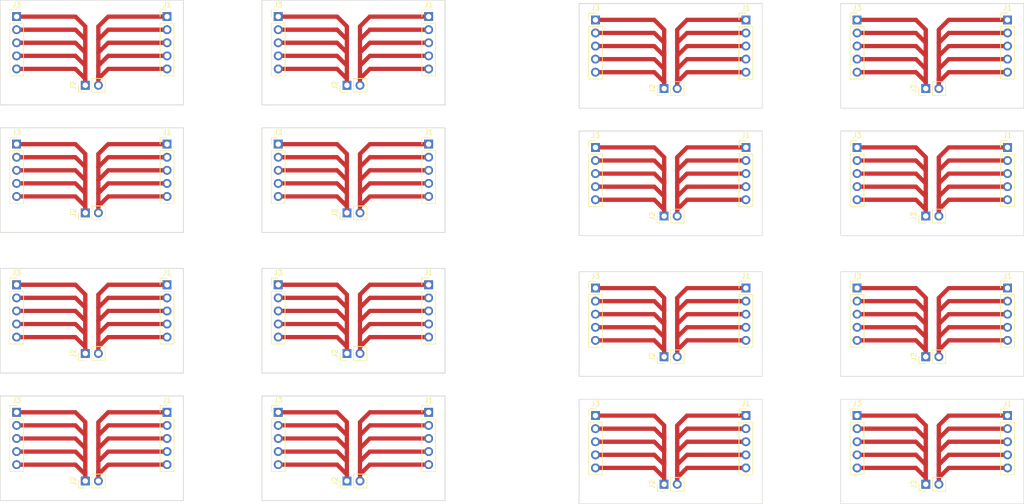
<source format=kicad_pcb>
(kicad_pcb (version 4) (host pcbnew 4.0.7)
  (layers (0 F.Cu signal) (31 B.Cu signal hide) (34 B.Paste user hide) (35 F.Paste user hide) (36 B.SilkS user) (37 F.SilkS user hide) (38 B.Mask user) (39 F.Mask user) (44 Edge.Cuts user))
  (net 0 "")
  (net 1 "Net-(J1-Pad1)")
  (net 2 "Net-(J2-Pad1)")
  (module Socket_Strips:Socket_Strip_Straight_1x05_Pitch2.54mm (layer F.Cu) (at 155.575 33.655)
    (fp_text reference J3 (at 0 -2.33) (layer F.SilkS))
    (fp_text value VCC)
    (pad 1 thru_hole rect (at 0 0) (size 1.7 1.7) (drill 1) (layers *.Cu *.Mask) (net 2 "Net-(J2-Pad1)"))
    (pad 2 thru_hole oval (at 0 2.54) (size 1.7 1.7) (drill 1) (layers *.Cu *.Mask) (net 2 "Net-(J2-Pad1)"))
    (pad 3 thru_hole oval (at 0 5.08) (size 1.7 1.7) (drill 1) (layers *.Cu *.Mask) (net 2 "Net-(J2-Pad1)"))
    (pad 4 thru_hole oval (at 0 7.62) (size 1.7 1.7) (drill 1) (layers *.Cu *.Mask) (net 2 "Net-(J2-Pad1)"))
    (pad 5 thru_hole oval (at 0 10.16) (size 1.7 1.7) (drill 1) (layers *.Cu *.Mask) (net 2 "Net-(J2-Pad1)"))
  )
  (module Socket_Strips:Socket_Strip_Straight_1x05_Pitch2.54mm (layer F.Cu) (at 184.785 33.655)
    (fp_text reference J1 (at 0 -2.33) (layer F.SilkS))
    (fp_text value GND)
    (pad 1 thru_hole rect (at 0 0) (size 1.7 1.7) (drill 1) (layers *.Cu *.Mask) (net 1 "Net-(J1-Pad1)"))
    (pad 2 thru_hole oval (at 0 2.54) (size 1.7 1.7) (drill 1) (layers *.Cu *.Mask) (net 1 "Net-(J1-Pad1)"))
    (pad 3 thru_hole oval (at 0 5.08) (size 1.7 1.7) (drill 1) (layers *.Cu *.Mask) (net 1 "Net-(J1-Pad1)"))
    (pad 4 thru_hole oval (at 0 7.62) (size 1.7 1.7) (drill 1) (layers *.Cu *.Mask) (net 1 "Net-(J1-Pad1)"))
    (pad 5 thru_hole oval (at 0 10.16) (size 1.7 1.7) (drill 1) (layers *.Cu *.Mask) (net 1 "Net-(J1-Pad1)"))
  )
  (module Socket_Strips:Socket_Strip_Straight_1x02_Pitch2.54mm (layer F.Cu) (at 168.91 46.99 90)
    (fp_text reference J2 (at 0 -2.33 90) (layer F.SilkS))
    (fp_text value VCC/GND)
    (pad 1 thru_hole rect (at 0 0 90) (size 1.7 1.7) (drill 1) (layers *.Cu *.Mask) (net 2 "Net-(J2-Pad1)"))
    (pad 2 thru_hole oval (at 0 2.54 90) (size 1.7 1.7) (drill 1) (layers *.Cu *.Mask) (net 1 "Net-(J1-Pad1)"))
  )
  (module Socket_Strips:Socket_Strip_Straight_1x02_Pitch2.54mm (layer F.Cu) (at 168.91 46.99 90)
    (fp_text reference J2 (at 0 -2.33 90) (layer F.SilkS))
    (fp_text value VCC/GND)
    (pad 1 thru_hole rect (at 0 0 90) (size 1.7 1.7) (drill 1) (layers *.Cu *.Mask) (net 2 "Net-(J2-Pad1)"))
    (pad 2 thru_hole oval (at 0 2.54 90) (size 1.7 1.7) (drill 1) (layers *.Cu *.Mask) (net 1 "Net-(J1-Pad1)"))
  )
  (module Socket_Strips:Socket_Strip_Straight_1x05_Pitch2.54mm (layer F.Cu) (at 184.785 33.655)
    (fp_text reference J1 (at 0 -2.33) (layer F.SilkS))
    (fp_text value GND)
    (pad 1 thru_hole rect (at 0 0) (size 1.7 1.7) (drill 1) (layers *.Cu *.Mask) (net 1 "Net-(J1-Pad1)"))
    (pad 2 thru_hole oval (at 0 2.54) (size 1.7 1.7) (drill 1) (layers *.Cu *.Mask) (net 1 "Net-(J1-Pad1)"))
    (pad 3 thru_hole oval (at 0 5.08) (size 1.7 1.7) (drill 1) (layers *.Cu *.Mask) (net 1 "Net-(J1-Pad1)"))
    (pad 4 thru_hole oval (at 0 7.62) (size 1.7 1.7) (drill 1) (layers *.Cu *.Mask) (net 1 "Net-(J1-Pad1)"))
    (pad 5 thru_hole oval (at 0 10.16) (size 1.7 1.7) (drill 1) (layers *.Cu *.Mask) (net 1 "Net-(J1-Pad1)"))
  )
  (module Socket_Strips:Socket_Strip_Straight_1x05_Pitch2.54mm (layer F.Cu) (at 155.575 33.655)
    (fp_text reference J3 (at 0 -2.33) (layer F.SilkS))
    (fp_text value VCC)
    (pad 1 thru_hole rect (at 0 0) (size 1.7 1.7) (drill 1) (layers *.Cu *.Mask) (net 2 "Net-(J2-Pad1)"))
    (pad 2 thru_hole oval (at 0 2.54) (size 1.7 1.7) (drill 1) (layers *.Cu *.Mask) (net 2 "Net-(J2-Pad1)"))
    (pad 3 thru_hole oval (at 0 5.08) (size 1.7 1.7) (drill 1) (layers *.Cu *.Mask) (net 2 "Net-(J2-Pad1)"))
    (pad 4 thru_hole oval (at 0 7.62) (size 1.7 1.7) (drill 1) (layers *.Cu *.Mask) (net 2 "Net-(J2-Pad1)"))
    (pad 5 thru_hole oval (at 0 10.16) (size 1.7 1.7) (drill 1) (layers *.Cu *.Mask) (net 2 "Net-(J2-Pad1)"))
  )
  (module Socket_Strips:Socket_Strip_Straight_1x05_Pitch2.54mm (layer F.Cu) (at 155.575 58.42)
    (fp_text reference J3 (at 0 -2.33) (layer F.SilkS))
    (fp_text value VCC)
    (pad 1 thru_hole rect (at 0 0) (size 1.7 1.7) (drill 1) (layers *.Cu *.Mask) (net 2 "Net-(J2-Pad1)"))
    (pad 2 thru_hole oval (at 0 2.54) (size 1.7 1.7) (drill 1) (layers *.Cu *.Mask) (net 2 "Net-(J2-Pad1)"))
    (pad 3 thru_hole oval (at 0 5.08) (size 1.7 1.7) (drill 1) (layers *.Cu *.Mask) (net 2 "Net-(J2-Pad1)"))
    (pad 4 thru_hole oval (at 0 7.62) (size 1.7 1.7) (drill 1) (layers *.Cu *.Mask) (net 2 "Net-(J2-Pad1)"))
    (pad 5 thru_hole oval (at 0 10.16) (size 1.7 1.7) (drill 1) (layers *.Cu *.Mask) (net 2 "Net-(J2-Pad1)"))
  )
  (module Socket_Strips:Socket_Strip_Straight_1x05_Pitch2.54mm (layer F.Cu) (at 184.785 58.42)
    (fp_text reference J1 (at 0 -2.33) (layer F.SilkS))
    (fp_text value GND)
    (pad 1 thru_hole rect (at 0 0) (size 1.7 1.7) (drill 1) (layers *.Cu *.Mask) (net 1 "Net-(J1-Pad1)"))
    (pad 2 thru_hole oval (at 0 2.54) (size 1.7 1.7) (drill 1) (layers *.Cu *.Mask) (net 1 "Net-(J1-Pad1)"))
    (pad 3 thru_hole oval (at 0 5.08) (size 1.7 1.7) (drill 1) (layers *.Cu *.Mask) (net 1 "Net-(J1-Pad1)"))
    (pad 4 thru_hole oval (at 0 7.62) (size 1.7 1.7) (drill 1) (layers *.Cu *.Mask) (net 1 "Net-(J1-Pad1)"))
    (pad 5 thru_hole oval (at 0 10.16) (size 1.7 1.7) (drill 1) (layers *.Cu *.Mask) (net 1 "Net-(J1-Pad1)"))
  )
  (module Socket_Strips:Socket_Strip_Straight_1x02_Pitch2.54mm (layer F.Cu) (at 168.91 71.755 90)
    (fp_text reference J2 (at 0 -2.33 90) (layer F.SilkS))
    (fp_text value VCC/GND)
    (pad 1 thru_hole rect (at 0 0 90) (size 1.7 1.7) (drill 1) (layers *.Cu *.Mask) (net 2 "Net-(J2-Pad1)"))
    (pad 2 thru_hole oval (at 0 2.54 90) (size 1.7 1.7) (drill 1) (layers *.Cu *.Mask) (net 1 "Net-(J1-Pad1)"))
  )
  (module Socket_Strips:Socket_Strip_Straight_1x02_Pitch2.54mm (layer F.Cu) (at 168.91 71.755 90)
    (fp_text reference J2 (at 0 -2.33 90) (layer F.SilkS))
    (fp_text value VCC/GND)
    (pad 1 thru_hole rect (at 0 0 90) (size 1.7 1.7) (drill 1) (layers *.Cu *.Mask) (net 2 "Net-(J2-Pad1)"))
    (pad 2 thru_hole oval (at 0 2.54 90) (size 1.7 1.7) (drill 1) (layers *.Cu *.Mask) (net 1 "Net-(J1-Pad1)"))
  )
  (module Socket_Strips:Socket_Strip_Straight_1x05_Pitch2.54mm (layer F.Cu) (at 184.785 58.42)
    (fp_text reference J1 (at 0 -2.33) (layer F.SilkS))
    (fp_text value GND)
    (pad 1 thru_hole rect (at 0 0) (size 1.7 1.7) (drill 1) (layers *.Cu *.Mask) (net 1 "Net-(J1-Pad1)"))
    (pad 2 thru_hole oval (at 0 2.54) (size 1.7 1.7) (drill 1) (layers *.Cu *.Mask) (net 1 "Net-(J1-Pad1)"))
    (pad 3 thru_hole oval (at 0 5.08) (size 1.7 1.7) (drill 1) (layers *.Cu *.Mask) (net 1 "Net-(J1-Pad1)"))
    (pad 4 thru_hole oval (at 0 7.62) (size 1.7 1.7) (drill 1) (layers *.Cu *.Mask) (net 1 "Net-(J1-Pad1)"))
    (pad 5 thru_hole oval (at 0 10.16) (size 1.7 1.7) (drill 1) (layers *.Cu *.Mask) (net 1 "Net-(J1-Pad1)"))
  )
  (module Socket_Strips:Socket_Strip_Straight_1x05_Pitch2.54mm (layer F.Cu) (at 155.575 58.42)
    (fp_text reference J3 (at 0 -2.33) (layer F.SilkS))
    (fp_text value VCC)
    (pad 1 thru_hole rect (at 0 0) (size 1.7 1.7) (drill 1) (layers *.Cu *.Mask) (net 2 "Net-(J2-Pad1)"))
    (pad 2 thru_hole oval (at 0 2.54) (size 1.7 1.7) (drill 1) (layers *.Cu *.Mask) (net 2 "Net-(J2-Pad1)"))
    (pad 3 thru_hole oval (at 0 5.08) (size 1.7 1.7) (drill 1) (layers *.Cu *.Mask) (net 2 "Net-(J2-Pad1)"))
    (pad 4 thru_hole oval (at 0 7.62) (size 1.7 1.7) (drill 1) (layers *.Cu *.Mask) (net 2 "Net-(J2-Pad1)"))
    (pad 5 thru_hole oval (at 0 10.16) (size 1.7 1.7) (drill 1) (layers *.Cu *.Mask) (net 2 "Net-(J2-Pad1)"))
  )
  (module Socket_Strips:Socket_Strip_Straight_1x05_Pitch2.54mm (layer F.Cu) (at 155.575 110.49)
    (fp_text reference J3 (at 0 -2.33) (layer F.SilkS))
    (fp_text value VCC)
    (pad 1 thru_hole rect (at 0 0) (size 1.7 1.7) (drill 1) (layers *.Cu *.Mask) (net 2 "Net-(J2-Pad1)"))
    (pad 2 thru_hole oval (at 0 2.54) (size 1.7 1.7) (drill 1) (layers *.Cu *.Mask) (net 2 "Net-(J2-Pad1)"))
    (pad 3 thru_hole oval (at 0 5.08) (size 1.7 1.7) (drill 1) (layers *.Cu *.Mask) (net 2 "Net-(J2-Pad1)"))
    (pad 4 thru_hole oval (at 0 7.62) (size 1.7 1.7) (drill 1) (layers *.Cu *.Mask) (net 2 "Net-(J2-Pad1)"))
    (pad 5 thru_hole oval (at 0 10.16) (size 1.7 1.7) (drill 1) (layers *.Cu *.Mask) (net 2 "Net-(J2-Pad1)"))
  )
  (module Socket_Strips:Socket_Strip_Straight_1x05_Pitch2.54mm (layer F.Cu) (at 184.785 110.49)
    (fp_text reference J1 (at 0 -2.33) (layer F.SilkS))
    (fp_text value GND)
    (pad 1 thru_hole rect (at 0 0) (size 1.7 1.7) (drill 1) (layers *.Cu *.Mask) (net 1 "Net-(J1-Pad1)"))
    (pad 2 thru_hole oval (at 0 2.54) (size 1.7 1.7) (drill 1) (layers *.Cu *.Mask) (net 1 "Net-(J1-Pad1)"))
    (pad 3 thru_hole oval (at 0 5.08) (size 1.7 1.7) (drill 1) (layers *.Cu *.Mask) (net 1 "Net-(J1-Pad1)"))
    (pad 4 thru_hole oval (at 0 7.62) (size 1.7 1.7) (drill 1) (layers *.Cu *.Mask) (net 1 "Net-(J1-Pad1)"))
    (pad 5 thru_hole oval (at 0 10.16) (size 1.7 1.7) (drill 1) (layers *.Cu *.Mask) (net 1 "Net-(J1-Pad1)"))
  )
  (module Socket_Strips:Socket_Strip_Straight_1x02_Pitch2.54mm (layer F.Cu) (at 168.91 123.825 90)
    (fp_text reference J2 (at 0 -2.33 90) (layer F.SilkS))
    (fp_text value VCC/GND)
    (pad 1 thru_hole rect (at 0 0 90) (size 1.7 1.7) (drill 1) (layers *.Cu *.Mask) (net 2 "Net-(J2-Pad1)"))
    (pad 2 thru_hole oval (at 0 2.54 90) (size 1.7 1.7) (drill 1) (layers *.Cu *.Mask) (net 1 "Net-(J1-Pad1)"))
  )
  (module Socket_Strips:Socket_Strip_Straight_1x02_Pitch2.54mm (layer F.Cu) (at 168.91 123.825 90)
    (fp_text reference J2 (at 0 -2.33 90) (layer F.SilkS))
    (fp_text value VCC/GND)
    (pad 1 thru_hole rect (at 0 0 90) (size 1.7 1.7) (drill 1) (layers *.Cu *.Mask) (net 2 "Net-(J2-Pad1)"))
    (pad 2 thru_hole oval (at 0 2.54 90) (size 1.7 1.7) (drill 1) (layers *.Cu *.Mask) (net 1 "Net-(J1-Pad1)"))
  )
  (module Socket_Strips:Socket_Strip_Straight_1x05_Pitch2.54mm (layer F.Cu) (at 184.785 110.49)
    (fp_text reference J1 (at 0 -2.33) (layer F.SilkS))
    (fp_text value GND)
    (pad 1 thru_hole rect (at 0 0) (size 1.7 1.7) (drill 1) (layers *.Cu *.Mask) (net 1 "Net-(J1-Pad1)"))
    (pad 2 thru_hole oval (at 0 2.54) (size 1.7 1.7) (drill 1) (layers *.Cu *.Mask) (net 1 "Net-(J1-Pad1)"))
    (pad 3 thru_hole oval (at 0 5.08) (size 1.7 1.7) (drill 1) (layers *.Cu *.Mask) (net 1 "Net-(J1-Pad1)"))
    (pad 4 thru_hole oval (at 0 7.62) (size 1.7 1.7) (drill 1) (layers *.Cu *.Mask) (net 1 "Net-(J1-Pad1)"))
    (pad 5 thru_hole oval (at 0 10.16) (size 1.7 1.7) (drill 1) (layers *.Cu *.Mask) (net 1 "Net-(J1-Pad1)"))
  )
  (module Socket_Strips:Socket_Strip_Straight_1x05_Pitch2.54mm (layer F.Cu) (at 155.575 110.49)
    (fp_text reference J3 (at 0 -2.33) (layer F.SilkS))
    (fp_text value VCC)
    (pad 1 thru_hole rect (at 0 0) (size 1.7 1.7) (drill 1) (layers *.Cu *.Mask) (net 2 "Net-(J2-Pad1)"))
    (pad 2 thru_hole oval (at 0 2.54) (size 1.7 1.7) (drill 1) (layers *.Cu *.Mask) (net 2 "Net-(J2-Pad1)"))
    (pad 3 thru_hole oval (at 0 5.08) (size 1.7 1.7) (drill 1) (layers *.Cu *.Mask) (net 2 "Net-(J2-Pad1)"))
    (pad 4 thru_hole oval (at 0 7.62) (size 1.7 1.7) (drill 1) (layers *.Cu *.Mask) (net 2 "Net-(J2-Pad1)"))
    (pad 5 thru_hole oval (at 0 10.16) (size 1.7 1.7) (drill 1) (layers *.Cu *.Mask) (net 2 "Net-(J2-Pad1)"))
  )
  (module Socket_Strips:Socket_Strip_Straight_1x05_Pitch2.54mm (layer F.Cu) (at 155.575 85.725)
    (fp_text reference J3 (at 0 -2.33) (layer F.SilkS))
    (fp_text value VCC)
    (pad 1 thru_hole rect (at 0 0) (size 1.7 1.7) (drill 1) (layers *.Cu *.Mask) (net 2 "Net-(J2-Pad1)"))
    (pad 2 thru_hole oval (at 0 2.54) (size 1.7 1.7) (drill 1) (layers *.Cu *.Mask) (net 2 "Net-(J2-Pad1)"))
    (pad 3 thru_hole oval (at 0 5.08) (size 1.7 1.7) (drill 1) (layers *.Cu *.Mask) (net 2 "Net-(J2-Pad1)"))
    (pad 4 thru_hole oval (at 0 7.62) (size 1.7 1.7) (drill 1) (layers *.Cu *.Mask) (net 2 "Net-(J2-Pad1)"))
    (pad 5 thru_hole oval (at 0 10.16) (size 1.7 1.7) (drill 1) (layers *.Cu *.Mask) (net 2 "Net-(J2-Pad1)"))
  )
  (module Socket_Strips:Socket_Strip_Straight_1x05_Pitch2.54mm (layer F.Cu) (at 184.785 85.725)
    (fp_text reference J1 (at 0 -2.33) (layer F.SilkS))
    (fp_text value GND)
    (pad 1 thru_hole rect (at 0 0) (size 1.7 1.7) (drill 1) (layers *.Cu *.Mask) (net 1 "Net-(J1-Pad1)"))
    (pad 2 thru_hole oval (at 0 2.54) (size 1.7 1.7) (drill 1) (layers *.Cu *.Mask) (net 1 "Net-(J1-Pad1)"))
    (pad 3 thru_hole oval (at 0 5.08) (size 1.7 1.7) (drill 1) (layers *.Cu *.Mask) (net 1 "Net-(J1-Pad1)"))
    (pad 4 thru_hole oval (at 0 7.62) (size 1.7 1.7) (drill 1) (layers *.Cu *.Mask) (net 1 "Net-(J1-Pad1)"))
    (pad 5 thru_hole oval (at 0 10.16) (size 1.7 1.7) (drill 1) (layers *.Cu *.Mask) (net 1 "Net-(J1-Pad1)"))
  )
  (module Socket_Strips:Socket_Strip_Straight_1x02_Pitch2.54mm (layer F.Cu) (at 168.91 99.06 90)
    (fp_text reference J2 (at 0 -2.33 90) (layer F.SilkS))
    (fp_text value VCC/GND)
    (pad 1 thru_hole rect (at 0 0 90) (size 1.7 1.7) (drill 1) (layers *.Cu *.Mask) (net 2 "Net-(J2-Pad1)"))
    (pad 2 thru_hole oval (at 0 2.54 90) (size 1.7 1.7) (drill 1) (layers *.Cu *.Mask) (net 1 "Net-(J1-Pad1)"))
  )
  (module Socket_Strips:Socket_Strip_Straight_1x02_Pitch2.54mm (layer F.Cu) (at 168.91 99.06 90)
    (fp_text reference J2 (at 0 -2.33 90) (layer F.SilkS))
    (fp_text value VCC/GND)
    (pad 1 thru_hole rect (at 0 0 90) (size 1.7 1.7) (drill 1) (layers *.Cu *.Mask) (net 2 "Net-(J2-Pad1)"))
    (pad 2 thru_hole oval (at 0 2.54 90) (size 1.7 1.7) (drill 1) (layers *.Cu *.Mask) (net 1 "Net-(J1-Pad1)"))
  )
  (module Socket_Strips:Socket_Strip_Straight_1x05_Pitch2.54mm (layer F.Cu) (at 184.785 85.725)
    (fp_text reference J1 (at 0 -2.33) (layer F.SilkS))
    (fp_text value GND)
    (pad 1 thru_hole rect (at 0 0) (size 1.7 1.7) (drill 1) (layers *.Cu *.Mask) (net 1 "Net-(J1-Pad1)"))
    (pad 2 thru_hole oval (at 0 2.54) (size 1.7 1.7) (drill 1) (layers *.Cu *.Mask) (net 1 "Net-(J1-Pad1)"))
    (pad 3 thru_hole oval (at 0 5.08) (size 1.7 1.7) (drill 1) (layers *.Cu *.Mask) (net 1 "Net-(J1-Pad1)"))
    (pad 4 thru_hole oval (at 0 7.62) (size 1.7 1.7) (drill 1) (layers *.Cu *.Mask) (net 1 "Net-(J1-Pad1)"))
    (pad 5 thru_hole oval (at 0 10.16) (size 1.7 1.7) (drill 1) (layers *.Cu *.Mask) (net 1 "Net-(J1-Pad1)"))
  )
  (module Socket_Strips:Socket_Strip_Straight_1x05_Pitch2.54mm (layer F.Cu) (at 155.575 85.725)
    (fp_text reference J3 (at 0 -2.33) (layer F.SilkS))
    (fp_text value VCC)
    (pad 1 thru_hole rect (at 0 0) (size 1.7 1.7) (drill 1) (layers *.Cu *.Mask) (net 2 "Net-(J2-Pad1)"))
    (pad 2 thru_hole oval (at 0 2.54) (size 1.7 1.7) (drill 1) (layers *.Cu *.Mask) (net 2 "Net-(J2-Pad1)"))
    (pad 3 thru_hole oval (at 0 5.08) (size 1.7 1.7) (drill 1) (layers *.Cu *.Mask) (net 2 "Net-(J2-Pad1)"))
    (pad 4 thru_hole oval (at 0 7.62) (size 1.7 1.7) (drill 1) (layers *.Cu *.Mask) (net 2 "Net-(J2-Pad1)"))
    (pad 5 thru_hole oval (at 0 10.16) (size 1.7 1.7) (drill 1) (layers *.Cu *.Mask) (net 2 "Net-(J2-Pad1)"))
  )
  (module Socket_Strips:Socket_Strip_Straight_1x05_Pitch2.54mm (layer F.Cu) (at 206.375 85.725)
    (fp_text reference J3 (at 0 -2.33) (layer F.SilkS))
    (fp_text value VCC)
    (pad 1 thru_hole rect (at 0 0) (size 1.7 1.7) (drill 1) (layers *.Cu *.Mask) (net 2 "Net-(J2-Pad1)"))
    (pad 2 thru_hole oval (at 0 2.54) (size 1.7 1.7) (drill 1) (layers *.Cu *.Mask) (net 2 "Net-(J2-Pad1)"))
    (pad 3 thru_hole oval (at 0 5.08) (size 1.7 1.7) (drill 1) (layers *.Cu *.Mask) (net 2 "Net-(J2-Pad1)"))
    (pad 4 thru_hole oval (at 0 7.62) (size 1.7 1.7) (drill 1) (layers *.Cu *.Mask) (net 2 "Net-(J2-Pad1)"))
    (pad 5 thru_hole oval (at 0 10.16) (size 1.7 1.7) (drill 1) (layers *.Cu *.Mask) (net 2 "Net-(J2-Pad1)"))
  )
  (module Socket_Strips:Socket_Strip_Straight_1x05_Pitch2.54mm (layer F.Cu) (at 235.585 85.725)
    (fp_text reference J1 (at 0 -2.33) (layer F.SilkS))
    (fp_text value GND)
    (pad 1 thru_hole rect (at 0 0) (size 1.7 1.7) (drill 1) (layers *.Cu *.Mask) (net 1 "Net-(J1-Pad1)"))
    (pad 2 thru_hole oval (at 0 2.54) (size 1.7 1.7) (drill 1) (layers *.Cu *.Mask) (net 1 "Net-(J1-Pad1)"))
    (pad 3 thru_hole oval (at 0 5.08) (size 1.7 1.7) (drill 1) (layers *.Cu *.Mask) (net 1 "Net-(J1-Pad1)"))
    (pad 4 thru_hole oval (at 0 7.62) (size 1.7 1.7) (drill 1) (layers *.Cu *.Mask) (net 1 "Net-(J1-Pad1)"))
    (pad 5 thru_hole oval (at 0 10.16) (size 1.7 1.7) (drill 1) (layers *.Cu *.Mask) (net 1 "Net-(J1-Pad1)"))
  )
  (module Socket_Strips:Socket_Strip_Straight_1x02_Pitch2.54mm (layer F.Cu) (at 219.71 99.06 90)
    (fp_text reference J2 (at 0 -2.33 90) (layer F.SilkS))
    (fp_text value VCC/GND)
    (pad 1 thru_hole rect (at 0 0 90) (size 1.7 1.7) (drill 1) (layers *.Cu *.Mask) (net 2 "Net-(J2-Pad1)"))
    (pad 2 thru_hole oval (at 0 2.54 90) (size 1.7 1.7) (drill 1) (layers *.Cu *.Mask) (net 1 "Net-(J1-Pad1)"))
  )
  (module Socket_Strips:Socket_Strip_Straight_1x02_Pitch2.54mm (layer F.Cu) (at 219.71 99.06 90)
    (fp_text reference J2 (at 0 -2.33 90) (layer F.SilkS))
    (fp_text value VCC/GND)
    (pad 1 thru_hole rect (at 0 0 90) (size 1.7 1.7) (drill 1) (layers *.Cu *.Mask) (net 2 "Net-(J2-Pad1)"))
    (pad 2 thru_hole oval (at 0 2.54 90) (size 1.7 1.7) (drill 1) (layers *.Cu *.Mask) (net 1 "Net-(J1-Pad1)"))
  )
  (module Socket_Strips:Socket_Strip_Straight_1x05_Pitch2.54mm (layer F.Cu) (at 235.585 85.725)
    (fp_text reference J1 (at 0 -2.33) (layer F.SilkS))
    (fp_text value GND)
    (pad 1 thru_hole rect (at 0 0) (size 1.7 1.7) (drill 1) (layers *.Cu *.Mask) (net 1 "Net-(J1-Pad1)"))
    (pad 2 thru_hole oval (at 0 2.54) (size 1.7 1.7) (drill 1) (layers *.Cu *.Mask) (net 1 "Net-(J1-Pad1)"))
    (pad 3 thru_hole oval (at 0 5.08) (size 1.7 1.7) (drill 1) (layers *.Cu *.Mask) (net 1 "Net-(J1-Pad1)"))
    (pad 4 thru_hole oval (at 0 7.62) (size 1.7 1.7) (drill 1) (layers *.Cu *.Mask) (net 1 "Net-(J1-Pad1)"))
    (pad 5 thru_hole oval (at 0 10.16) (size 1.7 1.7) (drill 1) (layers *.Cu *.Mask) (net 1 "Net-(J1-Pad1)"))
  )
  (module Socket_Strips:Socket_Strip_Straight_1x05_Pitch2.54mm (layer F.Cu) (at 206.375 85.725)
    (fp_text reference J3 (at 0 -2.33) (layer F.SilkS))
    (fp_text value VCC)
    (pad 1 thru_hole rect (at 0 0) (size 1.7 1.7) (drill 1) (layers *.Cu *.Mask) (net 2 "Net-(J2-Pad1)"))
    (pad 2 thru_hole oval (at 0 2.54) (size 1.7 1.7) (drill 1) (layers *.Cu *.Mask) (net 2 "Net-(J2-Pad1)"))
    (pad 3 thru_hole oval (at 0 5.08) (size 1.7 1.7) (drill 1) (layers *.Cu *.Mask) (net 2 "Net-(J2-Pad1)"))
    (pad 4 thru_hole oval (at 0 7.62) (size 1.7 1.7) (drill 1) (layers *.Cu *.Mask) (net 2 "Net-(J2-Pad1)"))
    (pad 5 thru_hole oval (at 0 10.16) (size 1.7 1.7) (drill 1) (layers *.Cu *.Mask) (net 2 "Net-(J2-Pad1)"))
  )
  (module Socket_Strips:Socket_Strip_Straight_1x05_Pitch2.54mm (layer F.Cu) (at 206.375 110.49)
    (fp_text reference J3 (at 0 -2.33) (layer F.SilkS))
    (fp_text value VCC)
    (pad 1 thru_hole rect (at 0 0) (size 1.7 1.7) (drill 1) (layers *.Cu *.Mask) (net 2 "Net-(J2-Pad1)"))
    (pad 2 thru_hole oval (at 0 2.54) (size 1.7 1.7) (drill 1) (layers *.Cu *.Mask) (net 2 "Net-(J2-Pad1)"))
    (pad 3 thru_hole oval (at 0 5.08) (size 1.7 1.7) (drill 1) (layers *.Cu *.Mask) (net 2 "Net-(J2-Pad1)"))
    (pad 4 thru_hole oval (at 0 7.62) (size 1.7 1.7) (drill 1) (layers *.Cu *.Mask) (net 2 "Net-(J2-Pad1)"))
    (pad 5 thru_hole oval (at 0 10.16) (size 1.7 1.7) (drill 1) (layers *.Cu *.Mask) (net 2 "Net-(J2-Pad1)"))
  )
  (module Socket_Strips:Socket_Strip_Straight_1x05_Pitch2.54mm (layer F.Cu) (at 235.585 110.49)
    (fp_text reference J1 (at 0 -2.33) (layer F.SilkS))
    (fp_text value GND)
    (pad 1 thru_hole rect (at 0 0) (size 1.7 1.7) (drill 1) (layers *.Cu *.Mask) (net 1 "Net-(J1-Pad1)"))
    (pad 2 thru_hole oval (at 0 2.54) (size 1.7 1.7) (drill 1) (layers *.Cu *.Mask) (net 1 "Net-(J1-Pad1)"))
    (pad 3 thru_hole oval (at 0 5.08) (size 1.7 1.7) (drill 1) (layers *.Cu *.Mask) (net 1 "Net-(J1-Pad1)"))
    (pad 4 thru_hole oval (at 0 7.62) (size 1.7 1.7) (drill 1) (layers *.Cu *.Mask) (net 1 "Net-(J1-Pad1)"))
    (pad 5 thru_hole oval (at 0 10.16) (size 1.7 1.7) (drill 1) (layers *.Cu *.Mask) (net 1 "Net-(J1-Pad1)"))
  )
  (module Socket_Strips:Socket_Strip_Straight_1x02_Pitch2.54mm (layer F.Cu) (at 219.71 123.825 90)
    (fp_text reference J2 (at 0 -2.33 90) (layer F.SilkS))
    (fp_text value VCC/GND)
    (pad 1 thru_hole rect (at 0 0 90) (size 1.7 1.7) (drill 1) (layers *.Cu *.Mask) (net 2 "Net-(J2-Pad1)"))
    (pad 2 thru_hole oval (at 0 2.54 90) (size 1.7 1.7) (drill 1) (layers *.Cu *.Mask) (net 1 "Net-(J1-Pad1)"))
  )
  (module Socket_Strips:Socket_Strip_Straight_1x02_Pitch2.54mm (layer F.Cu) (at 219.71 123.825 90)
    (fp_text reference J2 (at 0 -2.33 90) (layer F.SilkS))
    (fp_text value VCC/GND)
    (pad 1 thru_hole rect (at 0 0 90) (size 1.7 1.7) (drill 1) (layers *.Cu *.Mask) (net 2 "Net-(J2-Pad1)"))
    (pad 2 thru_hole oval (at 0 2.54 90) (size 1.7 1.7) (drill 1) (layers *.Cu *.Mask) (net 1 "Net-(J1-Pad1)"))
  )
  (module Socket_Strips:Socket_Strip_Straight_1x05_Pitch2.54mm (layer F.Cu) (at 235.585 110.49)
    (fp_text reference J1 (at 0 -2.33) (layer F.SilkS))
    (fp_text value GND)
    (pad 1 thru_hole rect (at 0 0) (size 1.7 1.7) (drill 1) (layers *.Cu *.Mask) (net 1 "Net-(J1-Pad1)"))
    (pad 2 thru_hole oval (at 0 2.54) (size 1.7 1.7) (drill 1) (layers *.Cu *.Mask) (net 1 "Net-(J1-Pad1)"))
    (pad 3 thru_hole oval (at 0 5.08) (size 1.7 1.7) (drill 1) (layers *.Cu *.Mask) (net 1 "Net-(J1-Pad1)"))
    (pad 4 thru_hole oval (at 0 7.62) (size 1.7 1.7) (drill 1) (layers *.Cu *.Mask) (net 1 "Net-(J1-Pad1)"))
    (pad 5 thru_hole oval (at 0 10.16) (size 1.7 1.7) (drill 1) (layers *.Cu *.Mask) (net 1 "Net-(J1-Pad1)"))
  )
  (module Socket_Strips:Socket_Strip_Straight_1x05_Pitch2.54mm (layer F.Cu) (at 206.375 110.49)
    (fp_text reference J3 (at 0 -2.33) (layer F.SilkS))
    (fp_text value VCC)
    (pad 1 thru_hole rect (at 0 0) (size 1.7 1.7) (drill 1) (layers *.Cu *.Mask) (net 2 "Net-(J2-Pad1)"))
    (pad 2 thru_hole oval (at 0 2.54) (size 1.7 1.7) (drill 1) (layers *.Cu *.Mask) (net 2 "Net-(J2-Pad1)"))
    (pad 3 thru_hole oval (at 0 5.08) (size 1.7 1.7) (drill 1) (layers *.Cu *.Mask) (net 2 "Net-(J2-Pad1)"))
    (pad 4 thru_hole oval (at 0 7.62) (size 1.7 1.7) (drill 1) (layers *.Cu *.Mask) (net 2 "Net-(J2-Pad1)"))
    (pad 5 thru_hole oval (at 0 10.16) (size 1.7 1.7) (drill 1) (layers *.Cu *.Mask) (net 2 "Net-(J2-Pad1)"))
  )
  (module Socket_Strips:Socket_Strip_Straight_1x05_Pitch2.54mm (layer F.Cu) (at 206.375 58.42)
    (fp_text reference J3 (at 0 -2.33) (layer F.SilkS))
    (fp_text value VCC)
    (pad 1 thru_hole rect (at 0 0) (size 1.7 1.7) (drill 1) (layers *.Cu *.Mask) (net 2 "Net-(J2-Pad1)"))
    (pad 2 thru_hole oval (at 0 2.54) (size 1.7 1.7) (drill 1) (layers *.Cu *.Mask) (net 2 "Net-(J2-Pad1)"))
    (pad 3 thru_hole oval (at 0 5.08) (size 1.7 1.7) (drill 1) (layers *.Cu *.Mask) (net 2 "Net-(J2-Pad1)"))
    (pad 4 thru_hole oval (at 0 7.62) (size 1.7 1.7) (drill 1) (layers *.Cu *.Mask) (net 2 "Net-(J2-Pad1)"))
    (pad 5 thru_hole oval (at 0 10.16) (size 1.7 1.7) (drill 1) (layers *.Cu *.Mask) (net 2 "Net-(J2-Pad1)"))
  )
  (module Socket_Strips:Socket_Strip_Straight_1x05_Pitch2.54mm (layer F.Cu) (at 235.585 58.42)
    (fp_text reference J1 (at 0 -2.33) (layer F.SilkS))
    (fp_text value GND)
    (pad 1 thru_hole rect (at 0 0) (size 1.7 1.7) (drill 1) (layers *.Cu *.Mask) (net 1 "Net-(J1-Pad1)"))
    (pad 2 thru_hole oval (at 0 2.54) (size 1.7 1.7) (drill 1) (layers *.Cu *.Mask) (net 1 "Net-(J1-Pad1)"))
    (pad 3 thru_hole oval (at 0 5.08) (size 1.7 1.7) (drill 1) (layers *.Cu *.Mask) (net 1 "Net-(J1-Pad1)"))
    (pad 4 thru_hole oval (at 0 7.62) (size 1.7 1.7) (drill 1) (layers *.Cu *.Mask) (net 1 "Net-(J1-Pad1)"))
    (pad 5 thru_hole oval (at 0 10.16) (size 1.7 1.7) (drill 1) (layers *.Cu *.Mask) (net 1 "Net-(J1-Pad1)"))
  )
  (module Socket_Strips:Socket_Strip_Straight_1x02_Pitch2.54mm (layer F.Cu) (at 219.71 71.755 90)
    (fp_text reference J2 (at 0 -2.33 90) (layer F.SilkS))
    (fp_text value VCC/GND)
    (pad 1 thru_hole rect (at 0 0 90) (size 1.7 1.7) (drill 1) (layers *.Cu *.Mask) (net 2 "Net-(J2-Pad1)"))
    (pad 2 thru_hole oval (at 0 2.54 90) (size 1.7 1.7) (drill 1) (layers *.Cu *.Mask) (net 1 "Net-(J1-Pad1)"))
  )
  (module Socket_Strips:Socket_Strip_Straight_1x02_Pitch2.54mm (layer F.Cu) (at 219.71 71.755 90)
    (fp_text reference J2 (at 0 -2.33 90) (layer F.SilkS))
    (fp_text value VCC/GND)
    (pad 1 thru_hole rect (at 0 0 90) (size 1.7 1.7) (drill 1) (layers *.Cu *.Mask) (net 2 "Net-(J2-Pad1)"))
    (pad 2 thru_hole oval (at 0 2.54 90) (size 1.7 1.7) (drill 1) (layers *.Cu *.Mask) (net 1 "Net-(J1-Pad1)"))
  )
  (module Socket_Strips:Socket_Strip_Straight_1x05_Pitch2.54mm (layer F.Cu) (at 235.585 58.42)
    (fp_text reference J1 (at 0 -2.33) (layer F.SilkS))
    (fp_text value GND)
    (pad 1 thru_hole rect (at 0 0) (size 1.7 1.7) (drill 1) (layers *.Cu *.Mask) (net 1 "Net-(J1-Pad1)"))
    (pad 2 thru_hole oval (at 0 2.54) (size 1.7 1.7) (drill 1) (layers *.Cu *.Mask) (net 1 "Net-(J1-Pad1)"))
    (pad 3 thru_hole oval (at 0 5.08) (size 1.7 1.7) (drill 1) (layers *.Cu *.Mask) (net 1 "Net-(J1-Pad1)"))
    (pad 4 thru_hole oval (at 0 7.62) (size 1.7 1.7) (drill 1) (layers *.Cu *.Mask) (net 1 "Net-(J1-Pad1)"))
    (pad 5 thru_hole oval (at 0 10.16) (size 1.7 1.7) (drill 1) (layers *.Cu *.Mask) (net 1 "Net-(J1-Pad1)"))
  )
  (module Socket_Strips:Socket_Strip_Straight_1x05_Pitch2.54mm (layer F.Cu) (at 206.375 58.42)
    (fp_text reference J3 (at 0 -2.33) (layer F.SilkS))
    (fp_text value VCC)
    (pad 1 thru_hole rect (at 0 0) (size 1.7 1.7) (drill 1) (layers *.Cu *.Mask) (net 2 "Net-(J2-Pad1)"))
    (pad 2 thru_hole oval (at 0 2.54) (size 1.7 1.7) (drill 1) (layers *.Cu *.Mask) (net 2 "Net-(J2-Pad1)"))
    (pad 3 thru_hole oval (at 0 5.08) (size 1.7 1.7) (drill 1) (layers *.Cu *.Mask) (net 2 "Net-(J2-Pad1)"))
    (pad 4 thru_hole oval (at 0 7.62) (size 1.7 1.7) (drill 1) (layers *.Cu *.Mask) (net 2 "Net-(J2-Pad1)"))
    (pad 5 thru_hole oval (at 0 10.16) (size 1.7 1.7) (drill 1) (layers *.Cu *.Mask) (net 2 "Net-(J2-Pad1)"))
  )
  (module Socket_Strips:Socket_Strip_Straight_1x05_Pitch2.54mm (layer F.Cu) (at 206.375 33.655)
    (fp_text reference J3 (at 0 -2.33) (layer F.SilkS))
    (fp_text value VCC)
    (pad 1 thru_hole rect (at 0 0) (size 1.7 1.7) (drill 1) (layers *.Cu *.Mask) (net 2 "Net-(J2-Pad1)"))
    (pad 2 thru_hole oval (at 0 2.54) (size 1.7 1.7) (drill 1) (layers *.Cu *.Mask) (net 2 "Net-(J2-Pad1)"))
    (pad 3 thru_hole oval (at 0 5.08) (size 1.7 1.7) (drill 1) (layers *.Cu *.Mask) (net 2 "Net-(J2-Pad1)"))
    (pad 4 thru_hole oval (at 0 7.62) (size 1.7 1.7) (drill 1) (layers *.Cu *.Mask) (net 2 "Net-(J2-Pad1)"))
    (pad 5 thru_hole oval (at 0 10.16) (size 1.7 1.7) (drill 1) (layers *.Cu *.Mask) (net 2 "Net-(J2-Pad1)"))
  )
  (module Socket_Strips:Socket_Strip_Straight_1x05_Pitch2.54mm (layer F.Cu) (at 235.585 33.655)
    (fp_text reference J1 (at 0 -2.33) (layer F.SilkS))
    (fp_text value GND)
    (pad 1 thru_hole rect (at 0 0) (size 1.7 1.7) (drill 1) (layers *.Cu *.Mask) (net 1 "Net-(J1-Pad1)"))
    (pad 2 thru_hole oval (at 0 2.54) (size 1.7 1.7) (drill 1) (layers *.Cu *.Mask) (net 1 "Net-(J1-Pad1)"))
    (pad 3 thru_hole oval (at 0 5.08) (size 1.7 1.7) (drill 1) (layers *.Cu *.Mask) (net 1 "Net-(J1-Pad1)"))
    (pad 4 thru_hole oval (at 0 7.62) (size 1.7 1.7) (drill 1) (layers *.Cu *.Mask) (net 1 "Net-(J1-Pad1)"))
    (pad 5 thru_hole oval (at 0 10.16) (size 1.7 1.7) (drill 1) (layers *.Cu *.Mask) (net 1 "Net-(J1-Pad1)"))
  )
  (module Socket_Strips:Socket_Strip_Straight_1x02_Pitch2.54mm (layer F.Cu) (at 219.71 46.99 90)
    (fp_text reference J2 (at 0 -2.33 90) (layer F.SilkS))
    (fp_text value VCC/GND)
    (pad 1 thru_hole rect (at 0 0 90) (size 1.7 1.7) (drill 1) (layers *.Cu *.Mask) (net 2 "Net-(J2-Pad1)"))
    (pad 2 thru_hole oval (at 0 2.54 90) (size 1.7 1.7) (drill 1) (layers *.Cu *.Mask) (net 1 "Net-(J1-Pad1)"))
  )
  (module Socket_Strips:Socket_Strip_Straight_1x02_Pitch2.54mm (layer F.Cu) (at 219.71 46.99 90)
    (fp_text reference J2 (at 0 -2.33 90) (layer F.SilkS))
    (fp_text value VCC/GND)
    (pad 1 thru_hole rect (at 0 0 90) (size 1.7 1.7) (drill 1) (layers *.Cu *.Mask) (net 2 "Net-(J2-Pad1)"))
    (pad 2 thru_hole oval (at 0 2.54 90) (size 1.7 1.7) (drill 1) (layers *.Cu *.Mask) (net 1 "Net-(J1-Pad1)"))
  )
  (module Socket_Strips:Socket_Strip_Straight_1x05_Pitch2.54mm (layer F.Cu) (at 235.585 33.655)
    (fp_text reference J1 (at 0 -2.33) (layer F.SilkS))
    (fp_text value GND)
    (pad 1 thru_hole rect (at 0 0) (size 1.7 1.7) (drill 1) (layers *.Cu *.Mask) (net 1 "Net-(J1-Pad1)"))
    (pad 2 thru_hole oval (at 0 2.54) (size 1.7 1.7) (drill 1) (layers *.Cu *.Mask) (net 1 "Net-(J1-Pad1)"))
    (pad 3 thru_hole oval (at 0 5.08) (size 1.7 1.7) (drill 1) (layers *.Cu *.Mask) (net 1 "Net-(J1-Pad1)"))
    (pad 4 thru_hole oval (at 0 7.62) (size 1.7 1.7) (drill 1) (layers *.Cu *.Mask) (net 1 "Net-(J1-Pad1)"))
    (pad 5 thru_hole oval (at 0 10.16) (size 1.7 1.7) (drill 1) (layers *.Cu *.Mask) (net 1 "Net-(J1-Pad1)"))
  )
  (module Socket_Strips:Socket_Strip_Straight_1x05_Pitch2.54mm (layer F.Cu) (at 206.375 33.655)
    (fp_text reference J3 (at 0 -2.33) (layer F.SilkS))
    (fp_text value VCC)
    (pad 1 thru_hole rect (at 0 0) (size 1.7 1.7) (drill 1) (layers *.Cu *.Mask) (net 2 "Net-(J2-Pad1)"))
    (pad 2 thru_hole oval (at 0 2.54) (size 1.7 1.7) (drill 1) (layers *.Cu *.Mask) (net 2 "Net-(J2-Pad1)"))
    (pad 3 thru_hole oval (at 0 5.08) (size 1.7 1.7) (drill 1) (layers *.Cu *.Mask) (net 2 "Net-(J2-Pad1)"))
    (pad 4 thru_hole oval (at 0 7.62) (size 1.7 1.7) (drill 1) (layers *.Cu *.Mask) (net 2 "Net-(J2-Pad1)"))
    (pad 5 thru_hole oval (at 0 10.16) (size 1.7 1.7) (drill 1) (layers *.Cu *.Mask) (net 2 "Net-(J2-Pad1)"))
  )
  (module Socket_Strips:Socket_Strip_Straight_1x05_Pitch2.54mm (layer F.Cu) (at 93.98 33.02)
    (fp_text reference J3 (at 0 -2.33) (layer F.SilkS))
    (fp_text value VCC)
    (pad 1 thru_hole rect (at 0 0) (size 1.7 1.7) (drill 1) (layers *.Cu *.Mask) (net 2 "Net-(J2-Pad1)"))
    (pad 2 thru_hole oval (at 0 2.54) (size 1.7 1.7) (drill 1) (layers *.Cu *.Mask) (net 2 "Net-(J2-Pad1)"))
    (pad 3 thru_hole oval (at 0 5.08) (size 1.7 1.7) (drill 1) (layers *.Cu *.Mask) (net 2 "Net-(J2-Pad1)"))
    (pad 4 thru_hole oval (at 0 7.62) (size 1.7 1.7) (drill 1) (layers *.Cu *.Mask) (net 2 "Net-(J2-Pad1)"))
    (pad 5 thru_hole oval (at 0 10.16) (size 1.7 1.7) (drill 1) (layers *.Cu *.Mask) (net 2 "Net-(J2-Pad1)"))
  )
  (module Socket_Strips:Socket_Strip_Straight_1x05_Pitch2.54mm (layer F.Cu) (at 123.19 33.02)
    (fp_text reference J1 (at 0 -2.33) (layer F.SilkS))
    (fp_text value GND)
    (pad 1 thru_hole rect (at 0 0) (size 1.7 1.7) (drill 1) (layers *.Cu *.Mask) (net 1 "Net-(J1-Pad1)"))
    (pad 2 thru_hole oval (at 0 2.54) (size 1.7 1.7) (drill 1) (layers *.Cu *.Mask) (net 1 "Net-(J1-Pad1)"))
    (pad 3 thru_hole oval (at 0 5.08) (size 1.7 1.7) (drill 1) (layers *.Cu *.Mask) (net 1 "Net-(J1-Pad1)"))
    (pad 4 thru_hole oval (at 0 7.62) (size 1.7 1.7) (drill 1) (layers *.Cu *.Mask) (net 1 "Net-(J1-Pad1)"))
    (pad 5 thru_hole oval (at 0 10.16) (size 1.7 1.7) (drill 1) (layers *.Cu *.Mask) (net 1 "Net-(J1-Pad1)"))
  )
  (module Socket_Strips:Socket_Strip_Straight_1x02_Pitch2.54mm (layer F.Cu) (at 107.315 46.355 90)
    (fp_text reference J2 (at 0 -2.33 90) (layer F.SilkS))
    (fp_text value VCC/GND)
    (pad 1 thru_hole rect (at 0 0 90) (size 1.7 1.7) (drill 1) (layers *.Cu *.Mask) (net 2 "Net-(J2-Pad1)"))
    (pad 2 thru_hole oval (at 0 2.54 90) (size 1.7 1.7) (drill 1) (layers *.Cu *.Mask) (net 1 "Net-(J1-Pad1)"))
  )
  (module Socket_Strips:Socket_Strip_Straight_1x02_Pitch2.54mm (layer F.Cu) (at 107.315 46.355 90)
    (fp_text reference J2 (at 0 -2.33 90) (layer F.SilkS))
    (fp_text value VCC/GND)
    (pad 1 thru_hole rect (at 0 0 90) (size 1.7 1.7) (drill 1) (layers *.Cu *.Mask) (net 2 "Net-(J2-Pad1)"))
    (pad 2 thru_hole oval (at 0 2.54 90) (size 1.7 1.7) (drill 1) (layers *.Cu *.Mask) (net 1 "Net-(J1-Pad1)"))
  )
  (module Socket_Strips:Socket_Strip_Straight_1x05_Pitch2.54mm (layer F.Cu) (at 123.19 33.02)
    (fp_text reference J1 (at 0 -2.33) (layer F.SilkS))
    (fp_text value GND)
    (pad 1 thru_hole rect (at 0 0) (size 1.7 1.7) (drill 1) (layers *.Cu *.Mask) (net 1 "Net-(J1-Pad1)"))
    (pad 2 thru_hole oval (at 0 2.54) (size 1.7 1.7) (drill 1) (layers *.Cu *.Mask) (net 1 "Net-(J1-Pad1)"))
    (pad 3 thru_hole oval (at 0 5.08) (size 1.7 1.7) (drill 1) (layers *.Cu *.Mask) (net 1 "Net-(J1-Pad1)"))
    (pad 4 thru_hole oval (at 0 7.62) (size 1.7 1.7) (drill 1) (layers *.Cu *.Mask) (net 1 "Net-(J1-Pad1)"))
    (pad 5 thru_hole oval (at 0 10.16) (size 1.7 1.7) (drill 1) (layers *.Cu *.Mask) (net 1 "Net-(J1-Pad1)"))
  )
  (module Socket_Strips:Socket_Strip_Straight_1x05_Pitch2.54mm (layer F.Cu) (at 93.98 33.02)
    (fp_text reference J3 (at 0 -2.33) (layer F.SilkS))
    (fp_text value VCC)
    (pad 1 thru_hole rect (at 0 0) (size 1.7 1.7) (drill 1) (layers *.Cu *.Mask) (net 2 "Net-(J2-Pad1)"))
    (pad 2 thru_hole oval (at 0 2.54) (size 1.7 1.7) (drill 1) (layers *.Cu *.Mask) (net 2 "Net-(J2-Pad1)"))
    (pad 3 thru_hole oval (at 0 5.08) (size 1.7 1.7) (drill 1) (layers *.Cu *.Mask) (net 2 "Net-(J2-Pad1)"))
    (pad 4 thru_hole oval (at 0 7.62) (size 1.7 1.7) (drill 1) (layers *.Cu *.Mask) (net 2 "Net-(J2-Pad1)"))
    (pad 5 thru_hole oval (at 0 10.16) (size 1.7 1.7) (drill 1) (layers *.Cu *.Mask) (net 2 "Net-(J2-Pad1)"))
  )
  (module Socket_Strips:Socket_Strip_Straight_1x05_Pitch2.54mm (layer F.Cu) (at 93.98 57.785)
    (fp_text reference J3 (at 0 -2.33) (layer F.SilkS))
    (fp_text value VCC)
    (pad 1 thru_hole rect (at 0 0) (size 1.7 1.7) (drill 1) (layers *.Cu *.Mask) (net 2 "Net-(J2-Pad1)"))
    (pad 2 thru_hole oval (at 0 2.54) (size 1.7 1.7) (drill 1) (layers *.Cu *.Mask) (net 2 "Net-(J2-Pad1)"))
    (pad 3 thru_hole oval (at 0 5.08) (size 1.7 1.7) (drill 1) (layers *.Cu *.Mask) (net 2 "Net-(J2-Pad1)"))
    (pad 4 thru_hole oval (at 0 7.62) (size 1.7 1.7) (drill 1) (layers *.Cu *.Mask) (net 2 "Net-(J2-Pad1)"))
    (pad 5 thru_hole oval (at 0 10.16) (size 1.7 1.7) (drill 1) (layers *.Cu *.Mask) (net 2 "Net-(J2-Pad1)"))
  )
  (module Socket_Strips:Socket_Strip_Straight_1x05_Pitch2.54mm (layer F.Cu) (at 123.19 57.785)
    (fp_text reference J1 (at 0 -2.33) (layer F.SilkS))
    (fp_text value GND)
    (pad 1 thru_hole rect (at 0 0) (size 1.7 1.7) (drill 1) (layers *.Cu *.Mask) (net 1 "Net-(J1-Pad1)"))
    (pad 2 thru_hole oval (at 0 2.54) (size 1.7 1.7) (drill 1) (layers *.Cu *.Mask) (net 1 "Net-(J1-Pad1)"))
    (pad 3 thru_hole oval (at 0 5.08) (size 1.7 1.7) (drill 1) (layers *.Cu *.Mask) (net 1 "Net-(J1-Pad1)"))
    (pad 4 thru_hole oval (at 0 7.62) (size 1.7 1.7) (drill 1) (layers *.Cu *.Mask) (net 1 "Net-(J1-Pad1)"))
    (pad 5 thru_hole oval (at 0 10.16) (size 1.7 1.7) (drill 1) (layers *.Cu *.Mask) (net 1 "Net-(J1-Pad1)"))
  )
  (module Socket_Strips:Socket_Strip_Straight_1x02_Pitch2.54mm (layer F.Cu) (at 107.315 71.12 90)
    (fp_text reference J2 (at 0 -2.33 90) (layer F.SilkS))
    (fp_text value VCC/GND)
    (pad 1 thru_hole rect (at 0 0 90) (size 1.7 1.7) (drill 1) (layers *.Cu *.Mask) (net 2 "Net-(J2-Pad1)"))
    (pad 2 thru_hole oval (at 0 2.54 90) (size 1.7 1.7) (drill 1) (layers *.Cu *.Mask) (net 1 "Net-(J1-Pad1)"))
  )
  (module Socket_Strips:Socket_Strip_Straight_1x02_Pitch2.54mm (layer F.Cu) (at 107.315 71.12 90)
    (fp_text reference J2 (at 0 -2.33 90) (layer F.SilkS))
    (fp_text value VCC/GND)
    (pad 1 thru_hole rect (at 0 0 90) (size 1.7 1.7) (drill 1) (layers *.Cu *.Mask) (net 2 "Net-(J2-Pad1)"))
    (pad 2 thru_hole oval (at 0 2.54 90) (size 1.7 1.7) (drill 1) (layers *.Cu *.Mask) (net 1 "Net-(J1-Pad1)"))
  )
  (module Socket_Strips:Socket_Strip_Straight_1x05_Pitch2.54mm (layer F.Cu) (at 123.19 57.785)
    (fp_text reference J1 (at 0 -2.33) (layer F.SilkS))
    (fp_text value GND)
    (pad 1 thru_hole rect (at 0 0) (size 1.7 1.7) (drill 1) (layers *.Cu *.Mask) (net 1 "Net-(J1-Pad1)"))
    (pad 2 thru_hole oval (at 0 2.54) (size 1.7 1.7) (drill 1) (layers *.Cu *.Mask) (net 1 "Net-(J1-Pad1)"))
    (pad 3 thru_hole oval (at 0 5.08) (size 1.7 1.7) (drill 1) (layers *.Cu *.Mask) (net 1 "Net-(J1-Pad1)"))
    (pad 4 thru_hole oval (at 0 7.62) (size 1.7 1.7) (drill 1) (layers *.Cu *.Mask) (net 1 "Net-(J1-Pad1)"))
    (pad 5 thru_hole oval (at 0 10.16) (size 1.7 1.7) (drill 1) (layers *.Cu *.Mask) (net 1 "Net-(J1-Pad1)"))
  )
  (module Socket_Strips:Socket_Strip_Straight_1x05_Pitch2.54mm (layer F.Cu) (at 93.98 57.785)
    (fp_text reference J3 (at 0 -2.33) (layer F.SilkS))
    (fp_text value VCC)
    (pad 1 thru_hole rect (at 0 0) (size 1.7 1.7) (drill 1) (layers *.Cu *.Mask) (net 2 "Net-(J2-Pad1)"))
    (pad 2 thru_hole oval (at 0 2.54) (size 1.7 1.7) (drill 1) (layers *.Cu *.Mask) (net 2 "Net-(J2-Pad1)"))
    (pad 3 thru_hole oval (at 0 5.08) (size 1.7 1.7) (drill 1) (layers *.Cu *.Mask) (net 2 "Net-(J2-Pad1)"))
    (pad 4 thru_hole oval (at 0 7.62) (size 1.7 1.7) (drill 1) (layers *.Cu *.Mask) (net 2 "Net-(J2-Pad1)"))
    (pad 5 thru_hole oval (at 0 10.16) (size 1.7 1.7) (drill 1) (layers *.Cu *.Mask) (net 2 "Net-(J2-Pad1)"))
  )
  (module Socket_Strips:Socket_Strip_Straight_1x05_Pitch2.54mm (layer F.Cu) (at 93.98 109.855)
    (fp_text reference J3 (at 0 -2.33) (layer F.SilkS))
    (fp_text value VCC)
    (pad 1 thru_hole rect (at 0 0) (size 1.7 1.7) (drill 1) (layers *.Cu *.Mask) (net 2 "Net-(J2-Pad1)"))
    (pad 2 thru_hole oval (at 0 2.54) (size 1.7 1.7) (drill 1) (layers *.Cu *.Mask) (net 2 "Net-(J2-Pad1)"))
    (pad 3 thru_hole oval (at 0 5.08) (size 1.7 1.7) (drill 1) (layers *.Cu *.Mask) (net 2 "Net-(J2-Pad1)"))
    (pad 4 thru_hole oval (at 0 7.62) (size 1.7 1.7) (drill 1) (layers *.Cu *.Mask) (net 2 "Net-(J2-Pad1)"))
    (pad 5 thru_hole oval (at 0 10.16) (size 1.7 1.7) (drill 1) (layers *.Cu *.Mask) (net 2 "Net-(J2-Pad1)"))
  )
  (module Socket_Strips:Socket_Strip_Straight_1x05_Pitch2.54mm (layer F.Cu) (at 123.19 109.855)
    (fp_text reference J1 (at 0 -2.33) (layer F.SilkS))
    (fp_text value GND)
    (pad 1 thru_hole rect (at 0 0) (size 1.7 1.7) (drill 1) (layers *.Cu *.Mask) (net 1 "Net-(J1-Pad1)"))
    (pad 2 thru_hole oval (at 0 2.54) (size 1.7 1.7) (drill 1) (layers *.Cu *.Mask) (net 1 "Net-(J1-Pad1)"))
    (pad 3 thru_hole oval (at 0 5.08) (size 1.7 1.7) (drill 1) (layers *.Cu *.Mask) (net 1 "Net-(J1-Pad1)"))
    (pad 4 thru_hole oval (at 0 7.62) (size 1.7 1.7) (drill 1) (layers *.Cu *.Mask) (net 1 "Net-(J1-Pad1)"))
    (pad 5 thru_hole oval (at 0 10.16) (size 1.7 1.7) (drill 1) (layers *.Cu *.Mask) (net 1 "Net-(J1-Pad1)"))
  )
  (module Socket_Strips:Socket_Strip_Straight_1x02_Pitch2.54mm (layer F.Cu) (at 107.315 123.19 90)
    (fp_text reference J2 (at 0 -2.33 90) (layer F.SilkS))
    (fp_text value VCC/GND)
    (pad 1 thru_hole rect (at 0 0 90) (size 1.7 1.7) (drill 1) (layers *.Cu *.Mask) (net 2 "Net-(J2-Pad1)"))
    (pad 2 thru_hole oval (at 0 2.54 90) (size 1.7 1.7) (drill 1) (layers *.Cu *.Mask) (net 1 "Net-(J1-Pad1)"))
  )
  (module Socket_Strips:Socket_Strip_Straight_1x02_Pitch2.54mm (layer F.Cu) (at 107.315 123.19 90)
    (fp_text reference J2 (at 0 -2.33 90) (layer F.SilkS))
    (fp_text value VCC/GND)
    (pad 1 thru_hole rect (at 0 0 90) (size 1.7 1.7) (drill 1) (layers *.Cu *.Mask) (net 2 "Net-(J2-Pad1)"))
    (pad 2 thru_hole oval (at 0 2.54 90) (size 1.7 1.7) (drill 1) (layers *.Cu *.Mask) (net 1 "Net-(J1-Pad1)"))
  )
  (module Socket_Strips:Socket_Strip_Straight_1x05_Pitch2.54mm (layer F.Cu) (at 123.19 109.855)
    (fp_text reference J1 (at 0 -2.33) (layer F.SilkS))
    (fp_text value GND)
    (pad 1 thru_hole rect (at 0 0) (size 1.7 1.7) (drill 1) (layers *.Cu *.Mask) (net 1 "Net-(J1-Pad1)"))
    (pad 2 thru_hole oval (at 0 2.54) (size 1.7 1.7) (drill 1) (layers *.Cu *.Mask) (net 1 "Net-(J1-Pad1)"))
    (pad 3 thru_hole oval (at 0 5.08) (size 1.7 1.7) (drill 1) (layers *.Cu *.Mask) (net 1 "Net-(J1-Pad1)"))
    (pad 4 thru_hole oval (at 0 7.62) (size 1.7 1.7) (drill 1) (layers *.Cu *.Mask) (net 1 "Net-(J1-Pad1)"))
    (pad 5 thru_hole oval (at 0 10.16) (size 1.7 1.7) (drill 1) (layers *.Cu *.Mask) (net 1 "Net-(J1-Pad1)"))
  )
  (module Socket_Strips:Socket_Strip_Straight_1x05_Pitch2.54mm (layer F.Cu) (at 93.98 109.855)
    (fp_text reference J3 (at 0 -2.33) (layer F.SilkS))
    (fp_text value VCC)
    (pad 1 thru_hole rect (at 0 0) (size 1.7 1.7) (drill 1) (layers *.Cu *.Mask) (net 2 "Net-(J2-Pad1)"))
    (pad 2 thru_hole oval (at 0 2.54) (size 1.7 1.7) (drill 1) (layers *.Cu *.Mask) (net 2 "Net-(J2-Pad1)"))
    (pad 3 thru_hole oval (at 0 5.08) (size 1.7 1.7) (drill 1) (layers *.Cu *.Mask) (net 2 "Net-(J2-Pad1)"))
    (pad 4 thru_hole oval (at 0 7.62) (size 1.7 1.7) (drill 1) (layers *.Cu *.Mask) (net 2 "Net-(J2-Pad1)"))
    (pad 5 thru_hole oval (at 0 10.16) (size 1.7 1.7) (drill 1) (layers *.Cu *.Mask) (net 2 "Net-(J2-Pad1)"))
  )
  (module Socket_Strips:Socket_Strip_Straight_1x05_Pitch2.54mm (layer F.Cu) (at 93.98 85.09)
    (fp_text reference J3 (at 0 -2.33) (layer F.SilkS))
    (fp_text value VCC)
    (pad 1 thru_hole rect (at 0 0) (size 1.7 1.7) (drill 1) (layers *.Cu *.Mask) (net 2 "Net-(J2-Pad1)"))
    (pad 2 thru_hole oval (at 0 2.54) (size 1.7 1.7) (drill 1) (layers *.Cu *.Mask) (net 2 "Net-(J2-Pad1)"))
    (pad 3 thru_hole oval (at 0 5.08) (size 1.7 1.7) (drill 1) (layers *.Cu *.Mask) (net 2 "Net-(J2-Pad1)"))
    (pad 4 thru_hole oval (at 0 7.62) (size 1.7 1.7) (drill 1) (layers *.Cu *.Mask) (net 2 "Net-(J2-Pad1)"))
    (pad 5 thru_hole oval (at 0 10.16) (size 1.7 1.7) (drill 1) (layers *.Cu *.Mask) (net 2 "Net-(J2-Pad1)"))
  )
  (module Socket_Strips:Socket_Strip_Straight_1x05_Pitch2.54mm (layer F.Cu) (at 123.19 85.09)
    (fp_text reference J1 (at 0 -2.33) (layer F.SilkS))
    (fp_text value GND)
    (pad 1 thru_hole rect (at 0 0) (size 1.7 1.7) (drill 1) (layers *.Cu *.Mask) (net 1 "Net-(J1-Pad1)"))
    (pad 2 thru_hole oval (at 0 2.54) (size 1.7 1.7) (drill 1) (layers *.Cu *.Mask) (net 1 "Net-(J1-Pad1)"))
    (pad 3 thru_hole oval (at 0 5.08) (size 1.7 1.7) (drill 1) (layers *.Cu *.Mask) (net 1 "Net-(J1-Pad1)"))
    (pad 4 thru_hole oval (at 0 7.62) (size 1.7 1.7) (drill 1) (layers *.Cu *.Mask) (net 1 "Net-(J1-Pad1)"))
    (pad 5 thru_hole oval (at 0 10.16) (size 1.7 1.7) (drill 1) (layers *.Cu *.Mask) (net 1 "Net-(J1-Pad1)"))
  )
  (module Socket_Strips:Socket_Strip_Straight_1x02_Pitch2.54mm (layer F.Cu) (at 107.315 98.425 90)
    (fp_text reference J2 (at 0 -2.33 90) (layer F.SilkS))
    (fp_text value VCC/GND)
    (pad 1 thru_hole rect (at 0 0 90) (size 1.7 1.7) (drill 1) (layers *.Cu *.Mask) (net 2 "Net-(J2-Pad1)"))
    (pad 2 thru_hole oval (at 0 2.54 90) (size 1.7 1.7) (drill 1) (layers *.Cu *.Mask) (net 1 "Net-(J1-Pad1)"))
  )
  (module Socket_Strips:Socket_Strip_Straight_1x02_Pitch2.54mm (layer F.Cu) (at 107.315 98.425 90)
    (fp_text reference J2 (at 0 -2.33 90) (layer F.SilkS))
    (fp_text value VCC/GND)
    (pad 1 thru_hole rect (at 0 0 90) (size 1.7 1.7) (drill 1) (layers *.Cu *.Mask) (net 2 "Net-(J2-Pad1)"))
    (pad 2 thru_hole oval (at 0 2.54 90) (size 1.7 1.7) (drill 1) (layers *.Cu *.Mask) (net 1 "Net-(J1-Pad1)"))
  )
  (module Socket_Strips:Socket_Strip_Straight_1x05_Pitch2.54mm (layer F.Cu) (at 123.19 85.09)
    (fp_text reference J1 (at 0 -2.33) (layer F.SilkS))
    (fp_text value GND)
    (pad 1 thru_hole rect (at 0 0) (size 1.7 1.7) (drill 1) (layers *.Cu *.Mask) (net 1 "Net-(J1-Pad1)"))
    (pad 2 thru_hole oval (at 0 2.54) (size 1.7 1.7) (drill 1) (layers *.Cu *.Mask) (net 1 "Net-(J1-Pad1)"))
    (pad 3 thru_hole oval (at 0 5.08) (size 1.7 1.7) (drill 1) (layers *.Cu *.Mask) (net 1 "Net-(J1-Pad1)"))
    (pad 4 thru_hole oval (at 0 7.62) (size 1.7 1.7) (drill 1) (layers *.Cu *.Mask) (net 1 "Net-(J1-Pad1)"))
    (pad 5 thru_hole oval (at 0 10.16) (size 1.7 1.7) (drill 1) (layers *.Cu *.Mask) (net 1 "Net-(J1-Pad1)"))
  )
  (module Socket_Strips:Socket_Strip_Straight_1x05_Pitch2.54mm (layer F.Cu) (at 93.98 85.09)
    (fp_text reference J3 (at 0 -2.33) (layer F.SilkS))
    (fp_text value VCC)
    (pad 1 thru_hole rect (at 0 0) (size 1.7 1.7) (drill 1) (layers *.Cu *.Mask) (net 2 "Net-(J2-Pad1)"))
    (pad 2 thru_hole oval (at 0 2.54) (size 1.7 1.7) (drill 1) (layers *.Cu *.Mask) (net 2 "Net-(J2-Pad1)"))
    (pad 3 thru_hole oval (at 0 5.08) (size 1.7 1.7) (drill 1) (layers *.Cu *.Mask) (net 2 "Net-(J2-Pad1)"))
    (pad 4 thru_hole oval (at 0 7.62) (size 1.7 1.7) (drill 1) (layers *.Cu *.Mask) (net 2 "Net-(J2-Pad1)"))
    (pad 5 thru_hole oval (at 0 10.16) (size 1.7 1.7) (drill 1) (layers *.Cu *.Mask) (net 2 "Net-(J2-Pad1)"))
  )
  (module Socket_Strips:Socket_Strip_Straight_1x05_Pitch2.54mm (layer F.Cu) (at 43.18 85.09)
    (fp_text reference J3 (at 0 -2.33) (layer F.SilkS))
    (fp_text value VCC)
    (pad 1 thru_hole rect (at 0 0) (size 1.7 1.7) (drill 1) (layers *.Cu *.Mask) (net 2 "Net-(J2-Pad1)"))
    (pad 2 thru_hole oval (at 0 2.54) (size 1.7 1.7) (drill 1) (layers *.Cu *.Mask) (net 2 "Net-(J2-Pad1)"))
    (pad 3 thru_hole oval (at 0 5.08) (size 1.7 1.7) (drill 1) (layers *.Cu *.Mask) (net 2 "Net-(J2-Pad1)"))
    (pad 4 thru_hole oval (at 0 7.62) (size 1.7 1.7) (drill 1) (layers *.Cu *.Mask) (net 2 "Net-(J2-Pad1)"))
    (pad 5 thru_hole oval (at 0 10.16) (size 1.7 1.7) (drill 1) (layers *.Cu *.Mask) (net 2 "Net-(J2-Pad1)"))
  )
  (module Socket_Strips:Socket_Strip_Straight_1x05_Pitch2.54mm (layer F.Cu) (at 72.39 85.09)
    (fp_text reference J1 (at 0 -2.33) (layer F.SilkS))
    (fp_text value GND)
    (pad 1 thru_hole rect (at 0 0) (size 1.7 1.7) (drill 1) (layers *.Cu *.Mask) (net 1 "Net-(J1-Pad1)"))
    (pad 2 thru_hole oval (at 0 2.54) (size 1.7 1.7) (drill 1) (layers *.Cu *.Mask) (net 1 "Net-(J1-Pad1)"))
    (pad 3 thru_hole oval (at 0 5.08) (size 1.7 1.7) (drill 1) (layers *.Cu *.Mask) (net 1 "Net-(J1-Pad1)"))
    (pad 4 thru_hole oval (at 0 7.62) (size 1.7 1.7) (drill 1) (layers *.Cu *.Mask) (net 1 "Net-(J1-Pad1)"))
    (pad 5 thru_hole oval (at 0 10.16) (size 1.7 1.7) (drill 1) (layers *.Cu *.Mask) (net 1 "Net-(J1-Pad1)"))
  )
  (module Socket_Strips:Socket_Strip_Straight_1x02_Pitch2.54mm (layer F.Cu) (at 56.515 98.425 90)
    (fp_text reference J2 (at 0 -2.33 90) (layer F.SilkS))
    (fp_text value VCC/GND)
    (pad 1 thru_hole rect (at 0 0 90) (size 1.7 1.7) (drill 1) (layers *.Cu *.Mask) (net 2 "Net-(J2-Pad1)"))
    (pad 2 thru_hole oval (at 0 2.54 90) (size 1.7 1.7) (drill 1) (layers *.Cu *.Mask) (net 1 "Net-(J1-Pad1)"))
  )
  (module Socket_Strips:Socket_Strip_Straight_1x02_Pitch2.54mm (layer F.Cu) (at 56.515 98.425 90)
    (fp_text reference J2 (at 0 -2.33 90) (layer F.SilkS))
    (fp_text value VCC/GND)
    (pad 1 thru_hole rect (at 0 0 90) (size 1.7 1.7) (drill 1) (layers *.Cu *.Mask) (net 2 "Net-(J2-Pad1)"))
    (pad 2 thru_hole oval (at 0 2.54 90) (size 1.7 1.7) (drill 1) (layers *.Cu *.Mask) (net 1 "Net-(J1-Pad1)"))
  )
  (module Socket_Strips:Socket_Strip_Straight_1x05_Pitch2.54mm (layer F.Cu) (at 72.39 85.09)
    (fp_text reference J1 (at 0 -2.33) (layer F.SilkS))
    (fp_text value GND)
    (pad 1 thru_hole rect (at 0 0) (size 1.7 1.7) (drill 1) (layers *.Cu *.Mask) (net 1 "Net-(J1-Pad1)"))
    (pad 2 thru_hole oval (at 0 2.54) (size 1.7 1.7) (drill 1) (layers *.Cu *.Mask) (net 1 "Net-(J1-Pad1)"))
    (pad 3 thru_hole oval (at 0 5.08) (size 1.7 1.7) (drill 1) (layers *.Cu *.Mask) (net 1 "Net-(J1-Pad1)"))
    (pad 4 thru_hole oval (at 0 7.62) (size 1.7 1.7) (drill 1) (layers *.Cu *.Mask) (net 1 "Net-(J1-Pad1)"))
    (pad 5 thru_hole oval (at 0 10.16) (size 1.7 1.7) (drill 1) (layers *.Cu *.Mask) (net 1 "Net-(J1-Pad1)"))
  )
  (module Socket_Strips:Socket_Strip_Straight_1x05_Pitch2.54mm (layer F.Cu) (at 43.18 85.09)
    (fp_text reference J3 (at 0 -2.33) (layer F.SilkS))
    (fp_text value VCC)
    (pad 1 thru_hole rect (at 0 0) (size 1.7 1.7) (drill 1) (layers *.Cu *.Mask) (net 2 "Net-(J2-Pad1)"))
    (pad 2 thru_hole oval (at 0 2.54) (size 1.7 1.7) (drill 1) (layers *.Cu *.Mask) (net 2 "Net-(J2-Pad1)"))
    (pad 3 thru_hole oval (at 0 5.08) (size 1.7 1.7) (drill 1) (layers *.Cu *.Mask) (net 2 "Net-(J2-Pad1)"))
    (pad 4 thru_hole oval (at 0 7.62) (size 1.7 1.7) (drill 1) (layers *.Cu *.Mask) (net 2 "Net-(J2-Pad1)"))
    (pad 5 thru_hole oval (at 0 10.16) (size 1.7 1.7) (drill 1) (layers *.Cu *.Mask) (net 2 "Net-(J2-Pad1)"))
  )
  (module Socket_Strips:Socket_Strip_Straight_1x05_Pitch2.54mm (layer F.Cu) (at 43.18 109.855)
    (fp_text reference J3 (at 0 -2.33) (layer F.SilkS))
    (fp_text value VCC)
    (pad 1 thru_hole rect (at 0 0) (size 1.7 1.7) (drill 1) (layers *.Cu *.Mask) (net 2 "Net-(J2-Pad1)"))
    (pad 2 thru_hole oval (at 0 2.54) (size 1.7 1.7) (drill 1) (layers *.Cu *.Mask) (net 2 "Net-(J2-Pad1)"))
    (pad 3 thru_hole oval (at 0 5.08) (size 1.7 1.7) (drill 1) (layers *.Cu *.Mask) (net 2 "Net-(J2-Pad1)"))
    (pad 4 thru_hole oval (at 0 7.62) (size 1.7 1.7) (drill 1) (layers *.Cu *.Mask) (net 2 "Net-(J2-Pad1)"))
    (pad 5 thru_hole oval (at 0 10.16) (size 1.7 1.7) (drill 1) (layers *.Cu *.Mask) (net 2 "Net-(J2-Pad1)"))
  )
  (module Socket_Strips:Socket_Strip_Straight_1x05_Pitch2.54mm (layer F.Cu) (at 72.39 109.855)
    (fp_text reference J1 (at 0 -2.33) (layer F.SilkS))
    (fp_text value GND)
    (pad 1 thru_hole rect (at 0 0) (size 1.7 1.7) (drill 1) (layers *.Cu *.Mask) (net 1 "Net-(J1-Pad1)"))
    (pad 2 thru_hole oval (at 0 2.54) (size 1.7 1.7) (drill 1) (layers *.Cu *.Mask) (net 1 "Net-(J1-Pad1)"))
    (pad 3 thru_hole oval (at 0 5.08) (size 1.7 1.7) (drill 1) (layers *.Cu *.Mask) (net 1 "Net-(J1-Pad1)"))
    (pad 4 thru_hole oval (at 0 7.62) (size 1.7 1.7) (drill 1) (layers *.Cu *.Mask) (net 1 "Net-(J1-Pad1)"))
    (pad 5 thru_hole oval (at 0 10.16) (size 1.7 1.7) (drill 1) (layers *.Cu *.Mask) (net 1 "Net-(J1-Pad1)"))
  )
  (module Socket_Strips:Socket_Strip_Straight_1x02_Pitch2.54mm (layer F.Cu) (at 56.515 123.19 90)
    (fp_text reference J2 (at 0 -2.33 90) (layer F.SilkS))
    (fp_text value VCC/GND)
    (pad 1 thru_hole rect (at 0 0 90) (size 1.7 1.7) (drill 1) (layers *.Cu *.Mask) (net 2 "Net-(J2-Pad1)"))
    (pad 2 thru_hole oval (at 0 2.54 90) (size 1.7 1.7) (drill 1) (layers *.Cu *.Mask) (net 1 "Net-(J1-Pad1)"))
  )
  (module Socket_Strips:Socket_Strip_Straight_1x02_Pitch2.54mm (layer F.Cu) (at 56.515 123.19 90)
    (fp_text reference J2 (at 0 -2.33 90) (layer F.SilkS))
    (fp_text value VCC/GND)
    (pad 1 thru_hole rect (at 0 0 90) (size 1.7 1.7) (drill 1) (layers *.Cu *.Mask) (net 2 "Net-(J2-Pad1)"))
    (pad 2 thru_hole oval (at 0 2.54 90) (size 1.7 1.7) (drill 1) (layers *.Cu *.Mask) (net 1 "Net-(J1-Pad1)"))
  )
  (module Socket_Strips:Socket_Strip_Straight_1x05_Pitch2.54mm (layer F.Cu) (at 72.39 109.855)
    (fp_text reference J1 (at 0 -2.33) (layer F.SilkS))
    (fp_text value GND)
    (pad 1 thru_hole rect (at 0 0) (size 1.7 1.7) (drill 1) (layers *.Cu *.Mask) (net 1 "Net-(J1-Pad1)"))
    (pad 2 thru_hole oval (at 0 2.54) (size 1.7 1.7) (drill 1) (layers *.Cu *.Mask) (net 1 "Net-(J1-Pad1)"))
    (pad 3 thru_hole oval (at 0 5.08) (size 1.7 1.7) (drill 1) (layers *.Cu *.Mask) (net 1 "Net-(J1-Pad1)"))
    (pad 4 thru_hole oval (at 0 7.62) (size 1.7 1.7) (drill 1) (layers *.Cu *.Mask) (net 1 "Net-(J1-Pad1)"))
    (pad 5 thru_hole oval (at 0 10.16) (size 1.7 1.7) (drill 1) (layers *.Cu *.Mask) (net 1 "Net-(J1-Pad1)"))
  )
  (module Socket_Strips:Socket_Strip_Straight_1x05_Pitch2.54mm (layer F.Cu) (at 43.18 109.855)
    (fp_text reference J3 (at 0 -2.33) (layer F.SilkS))
    (fp_text value VCC)
    (pad 1 thru_hole rect (at 0 0) (size 1.7 1.7) (drill 1) (layers *.Cu *.Mask) (net 2 "Net-(J2-Pad1)"))
    (pad 2 thru_hole oval (at 0 2.54) (size 1.7 1.7) (drill 1) (layers *.Cu *.Mask) (net 2 "Net-(J2-Pad1)"))
    (pad 3 thru_hole oval (at 0 5.08) (size 1.7 1.7) (drill 1) (layers *.Cu *.Mask) (net 2 "Net-(J2-Pad1)"))
    (pad 4 thru_hole oval (at 0 7.62) (size 1.7 1.7) (drill 1) (layers *.Cu *.Mask) (net 2 "Net-(J2-Pad1)"))
    (pad 5 thru_hole oval (at 0 10.16) (size 1.7 1.7) (drill 1) (layers *.Cu *.Mask) (net 2 "Net-(J2-Pad1)"))
  )
  (module Socket_Strips:Socket_Strip_Straight_1x05_Pitch2.54mm (layer F.Cu) (at 43.18 57.785)
    (fp_text reference J3 (at 0 -2.33) (layer F.SilkS))
    (fp_text value VCC)
    (pad 1 thru_hole rect (at 0 0) (size 1.7 1.7) (drill 1) (layers *.Cu *.Mask) (net 2 "Net-(J2-Pad1)"))
    (pad 2 thru_hole oval (at 0 2.54) (size 1.7 1.7) (drill 1) (layers *.Cu *.Mask) (net 2 "Net-(J2-Pad1)"))
    (pad 3 thru_hole oval (at 0 5.08) (size 1.7 1.7) (drill 1) (layers *.Cu *.Mask) (net 2 "Net-(J2-Pad1)"))
    (pad 4 thru_hole oval (at 0 7.62) (size 1.7 1.7) (drill 1) (layers *.Cu *.Mask) (net 2 "Net-(J2-Pad1)"))
    (pad 5 thru_hole oval (at 0 10.16) (size 1.7 1.7) (drill 1) (layers *.Cu *.Mask) (net 2 "Net-(J2-Pad1)"))
  )
  (module Socket_Strips:Socket_Strip_Straight_1x05_Pitch2.54mm (layer F.Cu) (at 72.39 57.785)
    (fp_text reference J1 (at 0 -2.33) (layer F.SilkS))
    (fp_text value GND)
    (pad 1 thru_hole rect (at 0 0) (size 1.7 1.7) (drill 1) (layers *.Cu *.Mask) (net 1 "Net-(J1-Pad1)"))
    (pad 2 thru_hole oval (at 0 2.54) (size 1.7 1.7) (drill 1) (layers *.Cu *.Mask) (net 1 "Net-(J1-Pad1)"))
    (pad 3 thru_hole oval (at 0 5.08) (size 1.7 1.7) (drill 1) (layers *.Cu *.Mask) (net 1 "Net-(J1-Pad1)"))
    (pad 4 thru_hole oval (at 0 7.62) (size 1.7 1.7) (drill 1) (layers *.Cu *.Mask) (net 1 "Net-(J1-Pad1)"))
    (pad 5 thru_hole oval (at 0 10.16) (size 1.7 1.7) (drill 1) (layers *.Cu *.Mask) (net 1 "Net-(J1-Pad1)"))
  )
  (module Socket_Strips:Socket_Strip_Straight_1x02_Pitch2.54mm (layer F.Cu) (at 56.515 71.12 90)
    (fp_text reference J2 (at 0 -2.33 90) (layer F.SilkS))
    (fp_text value VCC/GND)
    (pad 1 thru_hole rect (at 0 0 90) (size 1.7 1.7) (drill 1) (layers *.Cu *.Mask) (net 2 "Net-(J2-Pad1)"))
    (pad 2 thru_hole oval (at 0 2.54 90) (size 1.7 1.7) (drill 1) (layers *.Cu *.Mask) (net 1 "Net-(J1-Pad1)"))
  )
  (module Socket_Strips:Socket_Strip_Straight_1x02_Pitch2.54mm (layer F.Cu) (at 56.515 71.12 90)
    (fp_text reference J2 (at 0 -2.33 90) (layer F.SilkS))
    (fp_text value VCC/GND)
    (pad 1 thru_hole rect (at 0 0 90) (size 1.7 1.7) (drill 1) (layers *.Cu *.Mask) (net 2 "Net-(J2-Pad1)"))
    (pad 2 thru_hole oval (at 0 2.54 90) (size 1.7 1.7) (drill 1) (layers *.Cu *.Mask) (net 1 "Net-(J1-Pad1)"))
  )
  (module Socket_Strips:Socket_Strip_Straight_1x05_Pitch2.54mm (layer F.Cu) (at 72.39 57.785)
    (fp_text reference J1 (at 0 -2.33) (layer F.SilkS))
    (fp_text value GND)
    (pad 1 thru_hole rect (at 0 0) (size 1.7 1.7) (drill 1) (layers *.Cu *.Mask) (net 1 "Net-(J1-Pad1)"))
    (pad 2 thru_hole oval (at 0 2.54) (size 1.7 1.7) (drill 1) (layers *.Cu *.Mask) (net 1 "Net-(J1-Pad1)"))
    (pad 3 thru_hole oval (at 0 5.08) (size 1.7 1.7) (drill 1) (layers *.Cu *.Mask) (net 1 "Net-(J1-Pad1)"))
    (pad 4 thru_hole oval (at 0 7.62) (size 1.7 1.7) (drill 1) (layers *.Cu *.Mask) (net 1 "Net-(J1-Pad1)"))
    (pad 5 thru_hole oval (at 0 10.16) (size 1.7 1.7) (drill 1) (layers *.Cu *.Mask) (net 1 "Net-(J1-Pad1)"))
  )
  (module Socket_Strips:Socket_Strip_Straight_1x05_Pitch2.54mm (layer F.Cu) (at 43.18 57.785)
    (fp_text reference J3 (at 0 -2.33) (layer F.SilkS))
    (fp_text value VCC)
    (pad 1 thru_hole rect (at 0 0) (size 1.7 1.7) (drill 1) (layers *.Cu *.Mask) (net 2 "Net-(J2-Pad1)"))
    (pad 2 thru_hole oval (at 0 2.54) (size 1.7 1.7) (drill 1) (layers *.Cu *.Mask) (net 2 "Net-(J2-Pad1)"))
    (pad 3 thru_hole oval (at 0 5.08) (size 1.7 1.7) (drill 1) (layers *.Cu *.Mask) (net 2 "Net-(J2-Pad1)"))
    (pad 4 thru_hole oval (at 0 7.62) (size 1.7 1.7) (drill 1) (layers *.Cu *.Mask) (net 2 "Net-(J2-Pad1)"))
    (pad 5 thru_hole oval (at 0 10.16) (size 1.7 1.7) (drill 1) (layers *.Cu *.Mask) (net 2 "Net-(J2-Pad1)"))
  )
  (module Socket_Strips:Socket_Strip_Straight_1x05_Pitch2.54mm (layer F.Cu) (at 43.18 33.02)
    (fp_text reference J3 (at 0 -2.33) (layer F.SilkS))
    (fp_text value VCC)
    (pad 1 thru_hole rect (at 0 0) (size 1.7 1.7) (drill 1) (layers *.Cu *.Mask) (net 2 "Net-(J2-Pad1)"))
    (pad 2 thru_hole oval (at 0 2.54) (size 1.7 1.7) (drill 1) (layers *.Cu *.Mask) (net 2 "Net-(J2-Pad1)"))
    (pad 3 thru_hole oval (at 0 5.08) (size 1.7 1.7) (drill 1) (layers *.Cu *.Mask) (net 2 "Net-(J2-Pad1)"))
    (pad 4 thru_hole oval (at 0 7.62) (size 1.7 1.7) (drill 1) (layers *.Cu *.Mask) (net 2 "Net-(J2-Pad1)"))
    (pad 5 thru_hole oval (at 0 10.16) (size 1.7 1.7) (drill 1) (layers *.Cu *.Mask) (net 2 "Net-(J2-Pad1)"))
  )
  (module Socket_Strips:Socket_Strip_Straight_1x05_Pitch2.54mm (layer F.Cu) (at 72.39 33.02)
    (fp_text reference J1 (at 0 -2.33) (layer F.SilkS))
    (fp_text value GND)
    (pad 1 thru_hole rect (at 0 0) (size 1.7 1.7) (drill 1) (layers *.Cu *.Mask) (net 1 "Net-(J1-Pad1)"))
    (pad 2 thru_hole oval (at 0 2.54) (size 1.7 1.7) (drill 1) (layers *.Cu *.Mask) (net 1 "Net-(J1-Pad1)"))
    (pad 3 thru_hole oval (at 0 5.08) (size 1.7 1.7) (drill 1) (layers *.Cu *.Mask) (net 1 "Net-(J1-Pad1)"))
    (pad 4 thru_hole oval (at 0 7.62) (size 1.7 1.7) (drill 1) (layers *.Cu *.Mask) (net 1 "Net-(J1-Pad1)"))
    (pad 5 thru_hole oval (at 0 10.16) (size 1.7 1.7) (drill 1) (layers *.Cu *.Mask) (net 1 "Net-(J1-Pad1)"))
  )
  (module Socket_Strips:Socket_Strip_Straight_1x02_Pitch2.54mm (layer F.Cu) (at 56.515 46.355 90)
    (fp_text reference J2 (at 0 -2.33 90) (layer F.SilkS))
    (fp_text value VCC/GND)
    (pad 1 thru_hole rect (at 0 0 90) (size 1.7 1.7) (drill 1) (layers *.Cu *.Mask) (net 2 "Net-(J2-Pad1)"))
    (pad 2 thru_hole oval (at 0 2.54 90) (size 1.7 1.7) (drill 1) (layers *.Cu *.Mask) (net 1 "Net-(J1-Pad1)"))
  )
  (module Socket_Strips:Socket_Strip_Straight_1x02_Pitch2.54mm (layer F.Cu) (at 56.515 46.355 90)
    (fp_text reference J2 (at 0 -2.33 90) (layer F.SilkS))
    (fp_text value VCC/GND)
    (pad 1 thru_hole rect (at 0 0 90) (size 1.7 1.7) (drill 1) (layers *.Cu *.Mask) (net 2 "Net-(J2-Pad1)"))
    (pad 2 thru_hole oval (at 0 2.54 90) (size 1.7 1.7) (drill 1) (layers *.Cu *.Mask) (net 1 "Net-(J1-Pad1)"))
  )
  (module Socket_Strips:Socket_Strip_Straight_1x05_Pitch2.54mm (layer F.Cu) (at 72.39 33.02)
    (fp_text reference J1 (at 0 -2.33) (layer F.SilkS))
    (fp_text value GND)
    (pad 1 thru_hole rect (at 0 0) (size 1.7 1.7) (drill 1) (layers *.Cu *.Mask) (net 1 "Net-(J1-Pad1)"))
    (pad 2 thru_hole oval (at 0 2.54) (size 1.7 1.7) (drill 1) (layers *.Cu *.Mask) (net 1 "Net-(J1-Pad1)"))
    (pad 3 thru_hole oval (at 0 5.08) (size 1.7 1.7) (drill 1) (layers *.Cu *.Mask) (net 1 "Net-(J1-Pad1)"))
    (pad 4 thru_hole oval (at 0 7.62) (size 1.7 1.7) (drill 1) (layers *.Cu *.Mask) (net 1 "Net-(J1-Pad1)"))
    (pad 5 thru_hole oval (at 0 10.16) (size 1.7 1.7) (drill 1) (layers *.Cu *.Mask) (net 1 "Net-(J1-Pad1)"))
  )
  (module Socket_Strips:Socket_Strip_Straight_1x05_Pitch2.54mm (layer F.Cu) (at 43.18 33.02)
    (fp_text reference J3 (at 0 -2.33) (layer F.SilkS))
    (fp_text value VCC)
    (pad 1 thru_hole rect (at 0 0) (size 1.7 1.7) (drill 1) (layers *.Cu *.Mask) (net 2 "Net-(J2-Pad1)"))
    (pad 2 thru_hole oval (at 0 2.54) (size 1.7 1.7) (drill 1) (layers *.Cu *.Mask) (net 2 "Net-(J2-Pad1)"))
    (pad 3 thru_hole oval (at 0 5.08) (size 1.7 1.7) (drill 1) (layers *.Cu *.Mask) (net 2 "Net-(J2-Pad1)"))
    (pad 4 thru_hole oval (at 0 7.62) (size 1.7 1.7) (drill 1) (layers *.Cu *.Mask) (net 2 "Net-(J2-Pad1)"))
    (pad 5 thru_hole oval (at 0 10.16) (size 1.7 1.7) (drill 1) (layers *.Cu *.Mask) (net 2 "Net-(J2-Pad1)"))
  )
  (gr_line (start 152.4 50.8) (end 152.4 30.48) (angle 90) (layer Edge.Cuts) (width 0.1))
  (gr_line (start 187.96 50.8) (end 152.4 50.8) (angle 90) (layer Edge.Cuts) (width 0.1))
  (gr_line (start 187.96 30.48) (end 187.96 50.8) (angle 90) (layer Edge.Cuts) (width 0.1))
  (gr_line (start 152.4 30.48) (end 187.96 30.48) (angle 90) (layer Edge.Cuts) (width 0.1))
  (gr_line (start 152.4 30.48) (end 187.96 30.48) (angle 90) (layer Edge.Cuts) (width 0.1))
  (gr_line (start 187.96 30.48) (end 187.96 50.8) (angle 90) (layer Edge.Cuts) (width 0.1))
  (gr_line (start 187.96 50.8) (end 152.4 50.8) (angle 90) (layer Edge.Cuts) (width 0.1))
  (gr_line (start 152.4 50.8) (end 152.4 30.48) (angle 90) (layer Edge.Cuts) (width 0.1))
  (gr_line (start 152.4 75.565) (end 152.4 55.245) (angle 90) (layer Edge.Cuts) (width 0.1))
  (gr_line (start 187.96 75.565) (end 152.4 75.565) (angle 90) (layer Edge.Cuts) (width 0.1))
  (gr_line (start 187.96 55.245) (end 187.96 75.565) (angle 90) (layer Edge.Cuts) (width 0.1))
  (gr_line (start 152.4 55.245) (end 187.96 55.245) (angle 90) (layer Edge.Cuts) (width 0.1))
  (gr_line (start 152.4 55.245) (end 187.96 55.245) (angle 90) (layer Edge.Cuts) (width 0.1))
  (gr_line (start 187.96 55.245) (end 187.96 75.565) (angle 90) (layer Edge.Cuts) (width 0.1))
  (gr_line (start 187.96 75.565) (end 152.4 75.565) (angle 90) (layer Edge.Cuts) (width 0.1))
  (gr_line (start 152.4 75.565) (end 152.4 55.245) (angle 90) (layer Edge.Cuts) (width 0.1))
  (gr_line (start 152.4 127.635) (end 152.4 107.315) (angle 90) (layer Edge.Cuts) (width 0.1))
  (gr_line (start 187.96 127.635) (end 152.4 127.635) (angle 90) (layer Edge.Cuts) (width 0.1))
  (gr_line (start 187.96 107.315) (end 187.96 127.635) (angle 90) (layer Edge.Cuts) (width 0.1))
  (gr_line (start 152.4 107.315) (end 187.96 107.315) (angle 90) (layer Edge.Cuts) (width 0.1))
  (gr_line (start 152.4 107.315) (end 187.96 107.315) (angle 90) (layer Edge.Cuts) (width 0.1))
  (gr_line (start 187.96 107.315) (end 187.96 127.635) (angle 90) (layer Edge.Cuts) (width 0.1))
  (gr_line (start 187.96 127.635) (end 152.4 127.635) (angle 90) (layer Edge.Cuts) (width 0.1))
  (gr_line (start 152.4 127.635) (end 152.4 107.315) (angle 90) (layer Edge.Cuts) (width 0.1))
  (gr_line (start 152.4 102.87) (end 152.4 82.55) (angle 90) (layer Edge.Cuts) (width 0.1))
  (gr_line (start 187.96 102.87) (end 152.4 102.87) (angle 90) (layer Edge.Cuts) (width 0.1))
  (gr_line (start 187.96 82.55) (end 187.96 102.87) (angle 90) (layer Edge.Cuts) (width 0.1))
  (gr_line (start 152.4 82.55) (end 187.96 82.55) (angle 90) (layer Edge.Cuts) (width 0.1))
  (gr_line (start 152.4 82.55) (end 187.96 82.55) (angle 90) (layer Edge.Cuts) (width 0.1))
  (gr_line (start 187.96 82.55) (end 187.96 102.87) (angle 90) (layer Edge.Cuts) (width 0.1))
  (gr_line (start 187.96 102.87) (end 152.4 102.87) (angle 90) (layer Edge.Cuts) (width 0.1))
  (gr_line (start 152.4 102.87) (end 152.4 82.55) (angle 90) (layer Edge.Cuts) (width 0.1))
  (gr_line (start 203.2 102.87) (end 203.2 82.55) (angle 90) (layer Edge.Cuts) (width 0.1))
  (gr_line (start 238.76 102.87) (end 203.2 102.87) (angle 90) (layer Edge.Cuts) (width 0.1))
  (gr_line (start 238.76 82.55) (end 238.76 102.87) (angle 90) (layer Edge.Cuts) (width 0.1))
  (gr_line (start 203.2 82.55) (end 238.76 82.55) (angle 90) (layer Edge.Cuts) (width 0.1))
  (gr_line (start 203.2 82.55) (end 238.76 82.55) (angle 90) (layer Edge.Cuts) (width 0.1))
  (gr_line (start 238.76 82.55) (end 238.76 102.87) (angle 90) (layer Edge.Cuts) (width 0.1))
  (gr_line (start 238.76 102.87) (end 203.2 102.87) (angle 90) (layer Edge.Cuts) (width 0.1))
  (gr_line (start 203.2 102.87) (end 203.2 82.55) (angle 90) (layer Edge.Cuts) (width 0.1))
  (gr_line (start 203.2 127.635) (end 203.2 107.315) (angle 90) (layer Edge.Cuts) (width 0.1))
  (gr_line (start 238.76 127.635) (end 203.2 127.635) (angle 90) (layer Edge.Cuts) (width 0.1))
  (gr_line (start 238.76 107.315) (end 238.76 127.635) (angle 90) (layer Edge.Cuts) (width 0.1))
  (gr_line (start 203.2 107.315) (end 238.76 107.315) (angle 90) (layer Edge.Cuts) (width 0.1))
  (gr_line (start 203.2 107.315) (end 238.76 107.315) (angle 90) (layer Edge.Cuts) (width 0.1))
  (gr_line (start 238.76 107.315) (end 238.76 127.635) (angle 90) (layer Edge.Cuts) (width 0.1))
  (gr_line (start 238.76 127.635) (end 203.2 127.635) (angle 90) (layer Edge.Cuts) (width 0.1))
  (gr_line (start 203.2 127.635) (end 203.2 107.315) (angle 90) (layer Edge.Cuts) (width 0.1))
  (gr_line (start 203.2 75.565) (end 203.2 55.245) (angle 90) (layer Edge.Cuts) (width 0.1))
  (gr_line (start 238.76 75.565) (end 203.2 75.565) (angle 90) (layer Edge.Cuts) (width 0.1))
  (gr_line (start 238.76 55.245) (end 238.76 75.565) (angle 90) (layer Edge.Cuts) (width 0.1))
  (gr_line (start 203.2 55.245) (end 238.76 55.245) (angle 90) (layer Edge.Cuts) (width 0.1))
  (gr_line (start 203.2 55.245) (end 238.76 55.245) (angle 90) (layer Edge.Cuts) (width 0.1))
  (gr_line (start 238.76 55.245) (end 238.76 75.565) (angle 90) (layer Edge.Cuts) (width 0.1))
  (gr_line (start 238.76 75.565) (end 203.2 75.565) (angle 90) (layer Edge.Cuts) (width 0.1))
  (gr_line (start 203.2 75.565) (end 203.2 55.245) (angle 90) (layer Edge.Cuts) (width 0.1))
  (gr_line (start 203.2 50.8) (end 203.2 30.48) (angle 90) (layer Edge.Cuts) (width 0.1))
  (gr_line (start 238.76 50.8) (end 203.2 50.8) (angle 90) (layer Edge.Cuts) (width 0.1))
  (gr_line (start 238.76 30.48) (end 238.76 50.8) (angle 90) (layer Edge.Cuts) (width 0.1))
  (gr_line (start 203.2 30.48) (end 238.76 30.48) (angle 90) (layer Edge.Cuts) (width 0.1))
  (gr_line (start 203.2 30.48) (end 238.76 30.48) (angle 90) (layer Edge.Cuts) (width 0.1))
  (gr_line (start 238.76 30.48) (end 238.76 50.8) (angle 90) (layer Edge.Cuts) (width 0.1))
  (gr_line (start 238.76 50.8) (end 203.2 50.8) (angle 90) (layer Edge.Cuts) (width 0.1))
  (gr_line (start 203.2 50.8) (end 203.2 30.48) (angle 90) (layer Edge.Cuts) (width 0.1))
  (gr_line (start 90.805 50.165) (end 90.805 29.845) (angle 90) (layer Edge.Cuts) (width 0.1))
  (gr_line (start 126.365 50.165) (end 90.805 50.165) (angle 90) (layer Edge.Cuts) (width 0.1))
  (gr_line (start 126.365 29.845) (end 126.365 50.165) (angle 90) (layer Edge.Cuts) (width 0.1))
  (gr_line (start 90.805 29.845) (end 126.365 29.845) (angle 90) (layer Edge.Cuts) (width 0.1))
  (gr_line (start 90.805 29.845) (end 126.365 29.845) (angle 90) (layer Edge.Cuts) (width 0.1))
  (gr_line (start 126.365 29.845) (end 126.365 50.165) (angle 90) (layer Edge.Cuts) (width 0.1))
  (gr_line (start 126.365 50.165) (end 90.805 50.165) (angle 90) (layer Edge.Cuts) (width 0.1))
  (gr_line (start 90.805 50.165) (end 90.805 29.845) (angle 90) (layer Edge.Cuts) (width 0.1))
  (gr_line (start 90.805 74.93) (end 90.805 54.61) (angle 90) (layer Edge.Cuts) (width 0.1))
  (gr_line (start 126.365 74.93) (end 90.805 74.93) (angle 90) (layer Edge.Cuts) (width 0.1))
  (gr_line (start 126.365 54.61) (end 126.365 74.93) (angle 90) (layer Edge.Cuts) (width 0.1))
  (gr_line (start 90.805 54.61) (end 126.365 54.61) (angle 90) (layer Edge.Cuts) (width 0.1))
  (gr_line (start 90.805 54.61) (end 126.365 54.61) (angle 90) (layer Edge.Cuts) (width 0.1))
  (gr_line (start 126.365 54.61) (end 126.365 74.93) (angle 90) (layer Edge.Cuts) (width 0.1))
  (gr_line (start 126.365 74.93) (end 90.805 74.93) (angle 90) (layer Edge.Cuts) (width 0.1))
  (gr_line (start 90.805 74.93) (end 90.805 54.61) (angle 90) (layer Edge.Cuts) (width 0.1))
  (gr_line (start 90.805 127) (end 90.805 106.68) (angle 90) (layer Edge.Cuts) (width 0.1))
  (gr_line (start 126.365 127) (end 90.805 127) (angle 90) (layer Edge.Cuts) (width 0.1))
  (gr_line (start 126.365 106.68) (end 126.365 127) (angle 90) (layer Edge.Cuts) (width 0.1))
  (gr_line (start 90.805 106.68) (end 126.365 106.68) (angle 90) (layer Edge.Cuts) (width 0.1))
  (gr_line (start 90.805 106.68) (end 126.365 106.68) (angle 90) (layer Edge.Cuts) (width 0.1))
  (gr_line (start 126.365 106.68) (end 126.365 127) (angle 90) (layer Edge.Cuts) (width 0.1))
  (gr_line (start 126.365 127) (end 90.805 127) (angle 90) (layer Edge.Cuts) (width 0.1))
  (gr_line (start 90.805 127) (end 90.805 106.68) (angle 90) (layer Edge.Cuts) (width 0.1))
  (gr_line (start 90.805 102.235) (end 90.805 81.915) (angle 90) (layer Edge.Cuts) (width 0.1))
  (gr_line (start 126.365 102.235) (end 90.805 102.235) (angle 90) (layer Edge.Cuts) (width 0.1))
  (gr_line (start 126.365 81.915) (end 126.365 102.235) (angle 90) (layer Edge.Cuts) (width 0.1))
  (gr_line (start 90.805 81.915) (end 126.365 81.915) (angle 90) (layer Edge.Cuts) (width 0.1))
  (gr_line (start 90.805 81.915) (end 126.365 81.915) (angle 90) (layer Edge.Cuts) (width 0.1))
  (gr_line (start 126.365 81.915) (end 126.365 102.235) (angle 90) (layer Edge.Cuts) (width 0.1))
  (gr_line (start 126.365 102.235) (end 90.805 102.235) (angle 90) (layer Edge.Cuts) (width 0.1))
  (gr_line (start 90.805 102.235) (end 90.805 81.915) (angle 90) (layer Edge.Cuts) (width 0.1))
  (gr_line (start 40.005 102.235) (end 40.005 81.915) (angle 90) (layer Edge.Cuts) (width 0.1))
  (gr_line (start 75.565 102.235) (end 40.005 102.235) (angle 90) (layer Edge.Cuts) (width 0.1))
  (gr_line (start 75.565 81.915) (end 75.565 102.235) (angle 90) (layer Edge.Cuts) (width 0.1))
  (gr_line (start 40.005 81.915) (end 75.565 81.915) (angle 90) (layer Edge.Cuts) (width 0.1))
  (gr_line (start 40.005 81.915) (end 75.565 81.915) (angle 90) (layer Edge.Cuts) (width 0.1))
  (gr_line (start 75.565 81.915) (end 75.565 102.235) (angle 90) (layer Edge.Cuts) (width 0.1))
  (gr_line (start 75.565 102.235) (end 40.005 102.235) (angle 90) (layer Edge.Cuts) (width 0.1))
  (gr_line (start 40.005 102.235) (end 40.005 81.915) (angle 90) (layer Edge.Cuts) (width 0.1))
  (gr_line (start 40.005 127) (end 40.005 106.68) (angle 90) (layer Edge.Cuts) (width 0.1))
  (gr_line (start 75.565 127) (end 40.005 127) (angle 90) (layer Edge.Cuts) (width 0.1))
  (gr_line (start 75.565 106.68) (end 75.565 127) (angle 90) (layer Edge.Cuts) (width 0.1))
  (gr_line (start 40.005 106.68) (end 75.565 106.68) (angle 90) (layer Edge.Cuts) (width 0.1))
  (gr_line (start 40.005 106.68) (end 75.565 106.68) (angle 90) (layer Edge.Cuts) (width 0.1))
  (gr_line (start 75.565 106.68) (end 75.565 127) (angle 90) (layer Edge.Cuts) (width 0.1))
  (gr_line (start 75.565 127) (end 40.005 127) (angle 90) (layer Edge.Cuts) (width 0.1))
  (gr_line (start 40.005 127) (end 40.005 106.68) (angle 90) (layer Edge.Cuts) (width 0.1))
  (gr_line (start 40.005 74.93) (end 40.005 54.61) (angle 90) (layer Edge.Cuts) (width 0.1))
  (gr_line (start 75.565 74.93) (end 40.005 74.93) (angle 90) (layer Edge.Cuts) (width 0.1))
  (gr_line (start 75.565 54.61) (end 75.565 74.93) (angle 90) (layer Edge.Cuts) (width 0.1))
  (gr_line (start 40.005 54.61) (end 75.565 54.61) (angle 90) (layer Edge.Cuts) (width 0.1))
  (gr_line (start 40.005 54.61) (end 75.565 54.61) (angle 90) (layer Edge.Cuts) (width 0.1))
  (gr_line (start 75.565 54.61) (end 75.565 74.93) (angle 90) (layer Edge.Cuts) (width 0.1))
  (gr_line (start 75.565 74.93) (end 40.005 74.93) (angle 90) (layer Edge.Cuts) (width 0.1))
  (gr_line (start 40.005 74.93) (end 40.005 54.61) (angle 90) (layer Edge.Cuts) (width 0.1))
  (gr_line (start 40.005 50.165) (end 40.005 29.845) (angle 90) (layer Edge.Cuts) (width 0.1))
  (gr_line (start 75.565 50.165) (end 40.005 50.165) (angle 90) (layer Edge.Cuts) (width 0.1))
  (gr_line (start 75.565 29.845) (end 75.565 50.165) (angle 90) (layer Edge.Cuts) (width 0.1))
  (gr_line (start 40.005 29.845) (end 75.565 29.845) (angle 90) (layer Edge.Cuts) (width 0.1))
  (gr_line (start 40.005 29.845) (end 75.565 29.845) (angle 90) (layer Edge.Cuts) (width 0.1))
  (gr_line (start 75.565 29.845) (end 75.565 50.165) (angle 90) (layer Edge.Cuts) (width 0.1))
  (gr_line (start 75.565 50.165) (end 40.005 50.165) (angle 90) (layer Edge.Cuts) (width 0.1))
  (gr_line (start 40.005 50.165) (end 40.005 29.845) (angle 90) (layer Edge.Cuts) (width 0.1))
  (segment (start 184.785 41.275) (end 173.355 41.275) (width 0.8) (layer F.Cu) (net 1))
  (segment (start 173.355 41.275) (end 171.45 43.18) (width 0.8) (layer F.Cu) (net 1))
  (segment (start 184.785 38.735) (end 173.355 38.735) (width 0.8) (layer F.Cu) (net 1))
  (segment (start 173.355 38.735) (end 171.45 40.64) (width 0.8) (layer F.Cu) (net 1))
  (segment (start 184.785 36.195) (end 173.355 36.195) (width 0.8) (layer F.Cu) (net 1))
  (segment (start 173.355 36.195) (end 171.45 38.1) (width 0.8) (layer F.Cu) (net 1))
  (segment (start 171.45 45.085) (end 171.45 43.18) (width 0.8) (layer F.Cu) (net 1))
  (segment (start 171.45 46.99) (end 171.45 45.085) (width 0.8) (layer F.Cu) (net 1))
  (segment (start 171.45 43.18) (end 171.45 40.64) (width 0.8) (layer F.Cu) (net 1))
  (segment (start 171.45 40.64) (end 171.45 38.1) (width 0.8) (layer F.Cu) (net 1))
  (segment (start 171.45 38.1) (end 171.45 35.56) (width 0.8) (layer F.Cu) (net 1))
  (segment (start 173.355 33.655) (end 184.785 33.655) (width 0.8) (layer F.Cu) (net 1))
  (segment (start 171.45 35.56) (end 173.355 33.655) (width 0.8) (layer F.Cu) (net 1))
  (segment (start 173.355 43.815) (end 171.45 45.72) (width 0.8) (layer F.Cu) (net 1))
  (segment (start 171.45 45.72) (end 171.45 45.085) (width 0.8) (layer F.Cu) (net 1))
  (segment (start 184.785 43.815) (end 173.355 43.815) (width 0.8) (layer F.Cu) (net 1))
  (segment (start 184.785 43.815) (end 173.355 43.815) (width 0.8) (layer F.Cu) (net 1))
  (segment (start 171.45 45.72) (end 171.45 45.085) (width 0.8) (layer F.Cu) (net 1))
  (segment (start 173.355 43.815) (end 171.45 45.72) (width 0.8) (layer F.Cu) (net 1))
  (segment (start 171.45 35.56) (end 173.355 33.655) (width 0.8) (layer F.Cu) (net 1))
  (segment (start 173.355 33.655) (end 184.785 33.655) (width 0.8) (layer F.Cu) (net 1))
  (segment (start 171.45 38.1) (end 171.45 35.56) (width 0.8) (layer F.Cu) (net 1))
  (segment (start 171.45 40.64) (end 171.45 38.1) (width 0.8) (layer F.Cu) (net 1))
  (segment (start 171.45 43.18) (end 171.45 40.64) (width 0.8) (layer F.Cu) (net 1))
  (segment (start 171.45 46.99) (end 171.45 45.085) (width 0.8) (layer F.Cu) (net 1))
  (segment (start 171.45 45.085) (end 171.45 43.18) (width 0.8) (layer F.Cu) (net 1))
  (segment (start 173.355 36.195) (end 171.45 38.1) (width 0.8) (layer F.Cu) (net 1))
  (segment (start 184.785 36.195) (end 173.355 36.195) (width 0.8) (layer F.Cu) (net 1))
  (segment (start 173.355 38.735) (end 171.45 40.64) (width 0.8) (layer F.Cu) (net 1))
  (segment (start 184.785 38.735) (end 173.355 38.735) (width 0.8) (layer F.Cu) (net 1))
  (segment (start 173.355 41.275) (end 171.45 43.18) (width 0.8) (layer F.Cu) (net 1))
  (segment (start 184.785 41.275) (end 173.355 41.275) (width 0.8) (layer F.Cu) (net 1))
  (segment (start 184.785 66.04) (end 173.355 66.04) (width 0.8) (layer F.Cu) (net 1))
  (segment (start 173.355 66.04) (end 171.45 67.945) (width 0.8) (layer F.Cu) (net 1))
  (segment (start 184.785 63.5) (end 173.355 63.5) (width 0.8) (layer F.Cu) (net 1))
  (segment (start 173.355 63.5) (end 171.45 65.405) (width 0.8) (layer F.Cu) (net 1))
  (segment (start 184.785 60.96) (end 173.355 60.96) (width 0.8) (layer F.Cu) (net 1))
  (segment (start 173.355 60.96) (end 171.45 62.865) (width 0.8) (layer F.Cu) (net 1))
  (segment (start 171.45 69.85) (end 171.45 67.945) (width 0.8) (layer F.Cu) (net 1))
  (segment (start 171.45 71.755) (end 171.45 69.85) (width 0.8) (layer F.Cu) (net 1))
  (segment (start 171.45 67.945) (end 171.45 65.405) (width 0.8) (layer F.Cu) (net 1))
  (segment (start 171.45 65.405) (end 171.45 62.865) (width 0.8) (layer F.Cu) (net 1))
  (segment (start 171.45 62.865) (end 171.45 60.325) (width 0.8) (layer F.Cu) (net 1))
  (segment (start 173.355 58.42) (end 184.785 58.42) (width 0.8) (layer F.Cu) (net 1))
  (segment (start 171.45 60.325) (end 173.355 58.42) (width 0.8) (layer F.Cu) (net 1))
  (segment (start 173.355 68.58) (end 171.45 70.485) (width 0.8) (layer F.Cu) (net 1))
  (segment (start 171.45 70.485) (end 171.45 69.85) (width 0.8) (layer F.Cu) (net 1))
  (segment (start 184.785 68.58) (end 173.355 68.58) (width 0.8) (layer F.Cu) (net 1))
  (segment (start 184.785 68.58) (end 173.355 68.58) (width 0.8) (layer F.Cu) (net 1))
  (segment (start 171.45 70.485) (end 171.45 69.85) (width 0.8) (layer F.Cu) (net 1))
  (segment (start 173.355 68.58) (end 171.45 70.485) (width 0.8) (layer F.Cu) (net 1))
  (segment (start 171.45 60.325) (end 173.355 58.42) (width 0.8) (layer F.Cu) (net 1))
  (segment (start 173.355 58.42) (end 184.785 58.42) (width 0.8) (layer F.Cu) (net 1))
  (segment (start 171.45 62.865) (end 171.45 60.325) (width 0.8) (layer F.Cu) (net 1))
  (segment (start 171.45 65.405) (end 171.45 62.865) (width 0.8) (layer F.Cu) (net 1))
  (segment (start 171.45 67.945) (end 171.45 65.405) (width 0.8) (layer F.Cu) (net 1))
  (segment (start 171.45 71.755) (end 171.45 69.85) (width 0.8) (layer F.Cu) (net 1))
  (segment (start 171.45 69.85) (end 171.45 67.945) (width 0.8) (layer F.Cu) (net 1))
  (segment (start 173.355 60.96) (end 171.45 62.865) (width 0.8) (layer F.Cu) (net 1))
  (segment (start 184.785 60.96) (end 173.355 60.96) (width 0.8) (layer F.Cu) (net 1))
  (segment (start 173.355 63.5) (end 171.45 65.405) (width 0.8) (layer F.Cu) (net 1))
  (segment (start 184.785 63.5) (end 173.355 63.5) (width 0.8) (layer F.Cu) (net 1))
  (segment (start 173.355 66.04) (end 171.45 67.945) (width 0.8) (layer F.Cu) (net 1))
  (segment (start 184.785 66.04) (end 173.355 66.04) (width 0.8) (layer F.Cu) (net 1))
  (segment (start 184.785 118.11) (end 173.355 118.11) (width 0.8) (layer F.Cu) (net 1))
  (segment (start 173.355 118.11) (end 171.45 120.015) (width 0.8) (layer F.Cu) (net 1))
  (segment (start 184.785 115.57) (end 173.355 115.57) (width 0.8) (layer F.Cu) (net 1))
  (segment (start 173.355 115.57) (end 171.45 117.475) (width 0.8) (layer F.Cu) (net 1))
  (segment (start 184.785 113.03) (end 173.355 113.03) (width 0.8) (layer F.Cu) (net 1))
  (segment (start 173.355 113.03) (end 171.45 114.935) (width 0.8) (layer F.Cu) (net 1))
  (segment (start 171.45 121.92) (end 171.45 120.015) (width 0.8) (layer F.Cu) (net 1))
  (segment (start 171.45 123.825) (end 171.45 121.92) (width 0.8) (layer F.Cu) (net 1))
  (segment (start 171.45 120.015) (end 171.45 117.475) (width 0.8) (layer F.Cu) (net 1))
  (segment (start 171.45 117.475) (end 171.45 114.935) (width 0.8) (layer F.Cu) (net 1))
  (segment (start 171.45 114.935) (end 171.45 112.395) (width 0.8) (layer F.Cu) (net 1))
  (segment (start 173.355 110.49) (end 184.785 110.49) (width 0.8) (layer F.Cu) (net 1))
  (segment (start 171.45 112.395) (end 173.355 110.49) (width 0.8) (layer F.Cu) (net 1))
  (segment (start 173.355 120.65) (end 171.45 122.555) (width 0.8) (layer F.Cu) (net 1))
  (segment (start 171.45 122.555) (end 171.45 121.92) (width 0.8) (layer F.Cu) (net 1))
  (segment (start 184.785 120.65) (end 173.355 120.65) (width 0.8) (layer F.Cu) (net 1))
  (segment (start 184.785 120.65) (end 173.355 120.65) (width 0.8) (layer F.Cu) (net 1))
  (segment (start 171.45 122.555) (end 171.45 121.92) (width 0.8) (layer F.Cu) (net 1))
  (segment (start 173.355 120.65) (end 171.45 122.555) (width 0.8) (layer F.Cu) (net 1))
  (segment (start 171.45 112.395) (end 173.355 110.49) (width 0.8) (layer F.Cu) (net 1))
  (segment (start 173.355 110.49) (end 184.785 110.49) (width 0.8) (layer F.Cu) (net 1))
  (segment (start 171.45 114.935) (end 171.45 112.395) (width 0.8) (layer F.Cu) (net 1))
  (segment (start 171.45 117.475) (end 171.45 114.935) (width 0.8) (layer F.Cu) (net 1))
  (segment (start 171.45 120.015) (end 171.45 117.475) (width 0.8) (layer F.Cu) (net 1))
  (segment (start 171.45 123.825) (end 171.45 121.92) (width 0.8) (layer F.Cu) (net 1))
  (segment (start 171.45 121.92) (end 171.45 120.015) (width 0.8) (layer F.Cu) (net 1))
  (segment (start 173.355 113.03) (end 171.45 114.935) (width 0.8) (layer F.Cu) (net 1))
  (segment (start 184.785 113.03) (end 173.355 113.03) (width 0.8) (layer F.Cu) (net 1))
  (segment (start 173.355 115.57) (end 171.45 117.475) (width 0.8) (layer F.Cu) (net 1))
  (segment (start 184.785 115.57) (end 173.355 115.57) (width 0.8) (layer F.Cu) (net 1))
  (segment (start 173.355 118.11) (end 171.45 120.015) (width 0.8) (layer F.Cu) (net 1))
  (segment (start 184.785 118.11) (end 173.355 118.11) (width 0.8) (layer F.Cu) (net 1))
  (segment (start 184.785 93.345) (end 173.355 93.345) (width 0.8) (layer F.Cu) (net 1))
  (segment (start 173.355 93.345) (end 171.45 95.25) (width 0.8) (layer F.Cu) (net 1))
  (segment (start 184.785 90.805) (end 173.355 90.805) (width 0.8) (layer F.Cu) (net 1))
  (segment (start 173.355 90.805) (end 171.45 92.71) (width 0.8) (layer F.Cu) (net 1))
  (segment (start 184.785 88.265) (end 173.355 88.265) (width 0.8) (layer F.Cu) (net 1))
  (segment (start 173.355 88.265) (end 171.45 90.17) (width 0.8) (layer F.Cu) (net 1))
  (segment (start 171.45 97.155) (end 171.45 95.25) (width 0.8) (layer F.Cu) (net 1))
  (segment (start 171.45 99.06) (end 171.45 97.155) (width 0.8) (layer F.Cu) (net 1))
  (segment (start 171.45 95.25) (end 171.45 92.71) (width 0.8) (layer F.Cu) (net 1))
  (segment (start 171.45 92.71) (end 171.45 90.17) (width 0.8) (layer F.Cu) (net 1))
  (segment (start 171.45 90.17) (end 171.45 87.63) (width 0.8) (layer F.Cu) (net 1))
  (segment (start 173.355 85.725) (end 184.785 85.725) (width 0.8) (layer F.Cu) (net 1))
  (segment (start 171.45 87.63) (end 173.355 85.725) (width 0.8) (layer F.Cu) (net 1))
  (segment (start 173.355 95.885) (end 171.45 97.79) (width 0.8) (layer F.Cu) (net 1))
  (segment (start 171.45 97.79) (end 171.45 97.155) (width 0.8) (layer F.Cu) (net 1))
  (segment (start 184.785 95.885) (end 173.355 95.885) (width 0.8) (layer F.Cu) (net 1))
  (segment (start 184.785 95.885) (end 173.355 95.885) (width 0.8) (layer F.Cu) (net 1))
  (segment (start 171.45 97.79) (end 171.45 97.155) (width 0.8) (layer F.Cu) (net 1))
  (segment (start 173.355 95.885) (end 171.45 97.79) (width 0.8) (layer F.Cu) (net 1))
  (segment (start 171.45 87.63) (end 173.355 85.725) (width 0.8) (layer F.Cu) (net 1))
  (segment (start 173.355 85.725) (end 184.785 85.725) (width 0.8) (layer F.Cu) (net 1))
  (segment (start 171.45 90.17) (end 171.45 87.63) (width 0.8) (layer F.Cu) (net 1))
  (segment (start 171.45 92.71) (end 171.45 90.17) (width 0.8) (layer F.Cu) (net 1))
  (segment (start 171.45 95.25) (end 171.45 92.71) (width 0.8) (layer F.Cu) (net 1))
  (segment (start 171.45 99.06) (end 171.45 97.155) (width 0.8) (layer F.Cu) (net 1))
  (segment (start 171.45 97.155) (end 171.45 95.25) (width 0.8) (layer F.Cu) (net 1))
  (segment (start 173.355 88.265) (end 171.45 90.17) (width 0.8) (layer F.Cu) (net 1))
  (segment (start 184.785 88.265) (end 173.355 88.265) (width 0.8) (layer F.Cu) (net 1))
  (segment (start 173.355 90.805) (end 171.45 92.71) (width 0.8) (layer F.Cu) (net 1))
  (segment (start 184.785 90.805) (end 173.355 90.805) (width 0.8) (layer F.Cu) (net 1))
  (segment (start 173.355 93.345) (end 171.45 95.25) (width 0.8) (layer F.Cu) (net 1))
  (segment (start 184.785 93.345) (end 173.355 93.345) (width 0.8) (layer F.Cu) (net 1))
  (segment (start 235.585 93.345) (end 224.155 93.345) (width 0.8) (layer F.Cu) (net 1))
  (segment (start 224.155 93.345) (end 222.25 95.25) (width 0.8) (layer F.Cu) (net 1))
  (segment (start 235.585 90.805) (end 224.155 90.805) (width 0.8) (layer F.Cu) (net 1))
  (segment (start 224.155 90.805) (end 222.25 92.71) (width 0.8) (layer F.Cu) (net 1))
  (segment (start 235.585 88.265) (end 224.155 88.265) (width 0.8) (layer F.Cu) (net 1))
  (segment (start 224.155 88.265) (end 222.25 90.17) (width 0.8) (layer F.Cu) (net 1))
  (segment (start 222.25 97.155) (end 222.25 95.25) (width 0.8) (layer F.Cu) (net 1))
  (segment (start 222.25 99.06) (end 222.25 97.155) (width 0.8) (layer F.Cu) (net 1))
  (segment (start 222.25 95.25) (end 222.25 92.71) (width 0.8) (layer F.Cu) (net 1))
  (segment (start 222.25 92.71) (end 222.25 90.17) (width 0.8) (layer F.Cu) (net 1))
  (segment (start 222.25 90.17) (end 222.25 87.63) (width 0.8) (layer F.Cu) (net 1))
  (segment (start 224.155 85.725) (end 235.585 85.725) (width 0.8) (layer F.Cu) (net 1))
  (segment (start 222.25 87.63) (end 224.155 85.725) (width 0.8) (layer F.Cu) (net 1))
  (segment (start 224.155 95.885) (end 222.25 97.79) (width 0.8) (layer F.Cu) (net 1))
  (segment (start 222.25 97.79) (end 222.25 97.155) (width 0.8) (layer F.Cu) (net 1))
  (segment (start 235.585 95.885) (end 224.155 95.885) (width 0.8) (layer F.Cu) (net 1))
  (segment (start 235.585 95.885) (end 224.155 95.885) (width 0.8) (layer F.Cu) (net 1))
  (segment (start 222.25 97.79) (end 222.25 97.155) (width 0.8) (layer F.Cu) (net 1))
  (segment (start 224.155 95.885) (end 222.25 97.79) (width 0.8) (layer F.Cu) (net 1))
  (segment (start 222.25 87.63) (end 224.155 85.725) (width 0.8) (layer F.Cu) (net 1))
  (segment (start 224.155 85.725) (end 235.585 85.725) (width 0.8) (layer F.Cu) (net 1))
  (segment (start 222.25 90.17) (end 222.25 87.63) (width 0.8) (layer F.Cu) (net 1))
  (segment (start 222.25 92.71) (end 222.25 90.17) (width 0.8) (layer F.Cu) (net 1))
  (segment (start 222.25 95.25) (end 222.25 92.71) (width 0.8) (layer F.Cu) (net 1))
  (segment (start 222.25 99.06) (end 222.25 97.155) (width 0.8) (layer F.Cu) (net 1))
  (segment (start 222.25 97.155) (end 222.25 95.25) (width 0.8) (layer F.Cu) (net 1))
  (segment (start 224.155 88.265) (end 222.25 90.17) (width 0.8) (layer F.Cu) (net 1))
  (segment (start 235.585 88.265) (end 224.155 88.265) (width 0.8) (layer F.Cu) (net 1))
  (segment (start 224.155 90.805) (end 222.25 92.71) (width 0.8) (layer F.Cu) (net 1))
  (segment (start 235.585 90.805) (end 224.155 90.805) (width 0.8) (layer F.Cu) (net 1))
  (segment (start 224.155 93.345) (end 222.25 95.25) (width 0.8) (layer F.Cu) (net 1))
  (segment (start 235.585 93.345) (end 224.155 93.345) (width 0.8) (layer F.Cu) (net 1))
  (segment (start 235.585 118.11) (end 224.155 118.11) (width 0.8) (layer F.Cu) (net 1))
  (segment (start 224.155 118.11) (end 222.25 120.015) (width 0.8) (layer F.Cu) (net 1))
  (segment (start 235.585 115.57) (end 224.155 115.57) (width 0.8) (layer F.Cu) (net 1))
  (segment (start 224.155 115.57) (end 222.25 117.475) (width 0.8) (layer F.Cu) (net 1))
  (segment (start 235.585 113.03) (end 224.155 113.03) (width 0.8) (layer F.Cu) (net 1))
  (segment (start 224.155 113.03) (end 222.25 114.935) (width 0.8) (layer F.Cu) (net 1))
  (segment (start 222.25 121.92) (end 222.25 120.015) (width 0.8) (layer F.Cu) (net 1))
  (segment (start 222.25 123.825) (end 222.25 121.92) (width 0.8) (layer F.Cu) (net 1))
  (segment (start 222.25 120.015) (end 222.25 117.475) (width 0.8) (layer F.Cu) (net 1))
  (segment (start 222.25 117.475) (end 222.25 114.935) (width 0.8) (layer F.Cu) (net 1))
  (segment (start 222.25 114.935) (end 222.25 112.395) (width 0.8) (layer F.Cu) (net 1))
  (segment (start 224.155 110.49) (end 235.585 110.49) (width 0.8) (layer F.Cu) (net 1))
  (segment (start 222.25 112.395) (end 224.155 110.49) (width 0.8) (layer F.Cu) (net 1))
  (segment (start 224.155 120.65) (end 222.25 122.555) (width 0.8) (layer F.Cu) (net 1))
  (segment (start 222.25 122.555) (end 222.25 121.92) (width 0.8) (layer F.Cu) (net 1))
  (segment (start 235.585 120.65) (end 224.155 120.65) (width 0.8) (layer F.Cu) (net 1))
  (segment (start 235.585 120.65) (end 224.155 120.65) (width 0.8) (layer F.Cu) (net 1))
  (segment (start 222.25 122.555) (end 222.25 121.92) (width 0.8) (layer F.Cu) (net 1))
  (segment (start 224.155 120.65) (end 222.25 122.555) (width 0.8) (layer F.Cu) (net 1))
  (segment (start 222.25 112.395) (end 224.155 110.49) (width 0.8) (layer F.Cu) (net 1))
  (segment (start 224.155 110.49) (end 235.585 110.49) (width 0.8) (layer F.Cu) (net 1))
  (segment (start 222.25 114.935) (end 222.25 112.395) (width 0.8) (layer F.Cu) (net 1))
  (segment (start 222.25 117.475) (end 222.25 114.935) (width 0.8) (layer F.Cu) (net 1))
  (segment (start 222.25 120.015) (end 222.25 117.475) (width 0.8) (layer F.Cu) (net 1))
  (segment (start 222.25 123.825) (end 222.25 121.92) (width 0.8) (layer F.Cu) (net 1))
  (segment (start 222.25 121.92) (end 222.25 120.015) (width 0.8) (layer F.Cu) (net 1))
  (segment (start 224.155 113.03) (end 222.25 114.935) (width 0.8) (layer F.Cu) (net 1))
  (segment (start 235.585 113.03) (end 224.155 113.03) (width 0.8) (layer F.Cu) (net 1))
  (segment (start 224.155 115.57) (end 222.25 117.475) (width 0.8) (layer F.Cu) (net 1))
  (segment (start 235.585 115.57) (end 224.155 115.57) (width 0.8) (layer F.Cu) (net 1))
  (segment (start 224.155 118.11) (end 222.25 120.015) (width 0.8) (layer F.Cu) (net 1))
  (segment (start 235.585 118.11) (end 224.155 118.11) (width 0.8) (layer F.Cu) (net 1))
  (segment (start 235.585 66.04) (end 224.155 66.04) (width 0.8) (layer F.Cu) (net 1))
  (segment (start 224.155 66.04) (end 222.25 67.945) (width 0.8) (layer F.Cu) (net 1))
  (segment (start 235.585 63.5) (end 224.155 63.5) (width 0.8) (layer F.Cu) (net 1))
  (segment (start 224.155 63.5) (end 222.25 65.405) (width 0.8) (layer F.Cu) (net 1))
  (segment (start 235.585 60.96) (end 224.155 60.96) (width 0.8) (layer F.Cu) (net 1))
  (segment (start 224.155 60.96) (end 222.25 62.865) (width 0.8) (layer F.Cu) (net 1))
  (segment (start 222.25 69.85) (end 222.25 67.945) (width 0.8) (layer F.Cu) (net 1))
  (segment (start 222.25 71.755) (end 222.25 69.85) (width 0.8) (layer F.Cu) (net 1))
  (segment (start 222.25 67.945) (end 222.25 65.405) (width 0.8) (layer F.Cu) (net 1))
  (segment (start 222.25 65.405) (end 222.25 62.865) (width 0.8) (layer F.Cu) (net 1))
  (segment (start 222.25 62.865) (end 222.25 60.325) (width 0.8) (layer F.Cu) (net 1))
  (segment (start 224.155 58.42) (end 235.585 58.42) (width 0.8) (layer F.Cu) (net 1))
  (segment (start 222.25 60.325) (end 224.155 58.42) (width 0.8) (layer F.Cu) (net 1))
  (segment (start 224.155 68.58) (end 222.25 70.485) (width 0.8) (layer F.Cu) (net 1))
  (segment (start 222.25 70.485) (end 222.25 69.85) (width 0.8) (layer F.Cu) (net 1))
  (segment (start 235.585 68.58) (end 224.155 68.58) (width 0.8) (layer F.Cu) (net 1))
  (segment (start 235.585 68.58) (end 224.155 68.58) (width 0.8) (layer F.Cu) (net 1))
  (segment (start 222.25 70.485) (end 222.25 69.85) (width 0.8) (layer F.Cu) (net 1))
  (segment (start 224.155 68.58) (end 222.25 70.485) (width 0.8) (layer F.Cu) (net 1))
  (segment (start 222.25 60.325) (end 224.155 58.42) (width 0.8) (layer F.Cu) (net 1))
  (segment (start 224.155 58.42) (end 235.585 58.42) (width 0.8) (layer F.Cu) (net 1))
  (segment (start 222.25 62.865) (end 222.25 60.325) (width 0.8) (layer F.Cu) (net 1))
  (segment (start 222.25 65.405) (end 222.25 62.865) (width 0.8) (layer F.Cu) (net 1))
  (segment (start 222.25 67.945) (end 222.25 65.405) (width 0.8) (layer F.Cu) (net 1))
  (segment (start 222.25 71.755) (end 222.25 69.85) (width 0.8) (layer F.Cu) (net 1))
  (segment (start 222.25 69.85) (end 222.25 67.945) (width 0.8) (layer F.Cu) (net 1))
  (segment (start 224.155 60.96) (end 222.25 62.865) (width 0.8) (layer F.Cu) (net 1))
  (segment (start 235.585 60.96) (end 224.155 60.96) (width 0.8) (layer F.Cu) (net 1))
  (segment (start 224.155 63.5) (end 222.25 65.405) (width 0.8) (layer F.Cu) (net 1))
  (segment (start 235.585 63.5) (end 224.155 63.5) (width 0.8) (layer F.Cu) (net 1))
  (segment (start 224.155 66.04) (end 222.25 67.945) (width 0.8) (layer F.Cu) (net 1))
  (segment (start 235.585 66.04) (end 224.155 66.04) (width 0.8) (layer F.Cu) (net 1))
  (segment (start 235.585 41.275) (end 224.155 41.275) (width 0.8) (layer F.Cu) (net 1))
  (segment (start 224.155 41.275) (end 222.25 43.18) (width 0.8) (layer F.Cu) (net 1))
  (segment (start 235.585 38.735) (end 224.155 38.735) (width 0.8) (layer F.Cu) (net 1))
  (segment (start 224.155 38.735) (end 222.25 40.64) (width 0.8) (layer F.Cu) (net 1))
  (segment (start 235.585 36.195) (end 224.155 36.195) (width 0.8) (layer F.Cu) (net 1))
  (segment (start 224.155 36.195) (end 222.25 38.1) (width 0.8) (layer F.Cu) (net 1))
  (segment (start 222.25 45.085) (end 222.25 43.18) (width 0.8) (layer F.Cu) (net 1))
  (segment (start 222.25 46.99) (end 222.25 45.085) (width 0.8) (layer F.Cu) (net 1))
  (segment (start 222.25 43.18) (end 222.25 40.64) (width 0.8) (layer F.Cu) (net 1))
  (segment (start 222.25 40.64) (end 222.25 38.1) (width 0.8) (layer F.Cu) (net 1))
  (segment (start 222.25 38.1) (end 222.25 35.56) (width 0.8) (layer F.Cu) (net 1))
  (segment (start 224.155 33.655) (end 235.585 33.655) (width 0.8) (layer F.Cu) (net 1))
  (segment (start 222.25 35.56) (end 224.155 33.655) (width 0.8) (layer F.Cu) (net 1))
  (segment (start 224.155 43.815) (end 222.25 45.72) (width 0.8) (layer F.Cu) (net 1))
  (segment (start 222.25 45.72) (end 222.25 45.085) (width 0.8) (layer F.Cu) (net 1))
  (segment (start 235.585 43.815) (end 224.155 43.815) (width 0.8) (layer F.Cu) (net 1))
  (segment (start 235.585 43.815) (end 224.155 43.815) (width 0.8) (layer F.Cu) (net 1))
  (segment (start 222.25 45.72) (end 222.25 45.085) (width 0.8) (layer F.Cu) (net 1))
  (segment (start 224.155 43.815) (end 222.25 45.72) (width 0.8) (layer F.Cu) (net 1))
  (segment (start 222.25 35.56) (end 224.155 33.655) (width 0.8) (layer F.Cu) (net 1))
  (segment (start 224.155 33.655) (end 235.585 33.655) (width 0.8) (layer F.Cu) (net 1))
  (segment (start 222.25 38.1) (end 222.25 35.56) (width 0.8) (layer F.Cu) (net 1))
  (segment (start 222.25 40.64) (end 222.25 38.1) (width 0.8) (layer F.Cu) (net 1))
  (segment (start 222.25 43.18) (end 222.25 40.64) (width 0.8) (layer F.Cu) (net 1))
  (segment (start 222.25 46.99) (end 222.25 45.085) (width 0.8) (layer F.Cu) (net 1))
  (segment (start 222.25 45.085) (end 222.25 43.18) (width 0.8) (layer F.Cu) (net 1))
  (segment (start 224.155 36.195) (end 222.25 38.1) (width 0.8) (layer F.Cu) (net 1))
  (segment (start 235.585 36.195) (end 224.155 36.195) (width 0.8) (layer F.Cu) (net 1))
  (segment (start 224.155 38.735) (end 222.25 40.64) (width 0.8) (layer F.Cu) (net 1))
  (segment (start 235.585 38.735) (end 224.155 38.735) (width 0.8) (layer F.Cu) (net 1))
  (segment (start 224.155 41.275) (end 222.25 43.18) (width 0.8) (layer F.Cu) (net 1))
  (segment (start 235.585 41.275) (end 224.155 41.275) (width 0.8) (layer F.Cu) (net 1))
  (segment (start 123.19 40.64) (end 111.76 40.64) (width 0.8) (layer F.Cu) (net 1))
  (segment (start 111.76 40.64) (end 109.855 42.545) (width 0.8) (layer F.Cu) (net 1))
  (segment (start 123.19 38.1) (end 111.76 38.1) (width 0.8) (layer F.Cu) (net 1))
  (segment (start 111.76 38.1) (end 109.855 40.005) (width 0.8) (layer F.Cu) (net 1))
  (segment (start 123.19 35.56) (end 111.76 35.56) (width 0.8) (layer F.Cu) (net 1))
  (segment (start 111.76 35.56) (end 109.855 37.465) (width 0.8) (layer F.Cu) (net 1))
  (segment (start 109.855 44.45) (end 109.855 42.545) (width 0.8) (layer F.Cu) (net 1))
  (segment (start 109.855 46.355) (end 109.855 44.45) (width 0.8) (layer F.Cu) (net 1))
  (segment (start 109.855 42.545) (end 109.855 40.005) (width 0.8) (layer F.Cu) (net 1))
  (segment (start 109.855 40.005) (end 109.855 37.465) (width 0.8) (layer F.Cu) (net 1))
  (segment (start 109.855 37.465) (end 109.855 34.925) (width 0.8) (layer F.Cu) (net 1))
  (segment (start 111.76 33.02) (end 123.19 33.02) (width 0.8) (layer F.Cu) (net 1))
  (segment (start 109.855 34.925) (end 111.76 33.02) (width 0.8) (layer F.Cu) (net 1))
  (segment (start 111.76 43.18) (end 109.855 45.085) (width 0.8) (layer F.Cu) (net 1))
  (segment (start 109.855 45.085) (end 109.855 44.45) (width 0.8) (layer F.Cu) (net 1))
  (segment (start 123.19 43.18) (end 111.76 43.18) (width 0.8) (layer F.Cu) (net 1))
  (segment (start 123.19 43.18) (end 111.76 43.18) (width 0.8) (layer F.Cu) (net 1))
  (segment (start 109.855 45.085) (end 109.855 44.45) (width 0.8) (layer F.Cu) (net 1))
  (segment (start 111.76 43.18) (end 109.855 45.085) (width 0.8) (layer F.Cu) (net 1))
  (segment (start 109.855 34.925) (end 111.76 33.02) (width 0.8) (layer F.Cu) (net 1))
  (segment (start 111.76 33.02) (end 123.19 33.02) (width 0.8) (layer F.Cu) (net 1))
  (segment (start 109.855 37.465) (end 109.855 34.925) (width 0.8) (layer F.Cu) (net 1))
  (segment (start 109.855 40.005) (end 109.855 37.465) (width 0.8) (layer F.Cu) (net 1))
  (segment (start 109.855 42.545) (end 109.855 40.005) (width 0.8) (layer F.Cu) (net 1))
  (segment (start 109.855 46.355) (end 109.855 44.45) (width 0.8) (layer F.Cu) (net 1))
  (segment (start 109.855 44.45) (end 109.855 42.545) (width 0.8) (layer F.Cu) (net 1))
  (segment (start 111.76 35.56) (end 109.855 37.465) (width 0.8) (layer F.Cu) (net 1))
  (segment (start 123.19 35.56) (end 111.76 35.56) (width 0.8) (layer F.Cu) (net 1))
  (segment (start 111.76 38.1) (end 109.855 40.005) (width 0.8) (layer F.Cu) (net 1))
  (segment (start 123.19 38.1) (end 111.76 38.1) (width 0.8) (layer F.Cu) (net 1))
  (segment (start 111.76 40.64) (end 109.855 42.545) (width 0.8) (layer F.Cu) (net 1))
  (segment (start 123.19 40.64) (end 111.76 40.64) (width 0.8) (layer F.Cu) (net 1))
  (segment (start 123.19 65.405) (end 111.76 65.405) (width 0.8) (layer F.Cu) (net 1))
  (segment (start 111.76 65.405) (end 109.855 67.31) (width 0.8) (layer F.Cu) (net 1))
  (segment (start 123.19 62.865) (end 111.76 62.865) (width 0.8) (layer F.Cu) (net 1))
  (segment (start 111.76 62.865) (end 109.855 64.77) (width 0.8) (layer F.Cu) (net 1))
  (segment (start 123.19 60.325) (end 111.76 60.325) (width 0.8) (layer F.Cu) (net 1))
  (segment (start 111.76 60.325) (end 109.855 62.23) (width 0.8) (layer F.Cu) (net 1))
  (segment (start 109.855 69.215) (end 109.855 67.31) (width 0.8) (layer F.Cu) (net 1))
  (segment (start 109.855 71.12) (end 109.855 69.215) (width 0.8) (layer F.Cu) (net 1))
  (segment (start 109.855 67.31) (end 109.855 64.77) (width 0.8) (layer F.Cu) (net 1))
  (segment (start 109.855 64.77) (end 109.855 62.23) (width 0.8) (layer F.Cu) (net 1))
  (segment (start 109.855 62.23) (end 109.855 59.69) (width 0.8) (layer F.Cu) (net 1))
  (segment (start 111.76 57.785) (end 123.19 57.785) (width 0.8) (layer F.Cu) (net 1))
  (segment (start 109.855 59.69) (end 111.76 57.785) (width 0.8) (layer F.Cu) (net 1))
  (segment (start 111.76 67.945) (end 109.855 69.85) (width 0.8) (layer F.Cu) (net 1))
  (segment (start 109.855 69.85) (end 109.855 69.215) (width 0.8) (layer F.Cu) (net 1))
  (segment (start 123.19 67.945) (end 111.76 67.945) (width 0.8) (layer F.Cu) (net 1))
  (segment (start 123.19 67.945) (end 111.76 67.945) (width 0.8) (layer F.Cu) (net 1))
  (segment (start 109.855 69.85) (end 109.855 69.215) (width 0.8) (layer F.Cu) (net 1))
  (segment (start 111.76 67.945) (end 109.855 69.85) (width 0.8) (layer F.Cu) (net 1))
  (segment (start 109.855 59.69) (end 111.76 57.785) (width 0.8) (layer F.Cu) (net 1))
  (segment (start 111.76 57.785) (end 123.19 57.785) (width 0.8) (layer F.Cu) (net 1))
  (segment (start 109.855 62.23) (end 109.855 59.69) (width 0.8) (layer F.Cu) (net 1))
  (segment (start 109.855 64.77) (end 109.855 62.23) (width 0.8) (layer F.Cu) (net 1))
  (segment (start 109.855 67.31) (end 109.855 64.77) (width 0.8) (layer F.Cu) (net 1))
  (segment (start 109.855 71.12) (end 109.855 69.215) (width 0.8) (layer F.Cu) (net 1))
  (segment (start 109.855 69.215) (end 109.855 67.31) (width 0.8) (layer F.Cu) (net 1))
  (segment (start 111.76 60.325) (end 109.855 62.23) (width 0.8) (layer F.Cu) (net 1))
  (segment (start 123.19 60.325) (end 111.76 60.325) (width 0.8) (layer F.Cu) (net 1))
  (segment (start 111.76 62.865) (end 109.855 64.77) (width 0.8) (layer F.Cu) (net 1))
  (segment (start 123.19 62.865) (end 111.76 62.865) (width 0.8) (layer F.Cu) (net 1))
  (segment (start 111.76 65.405) (end 109.855 67.31) (width 0.8) (layer F.Cu) (net 1))
  (segment (start 123.19 65.405) (end 111.76 65.405) (width 0.8) (layer F.Cu) (net 1))
  (segment (start 123.19 117.475) (end 111.76 117.475) (width 0.8) (layer F.Cu) (net 1))
  (segment (start 111.76 117.475) (end 109.855 119.38) (width 0.8) (layer F.Cu) (net 1))
  (segment (start 123.19 114.935) (end 111.76 114.935) (width 0.8) (layer F.Cu) (net 1))
  (segment (start 111.76 114.935) (end 109.855 116.84) (width 0.8) (layer F.Cu) (net 1))
  (segment (start 123.19 112.395) (end 111.76 112.395) (width 0.8) (layer F.Cu) (net 1))
  (segment (start 111.76 112.395) (end 109.855 114.3) (width 0.8) (layer F.Cu) (net 1))
  (segment (start 109.855 121.285) (end 109.855 119.38) (width 0.8) (layer F.Cu) (net 1))
  (segment (start 109.855 123.19) (end 109.855 121.285) (width 0.8) (layer F.Cu) (net 1))
  (segment (start 109.855 119.38) (end 109.855 116.84) (width 0.8) (layer F.Cu) (net 1))
  (segment (start 109.855 116.84) (end 109.855 114.3) (width 0.8) (layer F.Cu) (net 1))
  (segment (start 109.855 114.3) (end 109.855 111.76) (width 0.8) (layer F.Cu) (net 1))
  (segment (start 111.76 109.855) (end 123.19 109.855) (width 0.8) (layer F.Cu) (net 1))
  (segment (start 109.855 111.76) (end 111.76 109.855) (width 0.8) (layer F.Cu) (net 1))
  (segment (start 111.76 120.015) (end 109.855 121.92) (width 0.8) (layer F.Cu) (net 1))
  (segment (start 109.855 121.92) (end 109.855 121.285) (width 0.8) (layer F.Cu) (net 1))
  (segment (start 123.19 120.015) (end 111.76 120.015) (width 0.8) (layer F.Cu) (net 1))
  (segment (start 123.19 120.015) (end 111.76 120.015) (width 0.8) (layer F.Cu) (net 1))
  (segment (start 109.855 121.92) (end 109.855 121.285) (width 0.8) (layer F.Cu) (net 1))
  (segment (start 111.76 120.015) (end 109.855 121.92) (width 0.8) (layer F.Cu) (net 1))
  (segment (start 109.855 111.76) (end 111.76 109.855) (width 0.8) (layer F.Cu) (net 1))
  (segment (start 111.76 109.855) (end 123.19 109.855) (width 0.8) (layer F.Cu) (net 1))
  (segment (start 109.855 114.3) (end 109.855 111.76) (width 0.8) (layer F.Cu) (net 1))
  (segment (start 109.855 116.84) (end 109.855 114.3) (width 0.8) (layer F.Cu) (net 1))
  (segment (start 109.855 119.38) (end 109.855 116.84) (width 0.8) (layer F.Cu) (net 1))
  (segment (start 109.855 123.19) (end 109.855 121.285) (width 0.8) (layer F.Cu) (net 1))
  (segment (start 109.855 121.285) (end 109.855 119.38) (width 0.8) (layer F.Cu) (net 1))
  (segment (start 111.76 112.395) (end 109.855 114.3) (width 0.8) (layer F.Cu) (net 1))
  (segment (start 123.19 112.395) (end 111.76 112.395) (width 0.8) (layer F.Cu) (net 1))
  (segment (start 111.76 114.935) (end 109.855 116.84) (width 0.8) (layer F.Cu) (net 1))
  (segment (start 123.19 114.935) (end 111.76 114.935) (width 0.8) (layer F.Cu) (net 1))
  (segment (start 111.76 117.475) (end 109.855 119.38) (width 0.8) (layer F.Cu) (net 1))
  (segment (start 123.19 117.475) (end 111.76 117.475) (width 0.8) (layer F.Cu) (net 1))
  (segment (start 123.19 92.71) (end 111.76 92.71) (width 0.8) (layer F.Cu) (net 1))
  (segment (start 111.76 92.71) (end 109.855 94.615) (width 0.8) (layer F.Cu) (net 1))
  (segment (start 123.19 90.17) (end 111.76 90.17) (width 0.8) (layer F.Cu) (net 1))
  (segment (start 111.76 90.17) (end 109.855 92.075) (width 0.8) (layer F.Cu) (net 1))
  (segment (start 123.19 87.63) (end 111.76 87.63) (width 0.8) (layer F.Cu) (net 1))
  (segment (start 111.76 87.63) (end 109.855 89.535) (width 0.8) (layer F.Cu) (net 1))
  (segment (start 109.855 96.52) (end 109.855 94.615) (width 0.8) (layer F.Cu) (net 1))
  (segment (start 109.855 98.425) (end 109.855 96.52) (width 0.8) (layer F.Cu) (net 1))
  (segment (start 109.855 94.615) (end 109.855 92.075) (width 0.8) (layer F.Cu) (net 1))
  (segment (start 109.855 92.075) (end 109.855 89.535) (width 0.8) (layer F.Cu) (net 1))
  (segment (start 109.855 89.535) (end 109.855 86.995) (width 0.8) (layer F.Cu) (net 1))
  (segment (start 111.76 85.09) (end 123.19 85.09) (width 0.8) (layer F.Cu) (net 1))
  (segment (start 109.855 86.995) (end 111.76 85.09) (width 0.8) (layer F.Cu) (net 1))
  (segment (start 111.76 95.25) (end 109.855 97.155) (width 0.8) (layer F.Cu) (net 1))
  (segment (start 109.855 97.155) (end 109.855 96.52) (width 0.8) (layer F.Cu) (net 1))
  (segment (start 123.19 95.25) (end 111.76 95.25) (width 0.8) (layer F.Cu) (net 1))
  (segment (start 123.19 95.25) (end 111.76 95.25) (width 0.8) (layer F.Cu) (net 1))
  (segment (start 109.855 97.155) (end 109.855 96.52) (width 0.8) (layer F.Cu) (net 1))
  (segment (start 111.76 95.25) (end 109.855 97.155) (width 0.8) (layer F.Cu) (net 1))
  (segment (start 109.855 86.995) (end 111.76 85.09) (width 0.8) (layer F.Cu) (net 1))
  (segment (start 111.76 85.09) (end 123.19 85.09) (width 0.8) (layer F.Cu) (net 1))
  (segment (start 109.855 89.535) (end 109.855 86.995) (width 0.8) (layer F.Cu) (net 1))
  (segment (start 109.855 92.075) (end 109.855 89.535) (width 0.8) (layer F.Cu) (net 1))
  (segment (start 109.855 94.615) (end 109.855 92.075) (width 0.8) (layer F.Cu) (net 1))
  (segment (start 109.855 98.425) (end 109.855 96.52) (width 0.8) (layer F.Cu) (net 1))
  (segment (start 109.855 96.52) (end 109.855 94.615) (width 0.8) (layer F.Cu) (net 1))
  (segment (start 111.76 87.63) (end 109.855 89.535) (width 0.8) (layer F.Cu) (net 1))
  (segment (start 123.19 87.63) (end 111.76 87.63) (width 0.8) (layer F.Cu) (net 1))
  (segment (start 111.76 90.17) (end 109.855 92.075) (width 0.8) (layer F.Cu) (net 1))
  (segment (start 123.19 90.17) (end 111.76 90.17) (width 0.8) (layer F.Cu) (net 1))
  (segment (start 111.76 92.71) (end 109.855 94.615) (width 0.8) (layer F.Cu) (net 1))
  (segment (start 123.19 92.71) (end 111.76 92.71) (width 0.8) (layer F.Cu) (net 1))
  (segment (start 72.39 92.71) (end 60.96 92.71) (width 0.8) (layer F.Cu) (net 1))
  (segment (start 60.96 92.71) (end 59.055 94.615) (width 0.8) (layer F.Cu) (net 1))
  (segment (start 72.39 90.17) (end 60.96 90.17) (width 0.8) (layer F.Cu) (net 1))
  (segment (start 60.96 90.17) (end 59.055 92.075) (width 0.8) (layer F.Cu) (net 1))
  (segment (start 72.39 87.63) (end 60.96 87.63) (width 0.8) (layer F.Cu) (net 1))
  (segment (start 60.96 87.63) (end 59.055 89.535) (width 0.8) (layer F.Cu) (net 1))
  (segment (start 59.055 96.52) (end 59.055 94.615) (width 0.8) (layer F.Cu) (net 1))
  (segment (start 59.055 98.425) (end 59.055 96.52) (width 0.8) (layer F.Cu) (net 1))
  (segment (start 59.055 94.615) (end 59.055 92.075) (width 0.8) (layer F.Cu) (net 1))
  (segment (start 59.055 92.075) (end 59.055 89.535) (width 0.8) (layer F.Cu) (net 1))
  (segment (start 59.055 89.535) (end 59.055 86.995) (width 0.8) (layer F.Cu) (net 1))
  (segment (start 60.96 85.09) (end 72.39 85.09) (width 0.8) (layer F.Cu) (net 1))
  (segment (start 59.055 86.995) (end 60.96 85.09) (width 0.8) (layer F.Cu) (net 1))
  (segment (start 60.96 95.25) (end 59.055 97.155) (width 0.8) (layer F.Cu) (net 1))
  (segment (start 59.055 97.155) (end 59.055 96.52) (width 0.8) (layer F.Cu) (net 1))
  (segment (start 72.39 95.25) (end 60.96 95.25) (width 0.8) (layer F.Cu) (net 1))
  (segment (start 72.39 95.25) (end 60.96 95.25) (width 0.8) (layer F.Cu) (net 1))
  (segment (start 59.055 97.155) (end 59.055 96.52) (width 0.8) (layer F.Cu) (net 1))
  (segment (start 60.96 95.25) (end 59.055 97.155) (width 0.8) (layer F.Cu) (net 1))
  (segment (start 59.055 86.995) (end 60.96 85.09) (width 0.8) (layer F.Cu) (net 1))
  (segment (start 60.96 85.09) (end 72.39 85.09) (width 0.8) (layer F.Cu) (net 1))
  (segment (start 59.055 89.535) (end 59.055 86.995) (width 0.8) (layer F.Cu) (net 1))
  (segment (start 59.055 92.075) (end 59.055 89.535) (width 0.8) (layer F.Cu) (net 1))
  (segment (start 59.055 94.615) (end 59.055 92.075) (width 0.8) (layer F.Cu) (net 1))
  (segment (start 59.055 98.425) (end 59.055 96.52) (width 0.8) (layer F.Cu) (net 1))
  (segment (start 59.055 96.52) (end 59.055 94.615) (width 0.8) (layer F.Cu) (net 1))
  (segment (start 60.96 87.63) (end 59.055 89.535) (width 0.8) (layer F.Cu) (net 1))
  (segment (start 72.39 87.63) (end 60.96 87.63) (width 0.8) (layer F.Cu) (net 1))
  (segment (start 60.96 90.17) (end 59.055 92.075) (width 0.8) (layer F.Cu) (net 1))
  (segment (start 72.39 90.17) (end 60.96 90.17) (width 0.8) (layer F.Cu) (net 1))
  (segment (start 60.96 92.71) (end 59.055 94.615) (width 0.8) (layer F.Cu) (net 1))
  (segment (start 72.39 92.71) (end 60.96 92.71) (width 0.8) (layer F.Cu) (net 1))
  (segment (start 72.39 117.475) (end 60.96 117.475) (width 0.8) (layer F.Cu) (net 1))
  (segment (start 60.96 117.475) (end 59.055 119.38) (width 0.8) (layer F.Cu) (net 1))
  (segment (start 72.39 114.935) (end 60.96 114.935) (width 0.8) (layer F.Cu) (net 1))
  (segment (start 60.96 114.935) (end 59.055 116.84) (width 0.8) (layer F.Cu) (net 1))
  (segment (start 72.39 112.395) (end 60.96 112.395) (width 0.8) (layer F.Cu) (net 1))
  (segment (start 60.96 112.395) (end 59.055 114.3) (width 0.8) (layer F.Cu) (net 1))
  (segment (start 59.055 121.285) (end 59.055 119.38) (width 0.8) (layer F.Cu) (net 1))
  (segment (start 59.055 123.19) (end 59.055 121.285) (width 0.8) (layer F.Cu) (net 1))
  (segment (start 59.055 119.38) (end 59.055 116.84) (width 0.8) (layer F.Cu) (net 1))
  (segment (start 59.055 116.84) (end 59.055 114.3) (width 0.8) (layer F.Cu) (net 1))
  (segment (start 59.055 114.3) (end 59.055 111.76) (width 0.8) (layer F.Cu) (net 1))
  (segment (start 60.96 109.855) (end 72.39 109.855) (width 0.8) (layer F.Cu) (net 1))
  (segment (start 59.055 111.76) (end 60.96 109.855) (width 0.8) (layer F.Cu) (net 1))
  (segment (start 60.96 120.015) (end 59.055 121.92) (width 0.8) (layer F.Cu) (net 1))
  (segment (start 59.055 121.92) (end 59.055 121.285) (width 0.8) (layer F.Cu) (net 1))
  (segment (start 72.39 120.015) (end 60.96 120.015) (width 0.8) (layer F.Cu) (net 1))
  (segment (start 72.39 120.015) (end 60.96 120.015) (width 0.8) (layer F.Cu) (net 1))
  (segment (start 59.055 121.92) (end 59.055 121.285) (width 0.8) (layer F.Cu) (net 1))
  (segment (start 60.96 120.015) (end 59.055 121.92) (width 0.8) (layer F.Cu) (net 1))
  (segment (start 59.055 111.76) (end 60.96 109.855) (width 0.8) (layer F.Cu) (net 1))
  (segment (start 60.96 109.855) (end 72.39 109.855) (width 0.8) (layer F.Cu) (net 1))
  (segment (start 59.055 114.3) (end 59.055 111.76) (width 0.8) (layer F.Cu) (net 1))
  (segment (start 59.055 116.84) (end 59.055 114.3) (width 0.8) (layer F.Cu) (net 1))
  (segment (start 59.055 119.38) (end 59.055 116.84) (width 0.8) (layer F.Cu) (net 1))
  (segment (start 59.055 123.19) (end 59.055 121.285) (width 0.8) (layer F.Cu) (net 1))
  (segment (start 59.055 121.285) (end 59.055 119.38) (width 0.8) (layer F.Cu) (net 1))
  (segment (start 60.96 112.395) (end 59.055 114.3) (width 0.8) (layer F.Cu) (net 1))
  (segment (start 72.39 112.395) (end 60.96 112.395) (width 0.8) (layer F.Cu) (net 1))
  (segment (start 60.96 114.935) (end 59.055 116.84) (width 0.8) (layer F.Cu) (net 1))
  (segment (start 72.39 114.935) (end 60.96 114.935) (width 0.8) (layer F.Cu) (net 1))
  (segment (start 60.96 117.475) (end 59.055 119.38) (width 0.8) (layer F.Cu) (net 1))
  (segment (start 72.39 117.475) (end 60.96 117.475) (width 0.8) (layer F.Cu) (net 1))
  (segment (start 72.39 65.405) (end 60.96 65.405) (width 0.8) (layer F.Cu) (net 1))
  (segment (start 60.96 65.405) (end 59.055 67.31) (width 0.8) (layer F.Cu) (net 1))
  (segment (start 72.39 62.865) (end 60.96 62.865) (width 0.8) (layer F.Cu) (net 1))
  (segment (start 60.96 62.865) (end 59.055 64.77) (width 0.8) (layer F.Cu) (net 1))
  (segment (start 72.39 60.325) (end 60.96 60.325) (width 0.8) (layer F.Cu) (net 1))
  (segment (start 60.96 60.325) (end 59.055 62.23) (width 0.8) (layer F.Cu) (net 1))
  (segment (start 59.055 69.215) (end 59.055 67.31) (width 0.8) (layer F.Cu) (net 1))
  (segment (start 59.055 71.12) (end 59.055 69.215) (width 0.8) (layer F.Cu) (net 1))
  (segment (start 59.055 67.31) (end 59.055 64.77) (width 0.8) (layer F.Cu) (net 1))
  (segment (start 59.055 64.77) (end 59.055 62.23) (width 0.8) (layer F.Cu) (net 1))
  (segment (start 59.055 62.23) (end 59.055 59.69) (width 0.8) (layer F.Cu) (net 1))
  (segment (start 60.96 57.785) (end 72.39 57.785) (width 0.8) (layer F.Cu) (net 1))
  (segment (start 59.055 59.69) (end 60.96 57.785) (width 0.8) (layer F.Cu) (net 1))
  (segment (start 60.96 67.945) (end 59.055 69.85) (width 0.8) (layer F.Cu) (net 1))
  (segment (start 59.055 69.85) (end 59.055 69.215) (width 0.8) (layer F.Cu) (net 1))
  (segment (start 72.39 67.945) (end 60.96 67.945) (width 0.8) (layer F.Cu) (net 1))
  (segment (start 72.39 67.945) (end 60.96 67.945) (width 0.8) (layer F.Cu) (net 1))
  (segment (start 59.055 69.85) (end 59.055 69.215) (width 0.8) (layer F.Cu) (net 1))
  (segment (start 60.96 67.945) (end 59.055 69.85) (width 0.8) (layer F.Cu) (net 1))
  (segment (start 59.055 59.69) (end 60.96 57.785) (width 0.8) (layer F.Cu) (net 1))
  (segment (start 60.96 57.785) (end 72.39 57.785) (width 0.8) (layer F.Cu) (net 1))
  (segment (start 59.055 62.23) (end 59.055 59.69) (width 0.8) (layer F.Cu) (net 1))
  (segment (start 59.055 64.77) (end 59.055 62.23) (width 0.8) (layer F.Cu) (net 1))
  (segment (start 59.055 67.31) (end 59.055 64.77) (width 0.8) (layer F.Cu) (net 1))
  (segment (start 59.055 71.12) (end 59.055 69.215) (width 0.8) (layer F.Cu) (net 1))
  (segment (start 59.055 69.215) (end 59.055 67.31) (width 0.8) (layer F.Cu) (net 1))
  (segment (start 60.96 60.325) (end 59.055 62.23) (width 0.8) (layer F.Cu) (net 1))
  (segment (start 72.39 60.325) (end 60.96 60.325) (width 0.8) (layer F.Cu) (net 1))
  (segment (start 60.96 62.865) (end 59.055 64.77) (width 0.8) (layer F.Cu) (net 1))
  (segment (start 72.39 62.865) (end 60.96 62.865) (width 0.8) (layer F.Cu) (net 1))
  (segment (start 60.96 65.405) (end 59.055 67.31) (width 0.8) (layer F.Cu) (net 1))
  (segment (start 72.39 65.405) (end 60.96 65.405) (width 0.8) (layer F.Cu) (net 1))
  (segment (start 72.39 40.64) (end 60.96 40.64) (width 0.8) (layer F.Cu) (net 1))
  (segment (start 60.96 40.64) (end 59.055 42.545) (width 0.8) (layer F.Cu) (net 1))
  (segment (start 72.39 38.1) (end 60.96 38.1) (width 0.8) (layer F.Cu) (net 1))
  (segment (start 60.96 38.1) (end 59.055 40.005) (width 0.8) (layer F.Cu) (net 1))
  (segment (start 72.39 35.56) (end 60.96 35.56) (width 0.8) (layer F.Cu) (net 1))
  (segment (start 60.96 35.56) (end 59.055 37.465) (width 0.8) (layer F.Cu) (net 1))
  (segment (start 59.055 44.45) (end 59.055 42.545) (width 0.8) (layer F.Cu) (net 1))
  (segment (start 59.055 46.355) (end 59.055 44.45) (width 0.8) (layer F.Cu) (net 1))
  (segment (start 59.055 42.545) (end 59.055 40.005) (width 0.8) (layer F.Cu) (net 1))
  (segment (start 59.055 40.005) (end 59.055 37.465) (width 0.8) (layer F.Cu) (net 1))
  (segment (start 59.055 37.465) (end 59.055 34.925) (width 0.8) (layer F.Cu) (net 1))
  (segment (start 60.96 33.02) (end 72.39 33.02) (width 0.8) (layer F.Cu) (net 1))
  (segment (start 59.055 34.925) (end 60.96 33.02) (width 0.8) (layer F.Cu) (net 1))
  (segment (start 60.96 43.18) (end 59.055 45.085) (width 0.8) (layer F.Cu) (net 1))
  (segment (start 59.055 45.085) (end 59.055 44.45) (width 0.8) (layer F.Cu) (net 1))
  (segment (start 72.39 43.18) (end 60.96 43.18) (width 0.8) (layer F.Cu) (net 1))
  (segment (start 72.39 43.18) (end 60.96 43.18) (width 0.8) (layer F.Cu) (net 1))
  (segment (start 59.055 45.085) (end 59.055 44.45) (width 0.8) (layer F.Cu) (net 1))
  (segment (start 60.96 43.18) (end 59.055 45.085) (width 0.8) (layer F.Cu) (net 1))
  (segment (start 59.055 34.925) (end 60.96 33.02) (width 0.8) (layer F.Cu) (net 1))
  (segment (start 60.96 33.02) (end 72.39 33.02) (width 0.8) (layer F.Cu) (net 1))
  (segment (start 59.055 37.465) (end 59.055 34.925) (width 0.8) (layer F.Cu) (net 1))
  (segment (start 59.055 40.005) (end 59.055 37.465) (width 0.8) (layer F.Cu) (net 1))
  (segment (start 59.055 42.545) (end 59.055 40.005) (width 0.8) (layer F.Cu) (net 1))
  (segment (start 59.055 46.355) (end 59.055 44.45) (width 0.8) (layer F.Cu) (net 1))
  (segment (start 59.055 44.45) (end 59.055 42.545) (width 0.8) (layer F.Cu) (net 1))
  (segment (start 60.96 35.56) (end 59.055 37.465) (width 0.8) (layer F.Cu) (net 1))
  (segment (start 72.39 35.56) (end 60.96 35.56) (width 0.8) (layer F.Cu) (net 1))
  (segment (start 60.96 38.1) (end 59.055 40.005) (width 0.8) (layer F.Cu) (net 1))
  (segment (start 72.39 38.1) (end 60.96 38.1) (width 0.8) (layer F.Cu) (net 1))
  (segment (start 60.96 40.64) (end 59.055 42.545) (width 0.8) (layer F.Cu) (net 1))
  (segment (start 72.39 40.64) (end 60.96 40.64) (width 0.8) (layer F.Cu) (net 1))
  (segment (start 155.575 41.275) (end 167.005 41.275) (width 0.8) (layer F.Cu) (net 2))
  (segment (start 168.91 43.18) (end 168.91 42.545) (width 0.8) (layer F.Cu) (net 2))
  (segment (start 167.005 41.275) (end 168.91 43.18) (width 0.8) (layer F.Cu) (net 2))
  (segment (start 155.575 38.735) (end 167.005 38.735) (width 0.8) (layer F.Cu) (net 2))
  (segment (start 168.91 40.64) (end 168.91 40.005) (width 0.8) (layer F.Cu) (net 2))
  (segment (start 167.005 38.735) (end 168.91 40.64) (width 0.8) (layer F.Cu) (net 2))
  (segment (start 155.575 36.195) (end 166.37 36.195) (width 0.8) (layer F.Cu) (net 2))
  (segment (start 168.91 38.1) (end 168.91 37.465) (width 0.8) (layer F.Cu) (net 2))
  (segment (start 167.005 36.195) (end 168.91 38.1) (width 0.8) (layer F.Cu) (net 2))
  (segment (start 166.37 36.195) (end 167.005 36.195) (width 0.8) (layer F.Cu) (net 2))
  (segment (start 168.91 45.72) (end 168.91 42.545) (width 0.8) (layer F.Cu) (net 2))
  (segment (start 168.91 46.99) (end 168.91 45.72) (width 0.8) (layer F.Cu) (net 2))
  (segment (start 168.91 42.545) (end 168.91 40.005) (width 0.8) (layer F.Cu) (net 2))
  (segment (start 168.91 40.005) (end 168.91 37.465) (width 0.8) (layer F.Cu) (net 2))
  (segment (start 168.91 37.465) (end 168.91 35.56) (width 0.8) (layer F.Cu) (net 2))
  (segment (start 167.005 33.655) (end 155.575 33.655) (width 0.8) (layer F.Cu) (net 2))
  (segment (start 168.91 35.56) (end 167.005 33.655) (width 0.8) (layer F.Cu) (net 2))
  (segment (start 167.005 43.815) (end 168.91 45.72) (width 0.8) (layer F.Cu) (net 2))
  (segment (start 155.575 43.815) (end 167.005 43.815) (width 0.8) (layer F.Cu) (net 2))
  (segment (start 155.575 43.815) (end 167.005 43.815) (width 0.8) (layer F.Cu) (net 2))
  (segment (start 167.005 43.815) (end 168.91 45.72) (width 0.8) (layer F.Cu) (net 2))
  (segment (start 168.91 35.56) (end 167.005 33.655) (width 0.8) (layer F.Cu) (net 2))
  (segment (start 167.005 33.655) (end 155.575 33.655) (width 0.8) (layer F.Cu) (net 2))
  (segment (start 168.91 37.465) (end 168.91 35.56) (width 0.8) (layer F.Cu) (net 2))
  (segment (start 168.91 40.005) (end 168.91 37.465) (width 0.8) (layer F.Cu) (net 2))
  (segment (start 168.91 42.545) (end 168.91 40.005) (width 0.8) (layer F.Cu) (net 2))
  (segment (start 168.91 46.99) (end 168.91 45.72) (width 0.8) (layer F.Cu) (net 2))
  (segment (start 168.91 45.72) (end 168.91 42.545) (width 0.8) (layer F.Cu) (net 2))
  (segment (start 166.37 36.195) (end 167.005 36.195) (width 0.8) (layer F.Cu) (net 2))
  (segment (start 167.005 36.195) (end 168.91 38.1) (width 0.8) (layer F.Cu) (net 2))
  (segment (start 168.91 38.1) (end 168.91 37.465) (width 0.8) (layer F.Cu) (net 2))
  (segment (start 155.575 36.195) (end 166.37 36.195) (width 0.8) (layer F.Cu) (net 2))
  (segment (start 167.005 38.735) (end 168.91 40.64) (width 0.8) (layer F.Cu) (net 2))
  (segment (start 168.91 40.64) (end 168.91 40.005) (width 0.8) (layer F.Cu) (net 2))
  (segment (start 155.575 38.735) (end 167.005 38.735) (width 0.8) (layer F.Cu) (net 2))
  (segment (start 167.005 41.275) (end 168.91 43.18) (width 0.8) (layer F.Cu) (net 2))
  (segment (start 168.91 43.18) (end 168.91 42.545) (width 0.8) (layer F.Cu) (net 2))
  (segment (start 155.575 41.275) (end 167.005 41.275) (width 0.8) (layer F.Cu) (net 2))
  (segment (start 155.575 66.04) (end 167.005 66.04) (width 0.8) (layer F.Cu) (net 2))
  (segment (start 168.91 67.945) (end 168.91 67.31) (width 0.8) (layer F.Cu) (net 2))
  (segment (start 167.005 66.04) (end 168.91 67.945) (width 0.8) (layer F.Cu) (net 2))
  (segment (start 155.575 63.5) (end 167.005 63.5) (width 0.8) (layer F.Cu) (net 2))
  (segment (start 168.91 65.405) (end 168.91 64.77) (width 0.8) (layer F.Cu) (net 2))
  (segment (start 167.005 63.5) (end 168.91 65.405) (width 0.8) (layer F.Cu) (net 2))
  (segment (start 155.575 60.96) (end 166.37 60.96) (width 0.8) (layer F.Cu) (net 2))
  (segment (start 168.91 62.865) (end 168.91 62.23) (width 0.8) (layer F.Cu) (net 2))
  (segment (start 167.005 60.96) (end 168.91 62.865) (width 0.8) (layer F.Cu) (net 2))
  (segment (start 166.37 60.96) (end 167.005 60.96) (width 0.8) (layer F.Cu) (net 2))
  (segment (start 168.91 70.485) (end 168.91 67.31) (width 0.8) (layer F.Cu) (net 2))
  (segment (start 168.91 71.755) (end 168.91 70.485) (width 0.8) (layer F.Cu) (net 2))
  (segment (start 168.91 67.31) (end 168.91 64.77) (width 0.8) (layer F.Cu) (net 2))
  (segment (start 168.91 64.77) (end 168.91 62.23) (width 0.8) (layer F.Cu) (net 2))
  (segment (start 168.91 62.23) (end 168.91 60.325) (width 0.8) (layer F.Cu) (net 2))
  (segment (start 167.005 58.42) (end 155.575 58.42) (width 0.8) (layer F.Cu) (net 2))
  (segment (start 168.91 60.325) (end 167.005 58.42) (width 0.8) (layer F.Cu) (net 2))
  (segment (start 167.005 68.58) (end 168.91 70.485) (width 0.8) (layer F.Cu) (net 2))
  (segment (start 155.575 68.58) (end 167.005 68.58) (width 0.8) (layer F.Cu) (net 2))
  (segment (start 155.575 68.58) (end 167.005 68.58) (width 0.8) (layer F.Cu) (net 2))
  (segment (start 167.005 68.58) (end 168.91 70.485) (width 0.8) (layer F.Cu) (net 2))
  (segment (start 168.91 60.325) (end 167.005 58.42) (width 0.8) (layer F.Cu) (net 2))
  (segment (start 167.005 58.42) (end 155.575 58.42) (width 0.8) (layer F.Cu) (net 2))
  (segment (start 168.91 62.23) (end 168.91 60.325) (width 0.8) (layer F.Cu) (net 2))
  (segment (start 168.91 64.77) (end 168.91 62.23) (width 0.8) (layer F.Cu) (net 2))
  (segment (start 168.91 67.31) (end 168.91 64.77) (width 0.8) (layer F.Cu) (net 2))
  (segment (start 168.91 71.755) (end 168.91 70.485) (width 0.8) (layer F.Cu) (net 2))
  (segment (start 168.91 70.485) (end 168.91 67.31) (width 0.8) (layer F.Cu) (net 2))
  (segment (start 166.37 60.96) (end 167.005 60.96) (width 0.8) (layer F.Cu) (net 2))
  (segment (start 167.005 60.96) (end 168.91 62.865) (width 0.8) (layer F.Cu) (net 2))
  (segment (start 168.91 62.865) (end 168.91 62.23) (width 0.8) (layer F.Cu) (net 2))
  (segment (start 155.575 60.96) (end 166.37 60.96) (width 0.8) (layer F.Cu) (net 2))
  (segment (start 167.005 63.5) (end 168.91 65.405) (width 0.8) (layer F.Cu) (net 2))
  (segment (start 168.91 65.405) (end 168.91 64.77) (width 0.8) (layer F.Cu) (net 2))
  (segment (start 155.575 63.5) (end 167.005 63.5) (width 0.8) (layer F.Cu) (net 2))
  (segment (start 167.005 66.04) (end 168.91 67.945) (width 0.8) (layer F.Cu) (net 2))
  (segment (start 168.91 67.945) (end 168.91 67.31) (width 0.8) (layer F.Cu) (net 2))
  (segment (start 155.575 66.04) (end 167.005 66.04) (width 0.8) (layer F.Cu) (net 2))
  (segment (start 155.575 118.11) (end 167.005 118.11) (width 0.8) (layer F.Cu) (net 2))
  (segment (start 168.91 120.015) (end 168.91 119.38) (width 0.8) (layer F.Cu) (net 2))
  (segment (start 167.005 118.11) (end 168.91 120.015) (width 0.8) (layer F.Cu) (net 2))
  (segment (start 155.575 115.57) (end 167.005 115.57) (width 0.8) (layer F.Cu) (net 2))
  (segment (start 168.91 117.475) (end 168.91 116.84) (width 0.8) (layer F.Cu) (net 2))
  (segment (start 167.005 115.57) (end 168.91 117.475) (width 0.8) (layer F.Cu) (net 2))
  (segment (start 155.575 113.03) (end 166.37 113.03) (width 0.8) (layer F.Cu) (net 2))
  (segment (start 168.91 114.935) (end 168.91 114.3) (width 0.8) (layer F.Cu) (net 2))
  (segment (start 167.005 113.03) (end 168.91 114.935) (width 0.8) (layer F.Cu) (net 2))
  (segment (start 166.37 113.03) (end 167.005 113.03) (width 0.8) (layer F.Cu) (net 2))
  (segment (start 168.91 122.555) (end 168.91 119.38) (width 0.8) (layer F.Cu) (net 2))
  (segment (start 168.91 123.825) (end 168.91 122.555) (width 0.8) (layer F.Cu) (net 2))
  (segment (start 168.91 119.38) (end 168.91 116.84) (width 0.8) (layer F.Cu) (net 2))
  (segment (start 168.91 116.84) (end 168.91 114.3) (width 0.8) (layer F.Cu) (net 2))
  (segment (start 168.91 114.3) (end 168.91 112.395) (width 0.8) (layer F.Cu) (net 2))
  (segment (start 167.005 110.49) (end 155.575 110.49) (width 0.8) (layer F.Cu) (net 2))
  (segment (start 168.91 112.395) (end 167.005 110.49) (width 0.8) (layer F.Cu) (net 2))
  (segment (start 167.005 120.65) (end 168.91 122.555) (width 0.8) (layer F.Cu) (net 2))
  (segment (start 155.575 120.65) (end 167.005 120.65) (width 0.8) (layer F.Cu) (net 2))
  (segment (start 155.575 120.65) (end 167.005 120.65) (width 0.8) (layer F.Cu) (net 2))
  (segment (start 167.005 120.65) (end 168.91 122.555) (width 0.8) (layer F.Cu) (net 2))
  (segment (start 168.91 112.395) (end 167.005 110.49) (width 0.8) (layer F.Cu) (net 2))
  (segment (start 167.005 110.49) (end 155.575 110.49) (width 0.8) (layer F.Cu) (net 2))
  (segment (start 168.91 114.3) (end 168.91 112.395) (width 0.8) (layer F.Cu) (net 2))
  (segment (start 168.91 116.84) (end 168.91 114.3) (width 0.8) (layer F.Cu) (net 2))
  (segment (start 168.91 119.38) (end 168.91 116.84) (width 0.8) (layer F.Cu) (net 2))
  (segment (start 168.91 123.825) (end 168.91 122.555) (width 0.8) (layer F.Cu) (net 2))
  (segment (start 168.91 122.555) (end 168.91 119.38) (width 0.8) (layer F.Cu) (net 2))
  (segment (start 166.37 113.03) (end 167.005 113.03) (width 0.8) (layer F.Cu) (net 2))
  (segment (start 167.005 113.03) (end 168.91 114.935) (width 0.8) (layer F.Cu) (net 2))
  (segment (start 168.91 114.935) (end 168.91 114.3) (width 0.8) (layer F.Cu) (net 2))
  (segment (start 155.575 113.03) (end 166.37 113.03) (width 0.8) (layer F.Cu) (net 2))
  (segment (start 167.005 115.57) (end 168.91 117.475) (width 0.8) (layer F.Cu) (net 2))
  (segment (start 168.91 117.475) (end 168.91 116.84) (width 0.8) (layer F.Cu) (net 2))
  (segment (start 155.575 115.57) (end 167.005 115.57) (width 0.8) (layer F.Cu) (net 2))
  (segment (start 167.005 118.11) (end 168.91 120.015) (width 0.8) (layer F.Cu) (net 2))
  (segment (start 168.91 120.015) (end 168.91 119.38) (width 0.8) (layer F.Cu) (net 2))
  (segment (start 155.575 118.11) (end 167.005 118.11) (width 0.8) (layer F.Cu) (net 2))
  (segment (start 155.575 93.345) (end 167.005 93.345) (width 0.8) (layer F.Cu) (net 2))
  (segment (start 168.91 95.25) (end 168.91 94.615) (width 0.8) (layer F.Cu) (net 2))
  (segment (start 167.005 93.345) (end 168.91 95.25) (width 0.8) (layer F.Cu) (net 2))
  (segment (start 155.575 90.805) (end 167.005 90.805) (width 0.8) (layer F.Cu) (net 2))
  (segment (start 168.91 92.71) (end 168.91 92.075) (width 0.8) (layer F.Cu) (net 2))
  (segment (start 167.005 90.805) (end 168.91 92.71) (width 0.8) (layer F.Cu) (net 2))
  (segment (start 155.575 88.265) (end 166.37 88.265) (width 0.8) (layer F.Cu) (net 2))
  (segment (start 168.91 90.17) (end 168.91 89.535) (width 0.8) (layer F.Cu) (net 2))
  (segment (start 167.005 88.265) (end 168.91 90.17) (width 0.8) (layer F.Cu) (net 2))
  (segment (start 166.37 88.265) (end 167.005 88.265) (width 0.8) (layer F.Cu) (net 2))
  (segment (start 168.91 97.79) (end 168.91 94.615) (width 0.8) (layer F.Cu) (net 2))
  (segment (start 168.91 99.06) (end 168.91 97.79) (width 0.8) (layer F.Cu) (net 2))
  (segment (start 168.91 94.615) (end 168.91 92.075) (width 0.8) (layer F.Cu) (net 2))
  (segment (start 168.91 92.075) (end 168.91 89.535) (width 0.8) (layer F.Cu) (net 2))
  (segment (start 168.91 89.535) (end 168.91 87.63) (width 0.8) (layer F.Cu) (net 2))
  (segment (start 167.005 85.725) (end 155.575 85.725) (width 0.8) (layer F.Cu) (net 2))
  (segment (start 168.91 87.63) (end 167.005 85.725) (width 0.8) (layer F.Cu) (net 2))
  (segment (start 167.005 95.885) (end 168.91 97.79) (width 0.8) (layer F.Cu) (net 2))
  (segment (start 155.575 95.885) (end 167.005 95.885) (width 0.8) (layer F.Cu) (net 2))
  (segment (start 155.575 95.885) (end 167.005 95.885) (width 0.8) (layer F.Cu) (net 2))
  (segment (start 167.005 95.885) (end 168.91 97.79) (width 0.8) (layer F.Cu) (net 2))
  (segment (start 168.91 87.63) (end 167.005 85.725) (width 0.8) (layer F.Cu) (net 2))
  (segment (start 167.005 85.725) (end 155.575 85.725) (width 0.8) (layer F.Cu) (net 2))
  (segment (start 168.91 89.535) (end 168.91 87.63) (width 0.8) (layer F.Cu) (net 2))
  (segment (start 168.91 92.075) (end 168.91 89.535) (width 0.8) (layer F.Cu) (net 2))
  (segment (start 168.91 94.615) (end 168.91 92.075) (width 0.8) (layer F.Cu) (net 2))
  (segment (start 168.91 99.06) (end 168.91 97.79) (width 0.8) (layer F.Cu) (net 2))
  (segment (start 168.91 97.79) (end 168.91 94.615) (width 0.8) (layer F.Cu) (net 2))
  (segment (start 166.37 88.265) (end 167.005 88.265) (width 0.8) (layer F.Cu) (net 2))
  (segment (start 167.005 88.265) (end 168.91 90.17) (width 0.8) (layer F.Cu) (net 2))
  (segment (start 168.91 90.17) (end 168.91 89.535) (width 0.8) (layer F.Cu) (net 2))
  (segment (start 155.575 88.265) (end 166.37 88.265) (width 0.8) (layer F.Cu) (net 2))
  (segment (start 167.005 90.805) (end 168.91 92.71) (width 0.8) (layer F.Cu) (net 2))
  (segment (start 168.91 92.71) (end 168.91 92.075) (width 0.8) (layer F.Cu) (net 2))
  (segment (start 155.575 90.805) (end 167.005 90.805) (width 0.8) (layer F.Cu) (net 2))
  (segment (start 167.005 93.345) (end 168.91 95.25) (width 0.8) (layer F.Cu) (net 2))
  (segment (start 168.91 95.25) (end 168.91 94.615) (width 0.8) (layer F.Cu) (net 2))
  (segment (start 155.575 93.345) (end 167.005 93.345) (width 0.8) (layer F.Cu) (net 2))
  (segment (start 206.375 93.345) (end 217.805 93.345) (width 0.8) (layer F.Cu) (net 2))
  (segment (start 219.71 95.25) (end 219.71 94.615) (width 0.8) (layer F.Cu) (net 2))
  (segment (start 217.805 93.345) (end 219.71 95.25) (width 0.8) (layer F.Cu) (net 2))
  (segment (start 206.375 90.805) (end 217.805 90.805) (width 0.8) (layer F.Cu) (net 2))
  (segment (start 219.71 92.71) (end 219.71 92.075) (width 0.8) (layer F.Cu) (net 2))
  (segment (start 217.805 90.805) (end 219.71 92.71) (width 0.8) (layer F.Cu) (net 2))
  (segment (start 206.375 88.265) (end 217.17 88.265) (width 0.8) (layer F.Cu) (net 2))
  (segment (start 219.71 90.17) (end 219.71 89.535) (width 0.8) (layer F.Cu) (net 2))
  (segment (start 217.805 88.265) (end 219.71 90.17) (width 0.8) (layer F.Cu) (net 2))
  (segment (start 217.17 88.265) (end 217.805 88.265) (width 0.8) (layer F.Cu) (net 2))
  (segment (start 219.71 97.79) (end 219.71 94.615) (width 0.8) (layer F.Cu) (net 2))
  (segment (start 219.71 99.06) (end 219.71 97.79) (width 0.8) (layer F.Cu) (net 2))
  (segment (start 219.71 94.615) (end 219.71 92.075) (width 0.8) (layer F.Cu) (net 2))
  (segment (start 219.71 92.075) (end 219.71 89.535) (width 0.8) (layer F.Cu) (net 2))
  (segment (start 219.71 89.535) (end 219.71 87.63) (width 0.8) (layer F.Cu) (net 2))
  (segment (start 217.805 85.725) (end 206.375 85.725) (width 0.8) (layer F.Cu) (net 2))
  (segment (start 219.71 87.63) (end 217.805 85.725) (width 0.8) (layer F.Cu) (net 2))
  (segment (start 217.805 95.885) (end 219.71 97.79) (width 0.8) (layer F.Cu) (net 2))
  (segment (start 206.375 95.885) (end 217.805 95.885) (width 0.8) (layer F.Cu) (net 2))
  (segment (start 206.375 95.885) (end 217.805 95.885) (width 0.8) (layer F.Cu) (net 2))
  (segment (start 217.805 95.885) (end 219.71 97.79) (width 0.8) (layer F.Cu) (net 2))
  (segment (start 219.71 87.63) (end 217.805 85.725) (width 0.8) (layer F.Cu) (net 2))
  (segment (start 217.805 85.725) (end 206.375 85.725) (width 0.8) (layer F.Cu) (net 2))
  (segment (start 219.71 89.535) (end 219.71 87.63) (width 0.8) (layer F.Cu) (net 2))
  (segment (start 219.71 92.075) (end 219.71 89.535) (width 0.8) (layer F.Cu) (net 2))
  (segment (start 219.71 94.615) (end 219.71 92.075) (width 0.8) (layer F.Cu) (net 2))
  (segment (start 219.71 99.06) (end 219.71 97.79) (width 0.8) (layer F.Cu) (net 2))
  (segment (start 219.71 97.79) (end 219.71 94.615) (width 0.8) (layer F.Cu) (net 2))
  (segment (start 217.17 88.265) (end 217.805 88.265) (width 0.8) (layer F.Cu) (net 2))
  (segment (start 217.805 88.265) (end 219.71 90.17) (width 0.8) (layer F.Cu) (net 2))
  (segment (start 219.71 90.17) (end 219.71 89.535) (width 0.8) (layer F.Cu) (net 2))
  (segment (start 206.375 88.265) (end 217.17 88.265) (width 0.8) (layer F.Cu) (net 2))
  (segment (start 217.805 90.805) (end 219.71 92.71) (width 0.8) (layer F.Cu) (net 2))
  (segment (start 219.71 92.71) (end 219.71 92.075) (width 0.8) (layer F.Cu) (net 2))
  (segment (start 206.375 90.805) (end 217.805 90.805) (width 0.8) (layer F.Cu) (net 2))
  (segment (start 217.805 93.345) (end 219.71 95.25) (width 0.8) (layer F.Cu) (net 2))
  (segment (start 219.71 95.25) (end 219.71 94.615) (width 0.8) (layer F.Cu) (net 2))
  (segment (start 206.375 93.345) (end 217.805 93.345) (width 0.8) (layer F.Cu) (net 2))
  (segment (start 206.375 118.11) (end 217.805 118.11) (width 0.8) (layer F.Cu) (net 2))
  (segment (start 219.71 120.015) (end 219.71 119.38) (width 0.8) (layer F.Cu) (net 2))
  (segment (start 217.805 118.11) (end 219.71 120.015) (width 0.8) (layer F.Cu) (net 2))
  (segment (start 206.375 115.57) (end 217.805 115.57) (width 0.8) (layer F.Cu) (net 2))
  (segment (start 219.71 117.475) (end 219.71 116.84) (width 0.8) (layer F.Cu) (net 2))
  (segment (start 217.805 115.57) (end 219.71 117.475) (width 0.8) (layer F.Cu) (net 2))
  (segment (start 206.375 113.03) (end 217.17 113.03) (width 0.8) (layer F.Cu) (net 2))
  (segment (start 219.71 114.935) (end 219.71 114.3) (width 0.8) (layer F.Cu) (net 2))
  (segment (start 217.805 113.03) (end 219.71 114.935) (width 0.8) (layer F.Cu) (net 2))
  (segment (start 217.17 113.03) (end 217.805 113.03) (width 0.8) (layer F.Cu) (net 2))
  (segment (start 219.71 122.555) (end 219.71 119.38) (width 0.8) (layer F.Cu) (net 2))
  (segment (start 219.71 123.825) (end 219.71 122.555) (width 0.8) (layer F.Cu) (net 2))
  (segment (start 219.71 119.38) (end 219.71 116.84) (width 0.8) (layer F.Cu) (net 2))
  (segment (start 219.71 116.84) (end 219.71 114.3) (width 0.8) (layer F.Cu) (net 2))
  (segment (start 219.71 114.3) (end 219.71 112.395) (width 0.8) (layer F.Cu) (net 2))
  (segment (start 217.805 110.49) (end 206.375 110.49) (width 0.8) (layer F.Cu) (net 2))
  (segment (start 219.71 112.395) (end 217.805 110.49) (width 0.8) (layer F.Cu) (net 2))
  (segment (start 217.805 120.65) (end 219.71 122.555) (width 0.8) (layer F.Cu) (net 2))
  (segment (start 206.375 120.65) (end 217.805 120.65) (width 0.8) (layer F.Cu) (net 2))
  (segment (start 206.375 120.65) (end 217.805 120.65) (width 0.8) (layer F.Cu) (net 2))
  (segment (start 217.805 120.65) (end 219.71 122.555) (width 0.8) (layer F.Cu) (net 2))
  (segment (start 219.71 112.395) (end 217.805 110.49) (width 0.8) (layer F.Cu) (net 2))
  (segment (start 217.805 110.49) (end 206.375 110.49) (width 0.8) (layer F.Cu) (net 2))
  (segment (start 219.71 114.3) (end 219.71 112.395) (width 0.8) (layer F.Cu) (net 2))
  (segment (start 219.71 116.84) (end 219.71 114.3) (width 0.8) (layer F.Cu) (net 2))
  (segment (start 219.71 119.38) (end 219.71 116.84) (width 0.8) (layer F.Cu) (net 2))
  (segment (start 219.71 123.825) (end 219.71 122.555) (width 0.8) (layer F.Cu) (net 2))
  (segment (start 219.71 122.555) (end 219.71 119.38) (width 0.8) (layer F.Cu) (net 2))
  (segment (start 217.17 113.03) (end 217.805 113.03) (width 0.8) (layer F.Cu) (net 2))
  (segment (start 217.805 113.03) (end 219.71 114.935) (width 0.8) (layer F.Cu) (net 2))
  (segment (start 219.71 114.935) (end 219.71 114.3) (width 0.8) (layer F.Cu) (net 2))
  (segment (start 206.375 113.03) (end 217.17 113.03) (width 0.8) (layer F.Cu) (net 2))
  (segment (start 217.805 115.57) (end 219.71 117.475) (width 0.8) (layer F.Cu) (net 2))
  (segment (start 219.71 117.475) (end 219.71 116.84) (width 0.8) (layer F.Cu) (net 2))
  (segment (start 206.375 115.57) (end 217.805 115.57) (width 0.8) (layer F.Cu) (net 2))
  (segment (start 217.805 118.11) (end 219.71 120.015) (width 0.8) (layer F.Cu) (net 2))
  (segment (start 219.71 120.015) (end 219.71 119.38) (width 0.8) (layer F.Cu) (net 2))
  (segment (start 206.375 118.11) (end 217.805 118.11) (width 0.8) (layer F.Cu) (net 2))
  (segment (start 206.375 66.04) (end 217.805 66.04) (width 0.8) (layer F.Cu) (net 2))
  (segment (start 219.71 67.945) (end 219.71 67.31) (width 0.8) (layer F.Cu) (net 2))
  (segment (start 217.805 66.04) (end 219.71 67.945) (width 0.8) (layer F.Cu) (net 2))
  (segment (start 206.375 63.5) (end 217.805 63.5) (width 0.8) (layer F.Cu) (net 2))
  (segment (start 219.71 65.405) (end 219.71 64.77) (width 0.8) (layer F.Cu) (net 2))
  (segment (start 217.805 63.5) (end 219.71 65.405) (width 0.8) (layer F.Cu) (net 2))
  (segment (start 206.375 60.96) (end 217.17 60.96) (width 0.8) (layer F.Cu) (net 2))
  (segment (start 219.71 62.865) (end 219.71 62.23) (width 0.8) (layer F.Cu) (net 2))
  (segment (start 217.805 60.96) (end 219.71 62.865) (width 0.8) (layer F.Cu) (net 2))
  (segment (start 217.17 60.96) (end 217.805 60.96) (width 0.8) (layer F.Cu) (net 2))
  (segment (start 219.71 70.485) (end 219.71 67.31) (width 0.8) (layer F.Cu) (net 2))
  (segment (start 219.71 71.755) (end 219.71 70.485) (width 0.8) (layer F.Cu) (net 2))
  (segment (start 219.71 67.31) (end 219.71 64.77) (width 0.8) (layer F.Cu) (net 2))
  (segment (start 219.71 64.77) (end 219.71 62.23) (width 0.8) (layer F.Cu) (net 2))
  (segment (start 219.71 62.23) (end 219.71 60.325) (width 0.8) (layer F.Cu) (net 2))
  (segment (start 217.805 58.42) (end 206.375 58.42) (width 0.8) (layer F.Cu) (net 2))
  (segment (start 219.71 60.325) (end 217.805 58.42) (width 0.8) (layer F.Cu) (net 2))
  (segment (start 217.805 68.58) (end 219.71 70.485) (width 0.8) (layer F.Cu) (net 2))
  (segment (start 206.375 68.58) (end 217.805 68.58) (width 0.8) (layer F.Cu) (net 2))
  (segment (start 206.375 68.58) (end 217.805 68.58) (width 0.8) (layer F.Cu) (net 2))
  (segment (start 217.805 68.58) (end 219.71 70.485) (width 0.8) (layer F.Cu) (net 2))
  (segment (start 219.71 60.325) (end 217.805 58.42) (width 0.8) (layer F.Cu) (net 2))
  (segment (start 217.805 58.42) (end 206.375 58.42) (width 0.8) (layer F.Cu) (net 2))
  (segment (start 219.71 62.23) (end 219.71 60.325) (width 0.8) (layer F.Cu) (net 2))
  (segment (start 219.71 64.77) (end 219.71 62.23) (width 0.8) (layer F.Cu) (net 2))
  (segment (start 219.71 67.31) (end 219.71 64.77) (width 0.8) (layer F.Cu) (net 2))
  (segment (start 219.71 71.755) (end 219.71 70.485) (width 0.8) (layer F.Cu) (net 2))
  (segment (start 219.71 70.485) (end 219.71 67.31) (width 0.8) (layer F.Cu) (net 2))
  (segment (start 217.17 60.96) (end 217.805 60.96) (width 0.8) (layer F.Cu) (net 2))
  (segment (start 217.805 60.96) (end 219.71 62.865) (width 0.8) (layer F.Cu) (net 2))
  (segment (start 219.71 62.865) (end 219.71 62.23) (width 0.8) (layer F.Cu) (net 2))
  (segment (start 206.375 60.96) (end 217.17 60.96) (width 0.8) (layer F.Cu) (net 2))
  (segment (start 217.805 63.5) (end 219.71 65.405) (width 0.8) (layer F.Cu) (net 2))
  (segment (start 219.71 65.405) (end 219.71 64.77) (width 0.8) (layer F.Cu) (net 2))
  (segment (start 206.375 63.5) (end 217.805 63.5) (width 0.8) (layer F.Cu) (net 2))
  (segment (start 217.805 66.04) (end 219.71 67.945) (width 0.8) (layer F.Cu) (net 2))
  (segment (start 219.71 67.945) (end 219.71 67.31) (width 0.8) (layer F.Cu) (net 2))
  (segment (start 206.375 66.04) (end 217.805 66.04) (width 0.8) (layer F.Cu) (net 2))
  (segment (start 206.375 41.275) (end 217.805 41.275) (width 0.8) (layer F.Cu) (net 2))
  (segment (start 219.71 43.18) (end 219.71 42.545) (width 0.8) (layer F.Cu) (net 2))
  (segment (start 217.805 41.275) (end 219.71 43.18) (width 0.8) (layer F.Cu) (net 2))
  (segment (start 206.375 38.735) (end 217.805 38.735) (width 0.8) (layer F.Cu) (net 2))
  (segment (start 219.71 40.64) (end 219.71 40.005) (width 0.8) (layer F.Cu) (net 2))
  (segment (start 217.805 38.735) (end 219.71 40.64) (width 0.8) (layer F.Cu) (net 2))
  (segment (start 206.375 36.195) (end 217.17 36.195) (width 0.8) (layer F.Cu) (net 2))
  (segment (start 219.71 38.1) (end 219.71 37.465) (width 0.8) (layer F.Cu) (net 2))
  (segment (start 217.805 36.195) (end 219.71 38.1) (width 0.8) (layer F.Cu) (net 2))
  (segment (start 217.17 36.195) (end 217.805 36.195) (width 0.8) (layer F.Cu) (net 2))
  (segment (start 219.71 45.72) (end 219.71 42.545) (width 0.8) (layer F.Cu) (net 2))
  (segment (start 219.71 46.99) (end 219.71 45.72) (width 0.8) (layer F.Cu) (net 2))
  (segment (start 219.71 42.545) (end 219.71 40.005) (width 0.8) (layer F.Cu) (net 2))
  (segment (start 219.71 40.005) (end 219.71 37.465) (width 0.8) (layer F.Cu) (net 2))
  (segment (start 219.71 37.465) (end 219.71 35.56) (width 0.8) (layer F.Cu) (net 2))
  (segment (start 217.805 33.655) (end 206.375 33.655) (width 0.8) (layer F.Cu) (net 2))
  (segment (start 219.71 35.56) (end 217.805 33.655) (width 0.8) (layer F.Cu) (net 2))
  (segment (start 217.805 43.815) (end 219.71 45.72) (width 0.8) (layer F.Cu) (net 2))
  (segment (start 206.375 43.815) (end 217.805 43.815) (width 0.8) (layer F.Cu) (net 2))
  (segment (start 206.375 43.815) (end 217.805 43.815) (width 0.8) (layer F.Cu) (net 2))
  (segment (start 217.805 43.815) (end 219.71 45.72) (width 0.8) (layer F.Cu) (net 2))
  (segment (start 219.71 35.56) (end 217.805 33.655) (width 0.8) (layer F.Cu) (net 2))
  (segment (start 217.805 33.655) (end 206.375 33.655) (width 0.8) (layer F.Cu) (net 2))
  (segment (start 219.71 37.465) (end 219.71 35.56) (width 0.8) (layer F.Cu) (net 2))
  (segment (start 219.71 40.005) (end 219.71 37.465) (width 0.8) (layer F.Cu) (net 2))
  (segment (start 219.71 42.545) (end 219.71 40.005) (width 0.8) (layer F.Cu) (net 2))
  (segment (start 219.71 46.99) (end 219.71 45.72) (width 0.8) (layer F.Cu) (net 2))
  (segment (start 219.71 45.72) (end 219.71 42.545) (width 0.8) (layer F.Cu) (net 2))
  (segment (start 217.17 36.195) (end 217.805 36.195) (width 0.8) (layer F.Cu) (net 2))
  (segment (start 217.805 36.195) (end 219.71 38.1) (width 0.8) (layer F.Cu) (net 2))
  (segment (start 219.71 38.1) (end 219.71 37.465) (width 0.8) (layer F.Cu) (net 2))
  (segment (start 206.375 36.195) (end 217.17 36.195) (width 0.8) (layer F.Cu) (net 2))
  (segment (start 217.805 38.735) (end 219.71 40.64) (width 0.8) (layer F.Cu) (net 2))
  (segment (start 219.71 40.64) (end 219.71 40.005) (width 0.8) (layer F.Cu) (net 2))
  (segment (start 206.375 38.735) (end 217.805 38.735) (width 0.8) (layer F.Cu) (net 2))
  (segment (start 217.805 41.275) (end 219.71 43.18) (width 0.8) (layer F.Cu) (net 2))
  (segment (start 219.71 43.18) (end 219.71 42.545) (width 0.8) (layer F.Cu) (net 2))
  (segment (start 206.375 41.275) (end 217.805 41.275) (width 0.8) (layer F.Cu) (net 2))
  (segment (start 93.98 40.64) (end 105.41 40.64) (width 0.8) (layer F.Cu) (net 2))
  (segment (start 107.315 42.545) (end 107.315 41.91) (width 0.8) (layer F.Cu) (net 2))
  (segment (start 105.41 40.64) (end 107.315 42.545) (width 0.8) (layer F.Cu) (net 2))
  (segment (start 93.98 38.1) (end 105.41 38.1) (width 0.8) (layer F.Cu) (net 2))
  (segment (start 107.315 40.005) (end 107.315 39.37) (width 0.8) (layer F.Cu) (net 2))
  (segment (start 105.41 38.1) (end 107.315 40.005) (width 0.8) (layer F.Cu) (net 2))
  (segment (start 93.98 35.56) (end 104.775 35.56) (width 0.8) (layer F.Cu) (net 2))
  (segment (start 107.315 37.465) (end 107.315 36.83) (width 0.8) (layer F.Cu) (net 2))
  (segment (start 105.41 35.56) (end 107.315 37.465) (width 0.8) (layer F.Cu) (net 2))
  (segment (start 104.775 35.56) (end 105.41 35.56) (width 0.8) (layer F.Cu) (net 2))
  (segment (start 107.315 45.085) (end 107.315 41.91) (width 0.8) (layer F.Cu) (net 2))
  (segment (start 107.315 46.355) (end 107.315 45.085) (width 0.8) (layer F.Cu) (net 2))
  (segment (start 107.315 41.91) (end 107.315 39.37) (width 0.8) (layer F.Cu) (net 2))
  (segment (start 107.315 39.37) (end 107.315 36.83) (width 0.8) (layer F.Cu) (net 2))
  (segment (start 107.315 36.83) (end 107.315 34.925) (width 0.8) (layer F.Cu) (net 2))
  (segment (start 105.41 33.02) (end 93.98 33.02) (width 0.8) (layer F.Cu) (net 2))
  (segment (start 107.315 34.925) (end 105.41 33.02) (width 0.8) (layer F.Cu) (net 2))
  (segment (start 105.41 43.18) (end 107.315 45.085) (width 0.8) (layer F.Cu) (net 2))
  (segment (start 93.98 43.18) (end 105.41 43.18) (width 0.8) (layer F.Cu) (net 2))
  (segment (start 93.98 43.18) (end 105.41 43.18) (width 0.8) (layer F.Cu) (net 2))
  (segment (start 105.41 43.18) (end 107.315 45.085) (width 0.8) (layer F.Cu) (net 2))
  (segment (start 107.315 34.925) (end 105.41 33.02) (width 0.8) (layer F.Cu) (net 2))
  (segment (start 105.41 33.02) (end 93.98 33.02) (width 0.8) (layer F.Cu) (net 2))
  (segment (start 107.315 36.83) (end 107.315 34.925) (width 0.8) (layer F.Cu) (net 2))
  (segment (start 107.315 39.37) (end 107.315 36.83) (width 0.8) (layer F.Cu) (net 2))
  (segment (start 107.315 41.91) (end 107.315 39.37) (width 0.8) (layer F.Cu) (net 2))
  (segment (start 107.315 46.355) (end 107.315 45.085) (width 0.8) (layer F.Cu) (net 2))
  (segment (start 107.315 45.085) (end 107.315 41.91) (width 0.8) (layer F.Cu) (net 2))
  (segment (start 104.775 35.56) (end 105.41 35.56) (width 0.8) (layer F.Cu) (net 2))
  (segment (start 105.41 35.56) (end 107.315 37.465) (width 0.8) (layer F.Cu) (net 2))
  (segment (start 107.315 37.465) (end 107.315 36.83) (width 0.8) (layer F.Cu) (net 2))
  (segment (start 93.98 35.56) (end 104.775 35.56) (width 0.8) (layer F.Cu) (net 2))
  (segment (start 105.41 38.1) (end 107.315 40.005) (width 0.8) (layer F.Cu) (net 2))
  (segment (start 107.315 40.005) (end 107.315 39.37) (width 0.8) (layer F.Cu) (net 2))
  (segment (start 93.98 38.1) (end 105.41 38.1) (width 0.8) (layer F.Cu) (net 2))
  (segment (start 105.41 40.64) (end 107.315 42.545) (width 0.8) (layer F.Cu) (net 2))
  (segment (start 107.315 42.545) (end 107.315 41.91) (width 0.8) (layer F.Cu) (net 2))
  (segment (start 93.98 40.64) (end 105.41 40.64) (width 0.8) (layer F.Cu) (net 2))
  (segment (start 93.98 65.405) (end 105.41 65.405) (width 0.8) (layer F.Cu) (net 2))
  (segment (start 107.315 67.31) (end 107.315 66.675) (width 0.8) (layer F.Cu) (net 2))
  (segment (start 105.41 65.405) (end 107.315 67.31) (width 0.8) (layer F.Cu) (net 2))
  (segment (start 93.98 62.865) (end 105.41 62.865) (width 0.8) (layer F.Cu) (net 2))
  (segment (start 107.315 64.77) (end 107.315 64.135) (width 0.8) (layer F.Cu) (net 2))
  (segment (start 105.41 62.865) (end 107.315 64.77) (width 0.8) (layer F.Cu) (net 2))
  (segment (start 93.98 60.325) (end 104.775 60.325) (width 0.8) (layer F.Cu) (net 2))
  (segment (start 107.315 62.23) (end 107.315 61.595) (width 0.8) (layer F.Cu) (net 2))
  (segment (start 105.41 60.325) (end 107.315 62.23) (width 0.8) (layer F.Cu) (net 2))
  (segment (start 104.775 60.325) (end 105.41 60.325) (width 0.8) (layer F.Cu) (net 2))
  (segment (start 107.315 69.85) (end 107.315 66.675) (width 0.8) (layer F.Cu) (net 2))
  (segment (start 107.315 71.12) (end 107.315 69.85) (width 0.8) (layer F.Cu) (net 2))
  (segment (start 107.315 66.675) (end 107.315 64.135) (width 0.8) (layer F.Cu) (net 2))
  (segment (start 107.315 64.135) (end 107.315 61.595) (width 0.8) (layer F.Cu) (net 2))
  (segment (start 107.315 61.595) (end 107.315 59.69) (width 0.8) (layer F.Cu) (net 2))
  (segment (start 105.41 57.785) (end 93.98 57.785) (width 0.8) (layer F.Cu) (net 2))
  (segment (start 107.315 59.69) (end 105.41 57.785) (width 0.8) (layer F.Cu) (net 2))
  (segment (start 105.41 67.945) (end 107.315 69.85) (width 0.8) (layer F.Cu) (net 2))
  (segment (start 93.98 67.945) (end 105.41 67.945) (width 0.8) (layer F.Cu) (net 2))
  (segment (start 93.98 67.945) (end 105.41 67.945) (width 0.8) (layer F.Cu) (net 2))
  (segment (start 105.41 67.945) (end 107.315 69.85) (width 0.8) (layer F.Cu) (net 2))
  (segment (start 107.315 59.69) (end 105.41 57.785) (width 0.8) (layer F.Cu) (net 2))
  (segment (start 105.41 57.785) (end 93.98 57.785) (width 0.8) (layer F.Cu) (net 2))
  (segment (start 107.315 61.595) (end 107.315 59.69) (width 0.8) (layer F.Cu) (net 2))
  (segment (start 107.315 64.135) (end 107.315 61.595) (width 0.8) (layer F.Cu) (net 2))
  (segment (start 107.315 66.675) (end 107.315 64.135) (width 0.8) (layer F.Cu) (net 2))
  (segment (start 107.315 71.12) (end 107.315 69.85) (width 0.8) (layer F.Cu) (net 2))
  (segment (start 107.315 69.85) (end 107.315 66.675) (width 0.8) (layer F.Cu) (net 2))
  (segment (start 104.775 60.325) (end 105.41 60.325) (width 0.8) (layer F.Cu) (net 2))
  (segment (start 105.41 60.325) (end 107.315 62.23) (width 0.8) (layer F.Cu) (net 2))
  (segment (start 107.315 62.23) (end 107.315 61.595) (width 0.8) (layer F.Cu) (net 2))
  (segment (start 93.98 60.325) (end 104.775 60.325) (width 0.8) (layer F.Cu) (net 2))
  (segment (start 105.41 62.865) (end 107.315 64.77) (width 0.8) (layer F.Cu) (net 2))
  (segment (start 107.315 64.77) (end 107.315 64.135) (width 0.8) (layer F.Cu) (net 2))
  (segment (start 93.98 62.865) (end 105.41 62.865) (width 0.8) (layer F.Cu) (net 2))
  (segment (start 105.41 65.405) (end 107.315 67.31) (width 0.8) (layer F.Cu) (net 2))
  (segment (start 107.315 67.31) (end 107.315 66.675) (width 0.8) (layer F.Cu) (net 2))
  (segment (start 93.98 65.405) (end 105.41 65.405) (width 0.8) (layer F.Cu) (net 2))
  (segment (start 93.98 117.475) (end 105.41 117.475) (width 0.8) (layer F.Cu) (net 2))
  (segment (start 107.315 119.38) (end 107.315 118.745) (width 0.8) (layer F.Cu) (net 2))
  (segment (start 105.41 117.475) (end 107.315 119.38) (width 0.8) (layer F.Cu) (net 2))
  (segment (start 93.98 114.935) (end 105.41 114.935) (width 0.8) (layer F.Cu) (net 2))
  (segment (start 107.315 116.84) (end 107.315 116.205) (width 0.8) (layer F.Cu) (net 2))
  (segment (start 105.41 114.935) (end 107.315 116.84) (width 0.8) (layer F.Cu) (net 2))
  (segment (start 93.98 112.395) (end 104.775 112.395) (width 0.8) (layer F.Cu) (net 2))
  (segment (start 107.315 114.3) (end 107.315 113.665) (width 0.8) (layer F.Cu) (net 2))
  (segment (start 105.41 112.395) (end 107.315 114.3) (width 0.8) (layer F.Cu) (net 2))
  (segment (start 104.775 112.395) (end 105.41 112.395) (width 0.8) (layer F.Cu) (net 2))
  (segment (start 107.315 121.92) (end 107.315 118.745) (width 0.8) (layer F.Cu) (net 2))
  (segment (start 107.315 123.19) (end 107.315 121.92) (width 0.8) (layer F.Cu) (net 2))
  (segment (start 107.315 118.745) (end 107.315 116.205) (width 0.8) (layer F.Cu) (net 2))
  (segment (start 107.315 116.205) (end 107.315 113.665) (width 0.8) (layer F.Cu) (net 2))
  (segment (start 107.315 113.665) (end 107.315 111.76) (width 0.8) (layer F.Cu) (net 2))
  (segment (start 105.41 109.855) (end 93.98 109.855) (width 0.8) (layer F.Cu) (net 2))
  (segment (start 107.315 111.76) (end 105.41 109.855) (width 0.8) (layer F.Cu) (net 2))
  (segment (start 105.41 120.015) (end 107.315 121.92) (width 0.8) (layer F.Cu) (net 2))
  (segment (start 93.98 120.015) (end 105.41 120.015) (width 0.8) (layer F.Cu) (net 2))
  (segment (start 93.98 120.015) (end 105.41 120.015) (width 0.8) (layer F.Cu) (net 2))
  (segment (start 105.41 120.015) (end 107.315 121.92) (width 0.8) (layer F.Cu) (net 2))
  (segment (start 107.315 111.76) (end 105.41 109.855) (width 0.8) (layer F.Cu) (net 2))
  (segment (start 105.41 109.855) (end 93.98 109.855) (width 0.8) (layer F.Cu) (net 2))
  (segment (start 107.315 113.665) (end 107.315 111.76) (width 0.8) (layer F.Cu) (net 2))
  (segment (start 107.315 116.205) (end 107.315 113.665) (width 0.8) (layer F.Cu) (net 2))
  (segment (start 107.315 118.745) (end 107.315 116.205) (width 0.8) (layer F.Cu) (net 2))
  (segment (start 107.315 123.19) (end 107.315 121.92) (width 0.8) (layer F.Cu) (net 2))
  (segment (start 107.315 121.92) (end 107.315 118.745) (width 0.8) (layer F.Cu) (net 2))
  (segment (start 104.775 112.395) (end 105.41 112.395) (width 0.8) (layer F.Cu) (net 2))
  (segment (start 105.41 112.395) (end 107.315 114.3) (width 0.8) (layer F.Cu) (net 2))
  (segment (start 107.315 114.3) (end 107.315 113.665) (width 0.8) (layer F.Cu) (net 2))
  (segment (start 93.98 112.395) (end 104.775 112.395) (width 0.8) (layer F.Cu) (net 2))
  (segment (start 105.41 114.935) (end 107.315 116.84) (width 0.8) (layer F.Cu) (net 2))
  (segment (start 107.315 116.84) (end 107.315 116.205) (width 0.8) (layer F.Cu) (net 2))
  (segment (start 93.98 114.935) (end 105.41 114.935) (width 0.8) (layer F.Cu) (net 2))
  (segment (start 105.41 117.475) (end 107.315 119.38) (width 0.8) (layer F.Cu) (net 2))
  (segment (start 107.315 119.38) (end 107.315 118.745) (width 0.8) (layer F.Cu) (net 2))
  (segment (start 93.98 117.475) (end 105.41 117.475) (width 0.8) (layer F.Cu) (net 2))
  (segment (start 93.98 92.71) (end 105.41 92.71) (width 0.8) (layer F.Cu) (net 2))
  (segment (start 107.315 94.615) (end 107.315 93.98) (width 0.8) (layer F.Cu) (net 2))
  (segment (start 105.41 92.71) (end 107.315 94.615) (width 0.8) (layer F.Cu) (net 2))
  (segment (start 93.98 90.17) (end 105.41 90.17) (width 0.8) (layer F.Cu) (net 2))
  (segment (start 107.315 92.075) (end 107.315 91.44) (width 0.8) (layer F.Cu) (net 2))
  (segment (start 105.41 90.17) (end 107.315 92.075) (width 0.8) (layer F.Cu) (net 2))
  (segment (start 93.98 87.63) (end 104.775 87.63) (width 0.8) (layer F.Cu) (net 2))
  (segment (start 107.315 89.535) (end 107.315 88.9) (width 0.8) (layer F.Cu) (net 2))
  (segment (start 105.41 87.63) (end 107.315 89.535) (width 0.8) (layer F.Cu) (net 2))
  (segment (start 104.775 87.63) (end 105.41 87.63) (width 0.8) (layer F.Cu) (net 2))
  (segment (start 107.315 97.155) (end 107.315 93.98) (width 0.8) (layer F.Cu) (net 2))
  (segment (start 107.315 98.425) (end 107.315 97.155) (width 0.8) (layer F.Cu) (net 2))
  (segment (start 107.315 93.98) (end 107.315 91.44) (width 0.8) (layer F.Cu) (net 2))
  (segment (start 107.315 91.44) (end 107.315 88.9) (width 0.8) (layer F.Cu) (net 2))
  (segment (start 107.315 88.9) (end 107.315 86.995) (width 0.8) (layer F.Cu) (net 2))
  (segment (start 105.41 85.09) (end 93.98 85.09) (width 0.8) (layer F.Cu) (net 2))
  (segment (start 107.315 86.995) (end 105.41 85.09) (width 0.8) (layer F.Cu) (net 2))
  (segment (start 105.41 95.25) (end 107.315 97.155) (width 0.8) (layer F.Cu) (net 2))
  (segment (start 93.98 95.25) (end 105.41 95.25) (width 0.8) (layer F.Cu) (net 2))
  (segment (start 93.98 95.25) (end 105.41 95.25) (width 0.8) (layer F.Cu) (net 2))
  (segment (start 105.41 95.25) (end 107.315 97.155) (width 0.8) (layer F.Cu) (net 2))
  (segment (start 107.315 86.995) (end 105.41 85.09) (width 0.8) (layer F.Cu) (net 2))
  (segment (start 105.41 85.09) (end 93.98 85.09) (width 0.8) (layer F.Cu) (net 2))
  (segment (start 107.315 88.9) (end 107.315 86.995) (width 0.8) (layer F.Cu) (net 2))
  (segment (start 107.315 91.44) (end 107.315 88.9) (width 0.8) (layer F.Cu) (net 2))
  (segment (start 107.315 93.98) (end 107.315 91.44) (width 0.8) (layer F.Cu) (net 2))
  (segment (start 107.315 98.425) (end 107.315 97.155) (width 0.8) (layer F.Cu) (net 2))
  (segment (start 107.315 97.155) (end 107.315 93.98) (width 0.8) (layer F.Cu) (net 2))
  (segment (start 104.775 87.63) (end 105.41 87.63) (width 0.8) (layer F.Cu) (net 2))
  (segment (start 105.41 87.63) (end 107.315 89.535) (width 0.8) (layer F.Cu) (net 2))
  (segment (start 107.315 89.535) (end 107.315 88.9) (width 0.8) (layer F.Cu) (net 2))
  (segment (start 93.98 87.63) (end 104.775 87.63) (width 0.8) (layer F.Cu) (net 2))
  (segment (start 105.41 90.17) (end 107.315 92.075) (width 0.8) (layer F.Cu) (net 2))
  (segment (start 107.315 92.075) (end 107.315 91.44) (width 0.8) (layer F.Cu) (net 2))
  (segment (start 93.98 90.17) (end 105.41 90.17) (width 0.8) (layer F.Cu) (net 2))
  (segment (start 105.41 92.71) (end 107.315 94.615) (width 0.8) (layer F.Cu) (net 2))
  (segment (start 107.315 94.615) (end 107.315 93.98) (width 0.8) (layer F.Cu) (net 2))
  (segment (start 93.98 92.71) (end 105.41 92.71) (width 0.8) (layer F.Cu) (net 2))
  (segment (start 43.18 92.71) (end 54.61 92.71) (width 0.8) (layer F.Cu) (net 2))
  (segment (start 56.515 94.615) (end 56.515 93.98) (width 0.8) (layer F.Cu) (net 2))
  (segment (start 54.61 92.71) (end 56.515 94.615) (width 0.8) (layer F.Cu) (net 2))
  (segment (start 43.18 90.17) (end 54.61 90.17) (width 0.8) (layer F.Cu) (net 2))
  (segment (start 56.515 92.075) (end 56.515 91.44) (width 0.8) (layer F.Cu) (net 2))
  (segment (start 54.61 90.17) (end 56.515 92.075) (width 0.8) (layer F.Cu) (net 2))
  (segment (start 43.18 87.63) (end 53.975 87.63) (width 0.8) (layer F.Cu) (net 2))
  (segment (start 56.515 89.535) (end 56.515 88.9) (width 0.8) (layer F.Cu) (net 2))
  (segment (start 54.61 87.63) (end 56.515 89.535) (width 0.8) (layer F.Cu) (net 2))
  (segment (start 53.975 87.63) (end 54.61 87.63) (width 0.8) (layer F.Cu) (net 2))
  (segment (start 56.515 97.155) (end 56.515 93.98) (width 0.8) (layer F.Cu) (net 2))
  (segment (start 56.515 98.425) (end 56.515 97.155) (width 0.8) (layer F.Cu) (net 2))
  (segment (start 56.515 93.98) (end 56.515 91.44) (width 0.8) (layer F.Cu) (net 2))
  (segment (start 56.515 91.44) (end 56.515 88.9) (width 0.8) (layer F.Cu) (net 2))
  (segment (start 56.515 88.9) (end 56.515 86.995) (width 0.8) (layer F.Cu) (net 2))
  (segment (start 54.61 85.09) (end 43.18 85.09) (width 0.8) (layer F.Cu) (net 2))
  (segment (start 56.515 86.995) (end 54.61 85.09) (width 0.8) (layer F.Cu) (net 2))
  (segment (start 54.61 95.25) (end 56.515 97.155) (width 0.8) (layer F.Cu) (net 2))
  (segment (start 43.18 95.25) (end 54.61 95.25) (width 0.8) (layer F.Cu) (net 2))
  (segment (start 43.18 95.25) (end 54.61 95.25) (width 0.8) (layer F.Cu) (net 2))
  (segment (start 54.61 95.25) (end 56.515 97.155) (width 0.8) (layer F.Cu) (net 2))
  (segment (start 56.515 86.995) (end 54.61 85.09) (width 0.8) (layer F.Cu) (net 2))
  (segment (start 54.61 85.09) (end 43.18 85.09) (width 0.8) (layer F.Cu) (net 2))
  (segment (start 56.515 88.9) (end 56.515 86.995) (width 0.8) (layer F.Cu) (net 2))
  (segment (start 56.515 91.44) (end 56.515 88.9) (width 0.8) (layer F.Cu) (net 2))
  (segment (start 56.515 93.98) (end 56.515 91.44) (width 0.8) (layer F.Cu) (net 2))
  (segment (start 56.515 98.425) (end 56.515 97.155) (width 0.8) (layer F.Cu) (net 2))
  (segment (start 56.515 97.155) (end 56.515 93.98) (width 0.8) (layer F.Cu) (net 2))
  (segment (start 53.975 87.63) (end 54.61 87.63) (width 0.8) (layer F.Cu) (net 2))
  (segment (start 54.61 87.63) (end 56.515 89.535) (width 0.8) (layer F.Cu) (net 2))
  (segment (start 56.515 89.535) (end 56.515 88.9) (width 0.8) (layer F.Cu) (net 2))
  (segment (start 43.18 87.63) (end 53.975 87.63) (width 0.8) (layer F.Cu) (net 2))
  (segment (start 54.61 90.17) (end 56.515 92.075) (width 0.8) (layer F.Cu) (net 2))
  (segment (start 56.515 92.075) (end 56.515 91.44) (width 0.8) (layer F.Cu) (net 2))
  (segment (start 43.18 90.17) (end 54.61 90.17) (width 0.8) (layer F.Cu) (net 2))
  (segment (start 54.61 92.71) (end 56.515 94.615) (width 0.8) (layer F.Cu) (net 2))
  (segment (start 56.515 94.615) (end 56.515 93.98) (width 0.8) (layer F.Cu) (net 2))
  (segment (start 43.18 92.71) (end 54.61 92.71) (width 0.8) (layer F.Cu) (net 2))
  (segment (start 43.18 117.475) (end 54.61 117.475) (width 0.8) (layer F.Cu) (net 2))
  (segment (start 56.515 119.38) (end 56.515 118.745) (width 0.8) (layer F.Cu) (net 2))
  (segment (start 54.61 117.475) (end 56.515 119.38) (width 0.8) (layer F.Cu) (net 2))
  (segment (start 43.18 114.935) (end 54.61 114.935) (width 0.8) (layer F.Cu) (net 2))
  (segment (start 56.515 116.84) (end 56.515 116.205) (width 0.8) (layer F.Cu) (net 2))
  (segment (start 54.61 114.935) (end 56.515 116.84) (width 0.8) (layer F.Cu) (net 2))
  (segment (start 43.18 112.395) (end 53.975 112.395) (width 0.8) (layer F.Cu) (net 2))
  (segment (start 56.515 114.3) (end 56.515 113.665) (width 0.8) (layer F.Cu) (net 2))
  (segment (start 54.61 112.395) (end 56.515 114.3) (width 0.8) (layer F.Cu) (net 2))
  (segment (start 53.975 112.395) (end 54.61 112.395) (width 0.8) (layer F.Cu) (net 2))
  (segment (start 56.515 121.92) (end 56.515 118.745) (width 0.8) (layer F.Cu) (net 2))
  (segment (start 56.515 123.19) (end 56.515 121.92) (width 0.8) (layer F.Cu) (net 2))
  (segment (start 56.515 118.745) (end 56.515 116.205) (width 0.8) (layer F.Cu) (net 2))
  (segment (start 56.515 116.205) (end 56.515 113.665) (width 0.8) (layer F.Cu) (net 2))
  (segment (start 56.515 113.665) (end 56.515 111.76) (width 0.8) (layer F.Cu) (net 2))
  (segment (start 54.61 109.855) (end 43.18 109.855) (width 0.8) (layer F.Cu) (net 2))
  (segment (start 56.515 111.76) (end 54.61 109.855) (width 0.8) (layer F.Cu) (net 2))
  (segment (start 54.61 120.015) (end 56.515 121.92) (width 0.8) (layer F.Cu) (net 2))
  (segment (start 43.18 120.015) (end 54.61 120.015) (width 0.8) (layer F.Cu) (net 2))
  (segment (start 43.18 120.015) (end 54.61 120.015) (width 0.8) (layer F.Cu) (net 2))
  (segment (start 54.61 120.015) (end 56.515 121.92) (width 0.8) (layer F.Cu) (net 2))
  (segment (start 56.515 111.76) (end 54.61 109.855) (width 0.8) (layer F.Cu) (net 2))
  (segment (start 54.61 109.855) (end 43.18 109.855) (width 0.8) (layer F.Cu) (net 2))
  (segment (start 56.515 113.665) (end 56.515 111.76) (width 0.8) (layer F.Cu) (net 2))
  (segment (start 56.515 116.205) (end 56.515 113.665) (width 0.8) (layer F.Cu) (net 2))
  (segment (start 56.515 118.745) (end 56.515 116.205) (width 0.8) (layer F.Cu) (net 2))
  (segment (start 56.515 123.19) (end 56.515 121.92) (width 0.8) (layer F.Cu) (net 2))
  (segment (start 56.515 121.92) (end 56.515 118.745) (width 0.8) (layer F.Cu) (net 2))
  (segment (start 53.975 112.395) (end 54.61 112.395) (width 0.8) (layer F.Cu) (net 2))
  (segment (start 54.61 112.395) (end 56.515 114.3) (width 0.8) (layer F.Cu) (net 2))
  (segment (start 56.515 114.3) (end 56.515 113.665) (width 0.8) (layer F.Cu) (net 2))
  (segment (start 43.18 112.395) (end 53.975 112.395) (width 0.8) (layer F.Cu) (net 2))
  (segment (start 54.61 114.935) (end 56.515 116.84) (width 0.8) (layer F.Cu) (net 2))
  (segment (start 56.515 116.84) (end 56.515 116.205) (width 0.8) (layer F.Cu) (net 2))
  (segment (start 43.18 114.935) (end 54.61 114.935) (width 0.8) (layer F.Cu) (net 2))
  (segment (start 54.61 117.475) (end 56.515 119.38) (width 0.8) (layer F.Cu) (net 2))
  (segment (start 56.515 119.38) (end 56.515 118.745) (width 0.8) (layer F.Cu) (net 2))
  (segment (start 43.18 117.475) (end 54.61 117.475) (width 0.8) (layer F.Cu) (net 2))
  (segment (start 43.18 65.405) (end 54.61 65.405) (width 0.8) (layer F.Cu) (net 2))
  (segment (start 56.515 67.31) (end 56.515 66.675) (width 0.8) (layer F.Cu) (net 2))
  (segment (start 54.61 65.405) (end 56.515 67.31) (width 0.8) (layer F.Cu) (net 2))
  (segment (start 43.18 62.865) (end 54.61 62.865) (width 0.8) (layer F.Cu) (net 2))
  (segment (start 56.515 64.77) (end 56.515 64.135) (width 0.8) (layer F.Cu) (net 2))
  (segment (start 54.61 62.865) (end 56.515 64.77) (width 0.8) (layer F.Cu) (net 2))
  (segment (start 43.18 60.325) (end 53.975 60.325) (width 0.8) (layer F.Cu) (net 2))
  (segment (start 56.515 62.23) (end 56.515 61.595) (width 0.8) (layer F.Cu) (net 2))
  (segment (start 54.61 60.325) (end 56.515 62.23) (width 0.8) (layer F.Cu) (net 2))
  (segment (start 53.975 60.325) (end 54.61 60.325) (width 0.8) (layer F.Cu) (net 2))
  (segment (start 56.515 69.85) (end 56.515 66.675) (width 0.8) (layer F.Cu) (net 2))
  (segment (start 56.515 71.12) (end 56.515 69.85) (width 0.8) (layer F.Cu) (net 2))
  (segment (start 56.515 66.675) (end 56.515 64.135) (width 0.8) (layer F.Cu) (net 2))
  (segment (start 56.515 64.135) (end 56.515 61.595) (width 0.8) (layer F.Cu) (net 2))
  (segment (start 56.515 61.595) (end 56.515 59.69) (width 0.8) (layer F.Cu) (net 2))
  (segment (start 54.61 57.785) (end 43.18 57.785) (width 0.8) (layer F.Cu) (net 2))
  (segment (start 56.515 59.69) (end 54.61 57.785) (width 0.8) (layer F.Cu) (net 2))
  (segment (start 54.61 67.945) (end 56.515 69.85) (width 0.8) (layer F.Cu) (net 2))
  (segment (start 43.18 67.945) (end 54.61 67.945) (width 0.8) (layer F.Cu) (net 2))
  (segment (start 43.18 67.945) (end 54.61 67.945) (width 0.8) (layer F.Cu) (net 2))
  (segment (start 54.61 67.945) (end 56.515 69.85) (width 0.8) (layer F.Cu) (net 2))
  (segment (start 56.515 59.69) (end 54.61 57.785) (width 0.8) (layer F.Cu) (net 2))
  (segment (start 54.61 57.785) (end 43.18 57.785) (width 0.8) (layer F.Cu) (net 2))
  (segment (start 56.515 61.595) (end 56.515 59.69) (width 0.8) (layer F.Cu) (net 2))
  (segment (start 56.515 64.135) (end 56.515 61.595) (width 0.8) (layer F.Cu) (net 2))
  (segment (start 56.515 66.675) (end 56.515 64.135) (width 0.8) (layer F.Cu) (net 2))
  (segment (start 56.515 71.12) (end 56.515 69.85) (width 0.8) (layer F.Cu) (net 2))
  (segment (start 56.515 69.85) (end 56.515 66.675) (width 0.8) (layer F.Cu) (net 2))
  (segment (start 53.975 60.325) (end 54.61 60.325) (width 0.8) (layer F.Cu) (net 2))
  (segment (start 54.61 60.325) (end 56.515 62.23) (width 0.8) (layer F.Cu) (net 2))
  (segment (start 56.515 62.23) (end 56.515 61.595) (width 0.8) (layer F.Cu) (net 2))
  (segment (start 43.18 60.325) (end 53.975 60.325) (width 0.8) (layer F.Cu) (net 2))
  (segment (start 54.61 62.865) (end 56.515 64.77) (width 0.8) (layer F.Cu) (net 2))
  (segment (start 56.515 64.77) (end 56.515 64.135) (width 0.8) (layer F.Cu) (net 2))
  (segment (start 43.18 62.865) (end 54.61 62.865) (width 0.8) (layer F.Cu) (net 2))
  (segment (start 54.61 65.405) (end 56.515 67.31) (width 0.8) (layer F.Cu) (net 2))
  (segment (start 56.515 67.31) (end 56.515 66.675) (width 0.8) (layer F.Cu) (net 2))
  (segment (start 43.18 65.405) (end 54.61 65.405) (width 0.8) (layer F.Cu) (net 2))
  (segment (start 43.18 40.64) (end 54.61 40.64) (width 0.8) (layer F.Cu) (net 2))
  (segment (start 56.515 42.545) (end 56.515 41.91) (width 0.8) (layer F.Cu) (net 2))
  (segment (start 54.61 40.64) (end 56.515 42.545) (width 0.8) (layer F.Cu) (net 2))
  (segment (start 43.18 38.1) (end 54.61 38.1) (width 0.8) (layer F.Cu) (net 2))
  (segment (start 56.515 40.005) (end 56.515 39.37) (width 0.8) (layer F.Cu) (net 2))
  (segment (start 54.61 38.1) (end 56.515 40.005) (width 0.8) (layer F.Cu) (net 2))
  (segment (start 43.18 35.56) (end 53.975 35.56) (width 0.8) (layer F.Cu) (net 2))
  (segment (start 56.515 37.465) (end 56.515 36.83) (width 0.8) (layer F.Cu) (net 2))
  (segment (start 54.61 35.56) (end 56.515 37.465) (width 0.8) (layer F.Cu) (net 2))
  (segment (start 53.975 35.56) (end 54.61 35.56) (width 0.8) (layer F.Cu) (net 2))
  (segment (start 56.515 45.085) (end 56.515 41.91) (width 0.8) (layer F.Cu) (net 2))
  (segment (start 56.515 46.355) (end 56.515 45.085) (width 0.8) (layer F.Cu) (net 2))
  (segment (start 56.515 41.91) (end 56.515 39.37) (width 0.8) (layer F.Cu) (net 2))
  (segment (start 56.515 39.37) (end 56.515 36.83) (width 0.8) (layer F.Cu) (net 2))
  (segment (start 56.515 36.83) (end 56.515 34.925) (width 0.8) (layer F.Cu) (net 2))
  (segment (start 54.61 33.02) (end 43.18 33.02) (width 0.8) (layer F.Cu) (net 2))
  (segment (start 56.515 34.925) (end 54.61 33.02) (width 0.8) (layer F.Cu) (net 2))
  (segment (start 54.61 43.18) (end 56.515 45.085) (width 0.8) (layer F.Cu) (net 2))
  (segment (start 43.18 43.18) (end 54.61 43.18) (width 0.8) (layer F.Cu) (net 2))
  (segment (start 43.18 43.18) (end 54.61 43.18) (width 0.8) (layer F.Cu) (net 2))
  (segment (start 54.61 43.18) (end 56.515 45.085) (width 0.8) (layer F.Cu) (net 2))
  (segment (start 56.515 34.925) (end 54.61 33.02) (width 0.8) (layer F.Cu) (net 2))
  (segment (start 54.61 33.02) (end 43.18 33.02) (width 0.8) (layer F.Cu) (net 2))
  (segment (start 56.515 36.83) (end 56.515 34.925) (width 0.8) (layer F.Cu) (net 2))
  (segment (start 56.515 39.37) (end 56.515 36.83) (width 0.8) (layer F.Cu) (net 2))
  (segment (start 56.515 41.91) (end 56.515 39.37) (width 0.8) (layer F.Cu) (net 2))
  (segment (start 56.515 46.355) (end 56.515 45.085) (width 0.8) (layer F.Cu) (net 2))
  (segment (start 56.515 45.085) (end 56.515 41.91) (width 0.8) (layer F.Cu) (net 2))
  (segment (start 53.975 35.56) (end 54.61 35.56) (width 0.8) (layer F.Cu) (net 2))
  (segment (start 54.61 35.56) (end 56.515 37.465) (width 0.8) (layer F.Cu) (net 2))
  (segment (start 56.515 37.465) (end 56.515 36.83) (width 0.8) (layer F.Cu) (net 2))
  (segment (start 43.18 35.56) (end 53.975 35.56) (width 0.8) (layer F.Cu) (net 2))
  (segment (start 54.61 38.1) (end 56.515 40.005) (width 0.8) (layer F.Cu) (net 2))
  (segment (start 56.515 40.005) (end 56.515 39.37) (width 0.8) (layer F.Cu) (net 2))
  (segment (start 43.18 38.1) (end 54.61 38.1) (width 0.8) (layer F.Cu) (net 2))
  (segment (start 54.61 40.64) (end 56.515 42.545) (width 0.8) (layer F.Cu) (net 2))
  (segment (start 56.515 42.545) (end 56.515 41.91) (width 0.8) (layer F.Cu) (net 2))
  (segment (start 43.18 40.64) (end 54.61 40.64) (width 0.8) (layer F.Cu) (net 2))
)
</source>
